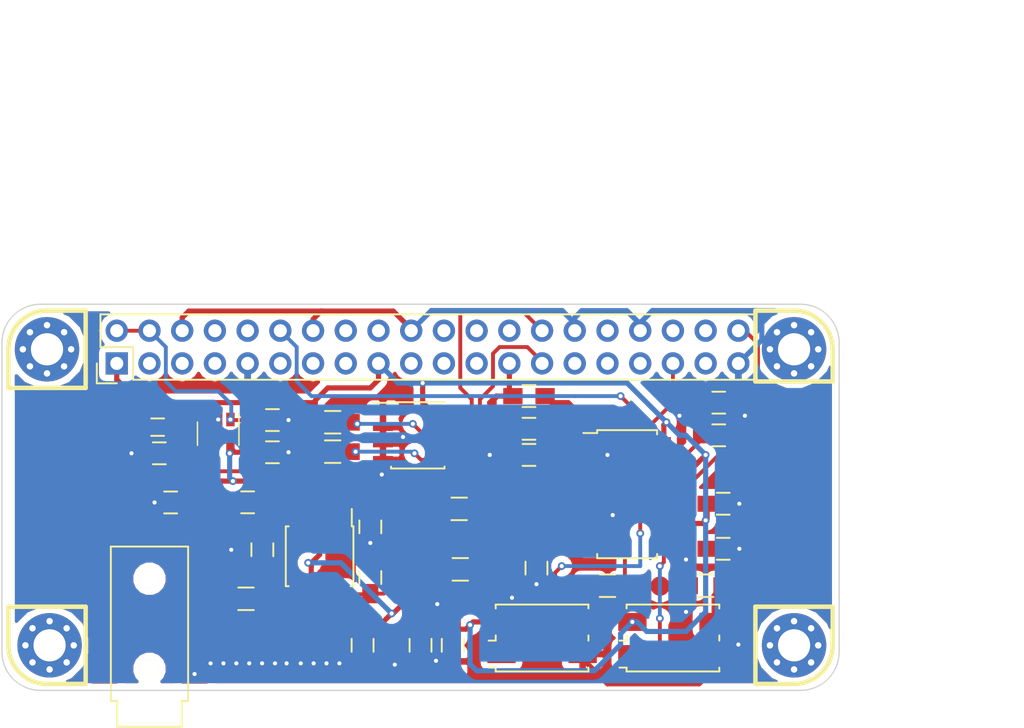
<source format=kicad_pcb>
(kicad_pcb (version 4) (host pcbnew 4.0.4-stable)

  (general
    (links 108)
    (no_connects 2)
    (area 38.049999 39.649999 103.150001 69.750001)
    (thickness 1.6)
    (drawings 33)
    (tracks 521)
    (zones 0)
    (modules 43)
    (nets 30)
  )

  (page A4)
  (title_block
    (title "Raspberry Pi Hat Template")
    (date 2015-12-24)
    (rev 0.1)
    (company OpenFet)
    (comment 1 "Author: Julien")
    (comment 2 "License: CERN OHL V1.2")
  )

  (layers
    (0 F.Cu signal)
    (31 B.Cu signal)
    (32 B.Adhes user)
    (33 F.Adhes user)
    (34 B.Paste user)
    (35 F.Paste user)
    (36 B.SilkS user)
    (37 F.SilkS user)
    (38 B.Mask user)
    (39 F.Mask user)
    (40 Dwgs.User user)
    (41 Cmts.User user)
    (42 Eco1.User user)
    (43 Eco2.User user)
    (44 Edge.Cuts user)
    (45 Margin user)
    (46 B.CrtYd user)
    (47 F.CrtYd user)
    (48 B.Fab user)
    (49 F.Fab user)
  )

  (setup
    (last_trace_width 0.3)
    (user_trace_width 0.1)
    (user_trace_width 0.2)
    (user_trace_width 0.3)
    (user_trace_width 0.4)
    (user_trace_width 0.5)
    (user_trace_width 0.6)
    (user_trace_width 0.8)
    (user_trace_width 1)
    (trace_clearance 0.15)
    (zone_clearance 0.508)
    (zone_45_only yes)
    (trace_min 0.1)
    (segment_width 0.35)
    (edge_width 0.1)
    (via_size 0.6)
    (via_drill 0.32)
    (via_min_size 0.26)
    (via_min_drill 0.16)
    (user_via 0.6 0.32)
    (user_via 1.5 0.8)
    (uvia_size 0.508)
    (uvia_drill 0.127)
    (uvias_allowed no)
    (uvia_min_size 0.508)
    (uvia_min_drill 0.127)
    (pcb_text_width 0.3)
    (pcb_text_size 1.5 1.5)
    (mod_edge_width 0.15)
    (mod_text_size 1 1)
    (mod_text_width 0.15)
    (pad_size 1.2 1.2)
    (pad_drill 0.5)
    (pad_to_mask_clearance 0)
    (aux_axis_origin 0 0)
    (grid_origin 67.6 65.2)
    (visible_elements 7FFFFF7F)
    (pcbplotparams
      (layerselection 0x010f0_80000001)
      (usegerberextensions false)
      (excludeedgelayer true)
      (linewidth 0.100000)
      (plotframeref false)
      (viasonmask false)
      (mode 1)
      (useauxorigin false)
      (hpglpennumber 1)
      (hpglpenspeed 20)
      (hpglpendiameter 15)
      (hpglpenoverlay 2)
      (psnegative false)
      (psa4output false)
      (plotreference true)
      (plotvalue true)
      (plotinvisibletext false)
      (padsonsilk false)
      (subtractmaskfromsilk false)
      (outputformat 1)
      (mirror false)
      (drillshape 0)
      (scaleselection 1)
      (outputdirectory /home/mangokid/Desktop/hat_gerber/))
  )

  (net 0 "")
  (net 1 GND)
  (net 2 VCC)
  (net 3 "Net-(C101-Pad1)")
  (net 4 "Net-(C103-Pad1)")
  (net 5 "Net-(C103-Pad2)")
  (net 6 /AVDD)
  (net 7 "Net-(C105-Pad2)")
  (net 8 VDD)
  (net 9 /BCK)
  (net 10 "Net-(J101-Pad27)")
  (net 11 "Net-(J101-Pad28)")
  (net 12 /LRCLK)
  (net 13 /DIN)
  (net 14 "Net-(R101-Pad1)")
  (net 15 "Net-(R102-Pad2)")
  (net 16 /24MHZ_EN)
  (net 17 /22MHZ_EN)
  (net 18 /SCK)
  (net 19 "Net-(R103-Pad1)")
  (net 20 "Net-(R104-Pad1)")
  (net 21 "Net-(C106-Pad1)")
  (net 22 "Net-(C107-Pad1)")
  (net 23 "Net-(C107-Pad2)")
  (net 24 /DAC_R)
  (net 25 /DAC_L)
  (net 26 /OUT_R)
  (net 27 /OUT_L)
  (net 28 "Net-(R107-Pad1)")
  (net 29 "Net-(C110-Pad1)")

  (net_class Default "This is the default net class."
    (clearance 0.15)
    (trace_width 0.3)
    (via_dia 0.6)
    (via_drill 0.32)
    (uvia_dia 0.508)
    (uvia_drill 0.127)
    (add_net /22MHZ_EN)
    (add_net /24MHZ_EN)
    (add_net /BCK)
    (add_net /DAC_L)
    (add_net /DAC_R)
    (add_net /DIN)
    (add_net /LRCLK)
    (add_net /OUT_L)
    (add_net /OUT_R)
    (add_net /SCK)
    (add_net "Net-(C101-Pad1)")
    (add_net "Net-(C103-Pad1)")
    (add_net "Net-(C103-Pad2)")
    (add_net "Net-(C105-Pad2)")
    (add_net "Net-(C106-Pad1)")
    (add_net "Net-(C107-Pad1)")
    (add_net "Net-(C107-Pad2)")
    (add_net "Net-(C110-Pad1)")
    (add_net "Net-(J101-Pad27)")
    (add_net "Net-(J101-Pad28)")
    (add_net "Net-(R101-Pad1)")
    (add_net "Net-(R102-Pad2)")
    (add_net "Net-(R103-Pad1)")
    (add_net "Net-(R104-Pad1)")
    (add_net "Net-(R107-Pad1)")
  )

  (net_class Power ""
    (clearance 0.15)
    (trace_width 0.4)
    (via_dia 0.6)
    (via_drill 0.32)
    (uvia_dia 0.508)
    (uvia_drill 0.127)
    (add_net /AVDD)
    (add_net GND)
    (add_net VCC)
    (add_net VDD)
  )

  (module Capacitors_SMD:C_0805_HandSoldering (layer F.Cu) (tedit 58475FCA) (tstamp 58475DBE)
    (at 93.752 49.884)
    (descr "Capacitor SMD 0805, hand soldering")
    (tags "capacitor 0805")
    (path /5846CA23)
    (attr smd)
    (fp_text reference C101 (at 0 -2.1) (layer F.SilkS) hide
      (effects (font (size 1 1) (thickness 0.15)))
    )
    (fp_text value 0.1u (at 0 2.1) (layer F.Fab) hide
      (effects (font (size 1 1) (thickness 0.15)))
    )
    (fp_line (start -1 0.625) (end -1 -0.625) (layer F.Fab) (width 0.15))
    (fp_line (start 1 0.625) (end -1 0.625) (layer F.Fab) (width 0.15))
    (fp_line (start 1 -0.625) (end 1 0.625) (layer F.Fab) (width 0.15))
    (fp_line (start -1 -0.625) (end 1 -0.625) (layer F.Fab) (width 0.15))
    (fp_line (start -2.3 -1) (end 2.3 -1) (layer F.CrtYd) (width 0.05))
    (fp_line (start -2.3 1) (end 2.3 1) (layer F.CrtYd) (width 0.05))
    (fp_line (start -2.3 -1) (end -2.3 1) (layer F.CrtYd) (width 0.05))
    (fp_line (start 2.3 -1) (end 2.3 1) (layer F.CrtYd) (width 0.05))
    (fp_line (start 0.5 -0.85) (end -0.5 -0.85) (layer F.SilkS) (width 0.15))
    (fp_line (start -0.5 0.85) (end 0.5 0.85) (layer F.SilkS) (width 0.15))
    (pad 1 smd rect (at -1.25 0) (size 1.5 1.25) (layers F.Cu F.Paste F.Mask)
      (net 3 "Net-(C101-Pad1)"))
    (pad 2 smd rect (at 1.25 0) (size 1.5 1.25) (layers F.Cu F.Paste F.Mask)
      (net 1 GND))
    (model Capacitors_SMD.3dshapes/C_0805_HandSoldering.wrl
      (at (xyz 0 0 0))
      (scale (xyz 1 1 1))
      (rotate (xyz 0 0 0))
    )
  )

  (module Capacitors_SMD:C_0805_HandSoldering (layer F.Cu) (tedit 58475FE8) (tstamp 58475DCE)
    (at 93.752 47.344)
    (descr "Capacitor SMD 0805, hand soldering")
    (tags "capacitor 0805")
    (path /5846C73E)
    (attr smd)
    (fp_text reference C102 (at 0 -2.1) (layer F.SilkS) hide
      (effects (font (size 1 1) (thickness 0.15)))
    )
    (fp_text value 0.1u (at 0 2.1) (layer F.Fab) hide
      (effects (font (size 1 1) (thickness 0.15)))
    )
    (fp_line (start -1 0.625) (end -1 -0.625) (layer F.Fab) (width 0.15))
    (fp_line (start 1 0.625) (end -1 0.625) (layer F.Fab) (width 0.15))
    (fp_line (start 1 -0.625) (end 1 0.625) (layer F.Fab) (width 0.15))
    (fp_line (start -1 -0.625) (end 1 -0.625) (layer F.Fab) (width 0.15))
    (fp_line (start -2.3 -1) (end 2.3 -1) (layer F.CrtYd) (width 0.05))
    (fp_line (start -2.3 1) (end 2.3 1) (layer F.CrtYd) (width 0.05))
    (fp_line (start -2.3 -1) (end -2.3 1) (layer F.CrtYd) (width 0.05))
    (fp_line (start 2.3 -1) (end 2.3 1) (layer F.CrtYd) (width 0.05))
    (fp_line (start 0.5 -0.85) (end -0.5 -0.85) (layer F.SilkS) (width 0.15))
    (fp_line (start -0.5 0.85) (end 0.5 0.85) (layer F.SilkS) (width 0.15))
    (pad 1 smd rect (at -1.25 0) (size 1.5 1.25) (layers F.Cu F.Paste F.Mask)
      (net 3 "Net-(C101-Pad1)"))
    (pad 2 smd rect (at 1.25 0) (size 1.5 1.25) (layers F.Cu F.Paste F.Mask)
      (net 1 GND))
    (model Capacitors_SMD.3dshapes/C_0805_HandSoldering.wrl
      (at (xyz 0 0 0))
      (scale (xyz 1 1 1))
      (rotate (xyz 0 0 0))
    )
  )

  (module Capacitors_SMD:C_0805_HandSoldering (layer F.Cu) (tedit 58476310) (tstamp 58475DDE)
    (at 79.02 49.376)
    (descr "Capacitor SMD 0805, hand soldering")
    (tags "capacitor 0805")
    (path /5846CD19)
    (attr smd)
    (fp_text reference C103 (at 0 -2.1) (layer F.SilkS) hide
      (effects (font (size 1 1) (thickness 0.15)))
    )
    (fp_text value 2.2uF (at 0 2.1) (layer F.Fab) hide
      (effects (font (size 1 1) (thickness 0.15)))
    )
    (fp_line (start -1 0.625) (end -1 -0.625) (layer F.Fab) (width 0.15))
    (fp_line (start 1 0.625) (end -1 0.625) (layer F.Fab) (width 0.15))
    (fp_line (start 1 -0.625) (end 1 0.625) (layer F.Fab) (width 0.15))
    (fp_line (start -1 -0.625) (end 1 -0.625) (layer F.Fab) (width 0.15))
    (fp_line (start -2.3 -1) (end 2.3 -1) (layer F.CrtYd) (width 0.05))
    (fp_line (start -2.3 1) (end 2.3 1) (layer F.CrtYd) (width 0.05))
    (fp_line (start -2.3 -1) (end -2.3 1) (layer F.CrtYd) (width 0.05))
    (fp_line (start 2.3 -1) (end 2.3 1) (layer F.CrtYd) (width 0.05))
    (fp_line (start 0.5 -0.85) (end -0.5 -0.85) (layer F.SilkS) (width 0.15))
    (fp_line (start -0.5 0.85) (end 0.5 0.85) (layer F.SilkS) (width 0.15))
    (pad 1 smd rect (at -1.25 0) (size 1.5 1.25) (layers F.Cu F.Paste F.Mask)
      (net 4 "Net-(C103-Pad1)"))
    (pad 2 smd rect (at 1.25 0) (size 1.5 1.25) (layers F.Cu F.Paste F.Mask)
      (net 5 "Net-(C103-Pad2)"))
    (model Capacitors_SMD.3dshapes/C_0805_HandSoldering.wrl
      (at (xyz 0 0 0))
      (scale (xyz 1 1 1))
      (rotate (xyz 0 0 0))
    )
  )

  (module Capacitors_SMD:C_0805_HandSoldering (layer F.Cu) (tedit 5847630C) (tstamp 58475DEE)
    (at 79.02 46.836 180)
    (descr "Capacitor SMD 0805, hand soldering")
    (tags "capacitor 0805")
    (path /5846CE30)
    (attr smd)
    (fp_text reference C104 (at 0 -2.1 180) (layer F.SilkS) hide
      (effects (font (size 1 1) (thickness 0.15)))
    )
    (fp_text value 2.2uF (at 0 2.1 180) (layer F.Fab) hide
      (effects (font (size 1 1) (thickness 0.15)))
    )
    (fp_line (start -1 0.625) (end -1 -0.625) (layer F.Fab) (width 0.15))
    (fp_line (start 1 0.625) (end -1 0.625) (layer F.Fab) (width 0.15))
    (fp_line (start 1 -0.625) (end 1 0.625) (layer F.Fab) (width 0.15))
    (fp_line (start -1 -0.625) (end 1 -0.625) (layer F.Fab) (width 0.15))
    (fp_line (start -2.3 -1) (end 2.3 -1) (layer F.CrtYd) (width 0.05))
    (fp_line (start -2.3 1) (end 2.3 1) (layer F.CrtYd) (width 0.05))
    (fp_line (start -2.3 -1) (end -2.3 1) (layer F.CrtYd) (width 0.05))
    (fp_line (start 2.3 -1) (end 2.3 1) (layer F.CrtYd) (width 0.05))
    (fp_line (start 0.5 -0.85) (end -0.5 -0.85) (layer F.SilkS) (width 0.15))
    (fp_line (start -0.5 0.85) (end 0.5 0.85) (layer F.SilkS) (width 0.15))
    (pad 1 smd rect (at -1.25 0 180) (size 1.5 1.25) (layers F.Cu F.Paste F.Mask)
      (net 6 /AVDD))
    (pad 2 smd rect (at 1.25 0 180) (size 1.5 1.25) (layers F.Cu F.Paste F.Mask)
      (net 1 GND))
    (model Capacitors_SMD.3dshapes/C_0805_HandSoldering.wrl
      (at (xyz 0 0 0))
      (scale (xyz 1 1 1))
      (rotate (xyz 0 0 0))
    )
  )

  (module Capacitors_SMD:C_0805_HandSoldering (layer F.Cu) (tedit 58476306) (tstamp 58475DFE)
    (at 79.02 51.408)
    (descr "Capacitor SMD 0805, hand soldering")
    (tags "capacitor 0805")
    (path /5846CDFB)
    (attr smd)
    (fp_text reference C105 (at 0 -2.1) (layer F.SilkS) hide
      (effects (font (size 1 1) (thickness 0.15)))
    )
    (fp_text value 2.2uF (at 0 2.1) (layer F.Fab) hide
      (effects (font (size 1 1) (thickness 0.15)))
    )
    (fp_line (start -1 0.625) (end -1 -0.625) (layer F.Fab) (width 0.15))
    (fp_line (start 1 0.625) (end -1 0.625) (layer F.Fab) (width 0.15))
    (fp_line (start 1 -0.625) (end 1 0.625) (layer F.Fab) (width 0.15))
    (fp_line (start -1 -0.625) (end 1 -0.625) (layer F.Fab) (width 0.15))
    (fp_line (start -2.3 -1) (end 2.3 -1) (layer F.CrtYd) (width 0.05))
    (fp_line (start -2.3 1) (end 2.3 1) (layer F.CrtYd) (width 0.05))
    (fp_line (start -2.3 -1) (end -2.3 1) (layer F.CrtYd) (width 0.05))
    (fp_line (start 2.3 -1) (end 2.3 1) (layer F.CrtYd) (width 0.05))
    (fp_line (start 0.5 -0.85) (end -0.5 -0.85) (layer F.SilkS) (width 0.15))
    (fp_line (start -0.5 0.85) (end 0.5 0.85) (layer F.SilkS) (width 0.15))
    (pad 1 smd rect (at -1.25 0) (size 1.5 1.25) (layers F.Cu F.Paste F.Mask)
      (net 1 GND))
    (pad 2 smd rect (at 1.25 0) (size 1.5 1.25) (layers F.Cu F.Paste F.Mask)
      (net 7 "Net-(C105-Pad2)"))
    (model Capacitors_SMD.3dshapes/C_0805_HandSoldering.wrl
      (at (xyz 0 0 0))
      (scale (xyz 1 1 1))
      (rotate (xyz 0 0 0))
    )
  )

  (module Pin_Headers:Pin_Header_Straight_2x20 locked (layer F.Cu) (tedit 58475DD8) (tstamp 58475E36)
    (at 47.016 44.296 90)
    (descr "Through hole pin header")
    (tags "pin header")
    (path /5846B317)
    (fp_text reference J101 (at 0 -5.1 90) (layer F.SilkS) hide
      (effects (font (size 1 1) (thickness 0.15)))
    )
    (fp_text value RaspberryPi (at 0 -3.1 90) (layer F.Fab) hide
      (effects (font (size 1 1) (thickness 0.15)))
    )
    (fp_line (start -1.75 -1.75) (end -1.75 50.05) (layer F.CrtYd) (width 0.05))
    (fp_line (start 4.3 -1.75) (end 4.3 50.05) (layer F.CrtYd) (width 0.05))
    (fp_line (start -1.75 -1.75) (end 4.3 -1.75) (layer F.CrtYd) (width 0.05))
    (fp_line (start -1.75 50.05) (end 4.3 50.05) (layer F.CrtYd) (width 0.05))
    (fp_line (start 3.81 49.53) (end 3.81 -1.27) (layer F.SilkS) (width 0.15))
    (fp_line (start -1.27 1.27) (end -1.27 49.53) (layer F.SilkS) (width 0.15))
    (fp_line (start 3.81 49.53) (end -1.27 49.53) (layer F.SilkS) (width 0.15))
    (fp_line (start 3.81 -1.27) (end 1.27 -1.27) (layer F.SilkS) (width 0.15))
    (fp_line (start 0 -1.55) (end -1.55 -1.55) (layer F.SilkS) (width 0.15))
    (fp_line (start 1.27 -1.27) (end 1.27 1.27) (layer F.SilkS) (width 0.15))
    (fp_line (start 1.27 1.27) (end -1.27 1.27) (layer F.SilkS) (width 0.15))
    (fp_line (start -1.55 -1.55) (end -1.55 0) (layer F.SilkS) (width 0.15))
    (pad 1 thru_hole rect (at 0 0 90) (size 1.7272 1.7272) (drill 1.016) (layers *.Cu *.Mask)
      (net 8 VDD))
    (pad 2 thru_hole oval (at 2.54 0 90) (size 1.7272 1.7272) (drill 1.016) (layers *.Cu *.Mask)
      (net 2 VCC))
    (pad 3 thru_hole oval (at 0 2.54 90) (size 1.7272 1.7272) (drill 1.016) (layers *.Cu *.Mask))
    (pad 4 thru_hole oval (at 2.54 2.54 90) (size 1.7272 1.7272) (drill 1.016) (layers *.Cu *.Mask)
      (net 2 VCC))
    (pad 5 thru_hole oval (at 0 5.08 90) (size 1.7272 1.7272) (drill 1.016) (layers *.Cu *.Mask))
    (pad 6 thru_hole oval (at 2.54 5.08 90) (size 1.7272 1.7272) (drill 1.016) (layers *.Cu *.Mask)
      (net 1 GND))
    (pad 7 thru_hole oval (at 0 7.62 90) (size 1.7272 1.7272) (drill 1.016) (layers *.Cu *.Mask))
    (pad 8 thru_hole oval (at 2.54 7.62 90) (size 1.7272 1.7272) (drill 1.016) (layers *.Cu *.Mask))
    (pad 9 thru_hole oval (at 0 10.16 90) (size 1.7272 1.7272) (drill 1.016) (layers *.Cu *.Mask)
      (net 1 GND))
    (pad 10 thru_hole oval (at 2.54 10.16 90) (size 1.7272 1.7272) (drill 1.016) (layers *.Cu *.Mask))
    (pad 11 thru_hole oval (at 0 12.7 90) (size 1.7272 1.7272) (drill 1.016) (layers *.Cu *.Mask))
    (pad 12 thru_hole oval (at 2.54 12.7 90) (size 1.7272 1.7272) (drill 1.016) (layers *.Cu *.Mask)
      (net 9 /BCK))
    (pad 13 thru_hole oval (at 0 15.24 90) (size 1.7272 1.7272) (drill 1.016) (layers *.Cu *.Mask))
    (pad 14 thru_hole oval (at 2.54 15.24 90) (size 1.7272 1.7272) (drill 1.016) (layers *.Cu *.Mask)
      (net 1 GND))
    (pad 15 thru_hole oval (at 0 17.78 90) (size 1.7272 1.7272) (drill 1.016) (layers *.Cu *.Mask))
    (pad 16 thru_hole oval (at 2.54 17.78 90) (size 1.7272 1.7272) (drill 1.016) (layers *.Cu *.Mask))
    (pad 17 thru_hole oval (at 0 20.32 90) (size 1.7272 1.7272) (drill 1.016) (layers *.Cu *.Mask)
      (net 8 VDD))
    (pad 18 thru_hole oval (at 2.54 20.32 90) (size 1.7272 1.7272) (drill 1.016) (layers *.Cu *.Mask))
    (pad 19 thru_hole oval (at 0 22.86 90) (size 1.7272 1.7272) (drill 1.016) (layers *.Cu *.Mask))
    (pad 20 thru_hole oval (at 2.54 22.86 90) (size 1.7272 1.7272) (drill 1.016) (layers *.Cu *.Mask)
      (net 1 GND))
    (pad 21 thru_hole oval (at 0 25.4 90) (size 1.7272 1.7272) (drill 1.016) (layers *.Cu *.Mask))
    (pad 22 thru_hole oval (at 2.54 25.4 90) (size 1.7272 1.7272) (drill 1.016) (layers *.Cu *.Mask))
    (pad 23 thru_hole oval (at 0 27.94 90) (size 1.7272 1.7272) (drill 1.016) (layers *.Cu *.Mask))
    (pad 24 thru_hole oval (at 2.54 27.94 90) (size 1.7272 1.7272) (drill 1.016) (layers *.Cu *.Mask))
    (pad 25 thru_hole oval (at 0 30.48 90) (size 1.7272 1.7272) (drill 1.016) (layers *.Cu *.Mask)
      (net 1 GND))
    (pad 26 thru_hole oval (at 2.54 30.48 90) (size 1.7272 1.7272) (drill 1.016) (layers *.Cu *.Mask))
    (pad 27 thru_hole oval (at 0 33.02 90) (size 1.7272 1.7272) (drill 1.016) (layers *.Cu *.Mask)
      (net 10 "Net-(J101-Pad27)"))
    (pad 28 thru_hole oval (at 2.54 33.02 90) (size 1.7272 1.7272) (drill 1.016) (layers *.Cu *.Mask)
      (net 11 "Net-(J101-Pad28)"))
    (pad 29 thru_hole oval (at 0 35.56 90) (size 1.7272 1.7272) (drill 1.016) (layers *.Cu *.Mask))
    (pad 30 thru_hole oval (at 2.54 35.56 90) (size 1.7272 1.7272) (drill 1.016) (layers *.Cu *.Mask)
      (net 1 GND))
    (pad 31 thru_hole oval (at 0 38.1 90) (size 1.7272 1.7272) (drill 1.016) (layers *.Cu *.Mask))
    (pad 32 thru_hole oval (at 2.54 38.1 90) (size 1.7272 1.7272) (drill 1.016) (layers *.Cu *.Mask))
    (pad 33 thru_hole oval (at 0 40.64 90) (size 1.7272 1.7272) (drill 1.016) (layers *.Cu *.Mask))
    (pad 34 thru_hole oval (at 2.54 40.64 90) (size 1.7272 1.7272) (drill 1.016) (layers *.Cu *.Mask)
      (net 1 GND))
    (pad 35 thru_hole oval (at 0 43.18 90) (size 1.7272 1.7272) (drill 1.016) (layers *.Cu *.Mask)
      (net 12 /LRCLK))
    (pad 36 thru_hole oval (at 2.54 43.18 90) (size 1.7272 1.7272) (drill 1.016) (layers *.Cu *.Mask))
    (pad 37 thru_hole oval (at 0 45.72 90) (size 1.7272 1.7272) (drill 1.016) (layers *.Cu *.Mask))
    (pad 38 thru_hole oval (at 2.54 45.72 90) (size 1.7272 1.7272) (drill 1.016) (layers *.Cu *.Mask))
    (pad 39 thru_hole oval (at 0 48.26 90) (size 1.7272 1.7272) (drill 1.016) (layers *.Cu *.Mask)
      (net 1 GND))
    (pad 40 thru_hole oval (at 2.54 48.26 90) (size 1.7272 1.7272) (drill 1.016) (layers *.Cu *.Mask)
      (net 13 /DIN))
    (model Pin_Headers.3dshapes/Pin_Header_Straight_2x20.wrl
      (at (xyz 0.05 -0.95 0))
      (scale (xyz 1 1 1))
      (rotate (xyz 0 0 90))
    )
  )

  (module Resistors_SMD:R_0805_HandSoldering (layer F.Cu) (tedit 58476312) (tstamp 58475E46)
    (at 73.6 55.6 180)
    (descr "Resistor SMD 0805, hand soldering")
    (tags "resistor 0805")
    (path /5846C2AB)
    (attr smd)
    (fp_text reference R101 (at 0 -2.1 180) (layer F.SilkS) hide
      (effects (font (size 1 1) (thickness 0.15)))
    )
    (fp_text value 470 (at 0 2.1 180) (layer F.Fab) hide
      (effects (font (size 1 1) (thickness 0.15)))
    )
    (fp_line (start -1 0.625) (end -1 -0.625) (layer F.Fab) (width 0.1))
    (fp_line (start 1 0.625) (end -1 0.625) (layer F.Fab) (width 0.1))
    (fp_line (start 1 -0.625) (end 1 0.625) (layer F.Fab) (width 0.1))
    (fp_line (start -1 -0.625) (end 1 -0.625) (layer F.Fab) (width 0.1))
    (fp_line (start -2.4 -1) (end 2.4 -1) (layer F.CrtYd) (width 0.05))
    (fp_line (start -2.4 1) (end 2.4 1) (layer F.CrtYd) (width 0.05))
    (fp_line (start -2.4 -1) (end -2.4 1) (layer F.CrtYd) (width 0.05))
    (fp_line (start 2.4 -1) (end 2.4 1) (layer F.CrtYd) (width 0.05))
    (fp_line (start 0.6 0.875) (end -0.6 0.875) (layer F.SilkS) (width 0.15))
    (fp_line (start -0.6 -0.875) (end 0.6 -0.875) (layer F.SilkS) (width 0.15))
    (pad 1 smd rect (at -1.35 0 180) (size 1.5 1.3) (layers F.Cu F.Paste F.Mask)
      (net 14 "Net-(R101-Pad1)"))
    (pad 2 smd rect (at 1.35 0 180) (size 1.5 1.3) (layers F.Cu F.Paste F.Mask)
      (net 25 /DAC_L))
    (model Resistors_SMD.3dshapes/R_0805_HandSoldering.wrl
      (at (xyz 0 0 0))
      (scale (xyz 1 1 1))
      (rotate (xyz 0 0 0))
    )
  )

  (module Resistors_SMD:R_0805_HandSoldering (layer F.Cu) (tedit 58475FDC) (tstamp 58475E56)
    (at 73.686 60.298)
    (descr "Resistor SMD 0805, hand soldering")
    (tags "resistor 0805")
    (path /5846C2F4)
    (attr smd)
    (fp_text reference R102 (at 0 -2.1) (layer F.SilkS) hide
      (effects (font (size 1 1) (thickness 0.15)))
    )
    (fp_text value 470 (at 0 2.1) (layer F.Fab) hide
      (effects (font (size 1 1) (thickness 0.15)))
    )
    (fp_line (start -1 0.625) (end -1 -0.625) (layer F.Fab) (width 0.1))
    (fp_line (start 1 0.625) (end -1 0.625) (layer F.Fab) (width 0.1))
    (fp_line (start 1 -0.625) (end 1 0.625) (layer F.Fab) (width 0.1))
    (fp_line (start -1 -0.625) (end 1 -0.625) (layer F.Fab) (width 0.1))
    (fp_line (start -2.4 -1) (end 2.4 -1) (layer F.CrtYd) (width 0.05))
    (fp_line (start -2.4 1) (end 2.4 1) (layer F.CrtYd) (width 0.05))
    (fp_line (start -2.4 -1) (end -2.4 1) (layer F.CrtYd) (width 0.05))
    (fp_line (start 2.4 -1) (end 2.4 1) (layer F.CrtYd) (width 0.05))
    (fp_line (start 0.6 0.875) (end -0.6 0.875) (layer F.SilkS) (width 0.15))
    (fp_line (start -0.6 -0.875) (end 0.6 -0.875) (layer F.SilkS) (width 0.15))
    (pad 1 smd rect (at -1.35 0) (size 1.5 1.3) (layers F.Cu F.Paste F.Mask)
      (net 24 /DAC_R))
    (pad 2 smd rect (at 1.35 0) (size 1.5 1.3) (layers F.Cu F.Paste F.Mask)
      (net 15 "Net-(R102-Pad2)"))
    (model Resistors_SMD.3dshapes/R_0805_HandSoldering.wrl
      (at (xyz 0 0 0))
      (scale (xyz 1 1 1))
      (rotate (xyz 0 0 0))
    )
  )

  (module Housings_SSOP:TSSOP-28_4.4x9.7mm_Pitch0.65mm (layer F.Cu) (tedit 5847621F) (tstamp 58475E86)
    (at 86.64 54.456)
    (descr "TSSOP28: plastic thin shrink small outline package; 28 leads; body width 4.4 mm; (see NXP SSOP-TSSOP-VSO-REFLOW.pdf and sot361-1_po.pdf)")
    (tags "SSOP 0.65")
    (path /5846AEC0)
    (attr smd)
    (fp_text reference U101 (at 0 -5.9) (layer F.SilkS) hide
      (effects (font (size 1 1) (thickness 0.15)))
    )
    (fp_text value PCM5122 (at 0 5.9) (layer F.Fab) hide
      (effects (font (size 1 1) (thickness 0.15)))
    )
    (fp_line (start -1.2 -4.85) (end 2.2 -4.85) (layer F.Fab) (width 0.15))
    (fp_line (start 2.2 -4.85) (end 2.2 4.85) (layer F.Fab) (width 0.15))
    (fp_line (start 2.2 4.85) (end -2.2 4.85) (layer F.Fab) (width 0.15))
    (fp_line (start -2.2 4.85) (end -2.2 -3.85) (layer F.Fab) (width 0.15))
    (fp_line (start -2.2 -3.85) (end -1.2 -4.85) (layer F.Fab) (width 0.15))
    (fp_line (start -3.65 -5.15) (end -3.65 5.15) (layer F.CrtYd) (width 0.05))
    (fp_line (start 3.65 -5.15) (end 3.65 5.15) (layer F.CrtYd) (width 0.05))
    (fp_line (start -3.65 -5.15) (end 3.65 -5.15) (layer F.CrtYd) (width 0.05))
    (fp_line (start -3.65 5.15) (end 3.65 5.15) (layer F.CrtYd) (width 0.05))
    (fp_line (start -2.325 -4.975) (end -2.325 -4.75) (layer F.SilkS) (width 0.15))
    (fp_line (start 2.325 -4.975) (end 2.325 -4.65) (layer F.SilkS) (width 0.15))
    (fp_line (start 2.325 4.975) (end 2.325 4.65) (layer F.SilkS) (width 0.15))
    (fp_line (start -2.325 4.975) (end -2.325 4.65) (layer F.SilkS) (width 0.15))
    (fp_line (start -2.325 -4.975) (end 2.325 -4.975) (layer F.SilkS) (width 0.15))
    (fp_line (start -2.325 4.975) (end 2.325 4.975) (layer F.SilkS) (width 0.15))
    (fp_line (start -2.325 -4.75) (end -3.4 -4.75) (layer F.SilkS) (width 0.15))
    (pad 1 smd rect (at -2.85 -4.225) (size 1.1 0.4) (layers F.Cu F.Paste F.Mask)
      (net 6 /AVDD))
    (pad 2 smd rect (at -2.85 -3.575) (size 1.1 0.4) (layers F.Cu F.Paste F.Mask)
      (net 4 "Net-(C103-Pad1)"))
    (pad 3 smd rect (at -2.85 -2.925) (size 1.1 0.4) (layers F.Cu F.Paste F.Mask)
      (net 1 GND))
    (pad 4 smd rect (at -2.85 -2.275) (size 1.1 0.4) (layers F.Cu F.Paste F.Mask)
      (net 5 "Net-(C103-Pad2)"))
    (pad 5 smd rect (at -2.85 -1.625) (size 1.1 0.4) (layers F.Cu F.Paste F.Mask)
      (net 7 "Net-(C105-Pad2)"))
    (pad 6 smd rect (at -2.85 -0.975) (size 1.1 0.4) (layers F.Cu F.Paste F.Mask)
      (net 14 "Net-(R101-Pad1)"))
    (pad 7 smd rect (at -2.85 -0.325) (size 1.1 0.4) (layers F.Cu F.Paste F.Mask)
      (net 15 "Net-(R102-Pad2)"))
    (pad 8 smd rect (at -2.85 0.325) (size 1.1 0.4) (layers F.Cu F.Paste F.Mask)
      (net 6 /AVDD))
    (pad 9 smd rect (at -2.85 0.975) (size 1.1 0.4) (layers F.Cu F.Paste F.Mask)
      (net 1 GND))
    (pad 10 smd rect (at -2.85 1.625) (size 1.1 0.4) (layers F.Cu F.Paste F.Mask)
      (net 1 GND))
    (pad 11 smd rect (at -2.85 2.275) (size 1.1 0.4) (layers F.Cu F.Paste F.Mask))
    (pad 12 smd rect (at -2.85 2.925) (size 1.1 0.4) (layers F.Cu F.Paste F.Mask))
    (pad 13 smd rect (at -2.85 3.575) (size 1.1 0.4) (layers F.Cu F.Paste F.Mask))
    (pad 14 smd rect (at -2.85 4.225) (size 1.1 0.4) (layers F.Cu F.Paste F.Mask))
    (pad 15 smd rect (at 2.85 4.225) (size 1.1 0.4) (layers F.Cu F.Paste F.Mask)
      (net 16 /24MHZ_EN))
    (pad 16 smd rect (at 2.85 3.575) (size 1.1 0.4) (layers F.Cu F.Paste F.Mask)
      (net 1 GND))
    (pad 17 smd rect (at 2.85 2.925) (size 1.1 0.4) (layers F.Cu F.Paste F.Mask)
      (net 1 GND))
    (pad 18 smd rect (at 2.85 2.275) (size 1.1 0.4) (layers F.Cu F.Paste F.Mask)
      (net 8 VDD))
    (pad 19 smd rect (at 2.85 1.625) (size 1.1 0.4) (layers F.Cu F.Paste F.Mask)
      (net 17 /22MHZ_EN))
    (pad 20 smd rect (at 2.85 0.975) (size 1.1 0.4) (layers F.Cu F.Paste F.Mask)
      (net 18 /SCK))
    (pad 21 smd rect (at 2.85 0.325) (size 1.1 0.4) (layers F.Cu F.Paste F.Mask)
      (net 9 /BCK))
    (pad 22 smd rect (at 2.85 -0.325) (size 1.1 0.4) (layers F.Cu F.Paste F.Mask)
      (net 13 /DIN))
    (pad 23 smd rect (at 2.85 -0.975) (size 1.1 0.4) (layers F.Cu F.Paste F.Mask)
      (net 12 /LRCLK))
    (pad 24 smd rect (at 2.85 -1.625) (size 1.1 0.4) (layers F.Cu F.Paste F.Mask)
      (net 8 VDD))
    (pad 25 smd rect (at 2.85 -2.275) (size 1.1 0.4) (layers F.Cu F.Paste F.Mask)
      (net 8 VDD))
    (pad 26 smd rect (at 2.85 -2.925) (size 1.1 0.4) (layers F.Cu F.Paste F.Mask)
      (net 3 "Net-(C101-Pad1)"))
    (pad 27 smd rect (at 2.85 -3.575) (size 1.1 0.4) (layers F.Cu F.Paste F.Mask)
      (net 1 GND))
    (pad 28 smd rect (at 2.85 -4.225) (size 1.1 0.4) (layers F.Cu F.Paste F.Mask)
      (net 8 VDD))
    (model Housings_SSOP.3dshapes/TSSOP-28_4.4x9.7mm_Pitch0.65mm.wrl
      (at (xyz 0 0 0))
      (scale (xyz 1 1 1))
      (rotate (xyz 0 0 0))
    )
  )

  (module Housings_SOIC:SOIC-8_3.9x4.9mm_Pitch1.27mm (layer F.Cu) (tedit 58496006) (tstamp 58475EA2)
    (at 70.384 49.884)
    (descr "8-Lead Plastic Small Outline (SN) - Narrow, 3.90 mm Body [SOIC] (see Microchip Packaging Specification 00000049BS.pdf)")
    (tags "SOIC 1.27")
    (path /5846B29A)
    (attr smd)
    (fp_text reference U102 (at 0 -3.5) (layer F.SilkS) hide
      (effects (font (size 1 1) (thickness 0.15)))
    )
    (fp_text value 24C16 (at 0 3.5) (layer F.Fab) hide
      (effects (font (size 1 1) (thickness 0.15)))
    )
    (fp_line (start -0.95 -2.45) (end 1.95 -2.45) (layer F.Fab) (width 0.15))
    (fp_line (start 1.95 -2.45) (end 1.95 2.45) (layer F.Fab) (width 0.15))
    (fp_line (start 1.95 2.45) (end -1.95 2.45) (layer F.Fab) (width 0.15))
    (fp_line (start -1.95 2.45) (end -1.95 -1.45) (layer F.Fab) (width 0.15))
    (fp_line (start -1.95 -1.45) (end -0.95 -2.45) (layer F.Fab) (width 0.15))
    (fp_line (start -3.75 -2.75) (end -3.75 2.75) (layer F.CrtYd) (width 0.05))
    (fp_line (start 3.75 -2.75) (end 3.75 2.75) (layer F.CrtYd) (width 0.05))
    (fp_line (start -3.75 -2.75) (end 3.75 -2.75) (layer F.CrtYd) (width 0.05))
    (fp_line (start -3.75 2.75) (end 3.75 2.75) (layer F.CrtYd) (width 0.05))
    (fp_line (start -2.075 -2.575) (end -2.075 -2.525) (layer F.SilkS) (width 0.15))
    (fp_line (start 2.075 -2.575) (end 2.075 -2.43) (layer F.SilkS) (width 0.15))
    (fp_line (start 2.075 2.575) (end 2.075 2.43) (layer F.SilkS) (width 0.15))
    (fp_line (start -2.075 2.575) (end -2.075 2.43) (layer F.SilkS) (width 0.15))
    (fp_line (start -2.075 -2.575) (end 2.075 -2.575) (layer F.SilkS) (width 0.15))
    (fp_line (start -2.075 2.575) (end 2.075 2.575) (layer F.SilkS) (width 0.15))
    (fp_line (start -2.075 -2.525) (end -3.475 -2.525) (layer F.SilkS) (width 0.15))
    (pad 1 smd rect (at -2.7 -1.905) (size 1.55 0.6) (layers F.Cu F.Paste F.Mask)
      (net 1 GND))
    (pad 2 smd rect (at -2.7 -0.635) (size 1.55 0.6) (layers F.Cu F.Paste F.Mask)
      (net 1 GND))
    (pad 3 smd rect (at -2.7 0.635) (size 1.55 0.6) (layers F.Cu F.Paste F.Mask)
      (net 1 GND))
    (pad 4 smd rect (at -2.7 1.905) (size 1.55 0.6) (layers F.Cu F.Paste F.Mask)
      (net 1 GND))
    (pad 5 smd rect (at 2.7 1.905) (size 1.55 0.6) (layers F.Cu F.Paste F.Mask)
      (net 10 "Net-(J101-Pad27)"))
    (pad 6 smd rect (at 2.7 0.635) (size 1.55 0.6) (layers F.Cu F.Paste F.Mask)
      (net 11 "Net-(J101-Pad28)"))
    (pad 7 smd rect (at 2.7 -0.635) (size 1.55 0.6) (layers F.Cu F.Paste F.Mask)
      (net 1 GND))
    (pad 8 smd rect (at 2.7 -1.905) (size 1.55 0.6) (layers F.Cu F.Paste F.Mask)
      (net 8 VDD))
    (model Housings_SOIC.3dshapes/SOIC-8_3.9x4.9mm_Pitch1.27mm.wrl
      (at (xyz 0 0 0))
      (scale (xyz 1 1 1))
      (rotate (xyz 0 0 0))
    )
  )

  (module crystals:Crystal_SMD_7050_4Pads (layer F.Cu) (tedit 58475FCE) (tstamp 58475EBC)
    (at 90.196 65.632)
    (descr "Ceramic SMD crystal, 7.0x5.0mm, 4 Pads")
    (tags "crystal oscillator quartz SMD SMT 7050")
    (path /5846D638)
    (attr smd)
    (fp_text reference X101 (at 0 -4) (layer F.SilkS) hide
      (effects (font (size 1 1) (thickness 0.15)))
    )
    (fp_text value 24.576MHz (at 0 4) (layer F.Fab)
      (effects (font (size 1 1) (thickness 0.15)))
    )
    (fp_line (start -3.5 2.5) (end -3.5 -2.5) (layer F.Fab) (width 0.15))
    (fp_line (start 3.5 2.5) (end -3.5 2.5) (layer F.Fab) (width 0.15))
    (fp_line (start 3.5 -2.5) (end 3.5 2.5) (layer F.Fab) (width 0.15))
    (fp_line (start -3.5 -2.5) (end 3.5 -2.5) (layer F.Fab) (width 0.15))
    (fp_line (start -3.6 2.3) (end -4.15 2.3) (layer F.SilkS) (width 0.15))
    (fp_line (start 3.6 2.6) (end 3.6 2.3) (layer F.SilkS) (width 0.15))
    (fp_line (start 3.6 -2.6) (end 3.6 -2.3) (layer F.SilkS) (width 0.15))
    (fp_line (start -3.6 -2.6) (end -3.6 -2.3) (layer F.SilkS) (width 0.15))
    (fp_line (start -3.6 2.6) (end -3.6 2.3) (layer F.SilkS) (width 0.15))
    (fp_line (start -3.6 2.6) (end 3.6 2.6) (layer F.SilkS) (width 0.15))
    (fp_line (start -3.6 0.2) (end -4.15 0.2) (layer F.SilkS) (width 0.15))
    (fp_line (start -4.75 -3.1) (end -4.75 3.1) (layer F.CrtYd) (width 0.05))
    (fp_line (start 4.75 -3.1) (end -4.75 -3.1) (layer F.CrtYd) (width 0.05))
    (fp_line (start -3.6 -2.6) (end 3.6 -2.6) (layer F.SilkS) (width 0.15))
    (fp_line (start 3.6 0.2) (end 3.6 -0.2) (layer F.SilkS) (width 0.15))
    (fp_line (start -3.6 0.2) (end -3.6 -0.2) (layer F.SilkS) (width 0.15))
    (fp_line (start 4.75 3.1) (end -4.75 3.1) (layer F.CrtYd) (width 0.05))
    (fp_line (start 4.75 -3.1) (end 4.75 3.1) (layer F.CrtYd) (width 0.05))
    (pad 1 smd rect (at -3.15 1.25) (size 2.2 1.4) (layers F.Cu F.Paste F.Mask)
      (net 16 /24MHZ_EN))
    (pad 2 smd rect (at 3.15 1.25) (size 2.2 1.4) (layers F.Cu F.Paste F.Mask)
      (net 1 GND))
    (pad 3 smd rect (at 3.15 -1.25) (size 2.2 1.4) (layers F.Cu F.Paste F.Mask)
      (net 19 "Net-(R103-Pad1)"))
    (pad 4 smd rect (at -3.15 -1.25) (size 2.2 1.4) (layers F.Cu F.Paste F.Mask)
      (net 8 VDD))
  )

  (module crystals:Crystal_SMD_7050_4Pads (layer F.Cu) (tedit 58475FD1) (tstamp 58475ED6)
    (at 80.036 65.632)
    (descr "Ceramic SMD crystal, 7.0x5.0mm, 4 Pads")
    (tags "crystal oscillator quartz SMD SMT 7050")
    (path /5846D797)
    (attr smd)
    (fp_text reference X102 (at 0 -4) (layer F.SilkS) hide
      (effects (font (size 1 1) (thickness 0.15)))
    )
    (fp_text value 22.5792MHz (at 0 4) (layer F.Fab)
      (effects (font (size 1 1) (thickness 0.15)))
    )
    (fp_line (start -3.5 2.5) (end -3.5 -2.5) (layer F.Fab) (width 0.15))
    (fp_line (start 3.5 2.5) (end -3.5 2.5) (layer F.Fab) (width 0.15))
    (fp_line (start 3.5 -2.5) (end 3.5 2.5) (layer F.Fab) (width 0.15))
    (fp_line (start -3.5 -2.5) (end 3.5 -2.5) (layer F.Fab) (width 0.15))
    (fp_line (start -3.6 2.3) (end -4.15 2.3) (layer F.SilkS) (width 0.15))
    (fp_line (start 3.6 2.6) (end 3.6 2.3) (layer F.SilkS) (width 0.15))
    (fp_line (start 3.6 -2.6) (end 3.6 -2.3) (layer F.SilkS) (width 0.15))
    (fp_line (start -3.6 -2.6) (end -3.6 -2.3) (layer F.SilkS) (width 0.15))
    (fp_line (start -3.6 2.6) (end -3.6 2.3) (layer F.SilkS) (width 0.15))
    (fp_line (start -3.6 2.6) (end 3.6 2.6) (layer F.SilkS) (width 0.15))
    (fp_line (start -3.6 0.2) (end -4.15 0.2) (layer F.SilkS) (width 0.15))
    (fp_line (start -4.75 -3.1) (end -4.75 3.1) (layer F.CrtYd) (width 0.05))
    (fp_line (start 4.75 -3.1) (end -4.75 -3.1) (layer F.CrtYd) (width 0.05))
    (fp_line (start -3.6 -2.6) (end 3.6 -2.6) (layer F.SilkS) (width 0.15))
    (fp_line (start 3.6 0.2) (end 3.6 -0.2) (layer F.SilkS) (width 0.15))
    (fp_line (start -3.6 0.2) (end -3.6 -0.2) (layer F.SilkS) (width 0.15))
    (fp_line (start 4.75 3.1) (end -4.75 3.1) (layer F.CrtYd) (width 0.05))
    (fp_line (start 4.75 -3.1) (end 4.75 3.1) (layer F.CrtYd) (width 0.05))
    (pad 1 smd rect (at -3.15 1.25) (size 2.2 1.4) (layers F.Cu F.Paste F.Mask)
      (net 17 /22MHZ_EN))
    (pad 2 smd rect (at 3.15 1.25) (size 2.2 1.4) (layers F.Cu F.Paste F.Mask)
      (net 1 GND))
    (pad 3 smd rect (at 3.15 -1.25) (size 2.2 1.4) (layers F.Cu F.Paste F.Mask)
      (net 20 "Net-(R104-Pad1)"))
    (pad 4 smd rect (at -3.15 -1.25) (size 2.2 1.4) (layers F.Cu F.Paste F.Mask)
      (net 8 VDD))
  )

  (module Resistors_SMD:R_0805_HandSoldering (layer F.Cu) (tedit 58476223) (tstamp 58476505)
    (at 92.736 61.568 180)
    (descr "Resistor SMD 0805, hand soldering")
    (tags "resistor 0805")
    (path /584767C1)
    (attr smd)
    (fp_text reference R103 (at 0 -2.1 180) (layer F.SilkS) hide
      (effects (font (size 1 1) (thickness 0.15)))
    )
    (fp_text value 470 (at 0 2.1 180) (layer F.Fab) hide
      (effects (font (size 1 1) (thickness 0.15)))
    )
    (fp_line (start -1 0.625) (end -1 -0.625) (layer F.Fab) (width 0.1))
    (fp_line (start 1 0.625) (end -1 0.625) (layer F.Fab) (width 0.1))
    (fp_line (start 1 -0.625) (end 1 0.625) (layer F.Fab) (width 0.1))
    (fp_line (start -1 -0.625) (end 1 -0.625) (layer F.Fab) (width 0.1))
    (fp_line (start -2.4 -1) (end 2.4 -1) (layer F.CrtYd) (width 0.05))
    (fp_line (start -2.4 1) (end 2.4 1) (layer F.CrtYd) (width 0.05))
    (fp_line (start -2.4 -1) (end -2.4 1) (layer F.CrtYd) (width 0.05))
    (fp_line (start 2.4 -1) (end 2.4 1) (layer F.CrtYd) (width 0.05))
    (fp_line (start 0.6 0.875) (end -0.6 0.875) (layer F.SilkS) (width 0.15))
    (fp_line (start -0.6 -0.875) (end 0.6 -0.875) (layer F.SilkS) (width 0.15))
    (pad 1 smd rect (at -1.35 0 180) (size 1.5 1.3) (layers F.Cu F.Paste F.Mask)
      (net 19 "Net-(R103-Pad1)"))
    (pad 2 smd rect (at 1.35 0 180) (size 1.5 1.3) (layers F.Cu F.Paste F.Mask)
      (net 18 /SCK))
    (model Resistors_SMD.3dshapes/R_0805_HandSoldering.wrl
      (at (xyz 0 0 0))
      (scale (xyz 1 1 1))
      (rotate (xyz 0 0 0))
    )
  )

  (module Resistors_SMD:R_0805_HandSoldering (layer F.Cu) (tedit 5847622B) (tstamp 58476515)
    (at 85.116 61.568)
    (descr "Resistor SMD 0805, hand soldering")
    (tags "resistor 0805")
    (path /58476D0B)
    (attr smd)
    (fp_text reference R104 (at 0 -2.1) (layer F.SilkS) hide
      (effects (font (size 1 1) (thickness 0.15)))
    )
    (fp_text value 470 (at 0 2.1) (layer F.Fab) hide
      (effects (font (size 1 1) (thickness 0.15)))
    )
    (fp_line (start -1 0.625) (end -1 -0.625) (layer F.Fab) (width 0.1))
    (fp_line (start 1 0.625) (end -1 0.625) (layer F.Fab) (width 0.1))
    (fp_line (start 1 -0.625) (end 1 0.625) (layer F.Fab) (width 0.1))
    (fp_line (start -1 -0.625) (end 1 -0.625) (layer F.Fab) (width 0.1))
    (fp_line (start -2.4 -1) (end 2.4 -1) (layer F.CrtYd) (width 0.05))
    (fp_line (start -2.4 1) (end 2.4 1) (layer F.CrtYd) (width 0.05))
    (fp_line (start -2.4 -1) (end -2.4 1) (layer F.CrtYd) (width 0.05))
    (fp_line (start 2.4 -1) (end 2.4 1) (layer F.CrtYd) (width 0.05))
    (fp_line (start 0.6 0.875) (end -0.6 0.875) (layer F.SilkS) (width 0.15))
    (fp_line (start -0.6 -0.875) (end 0.6 -0.875) (layer F.SilkS) (width 0.15))
    (pad 1 smd rect (at -1.35 0) (size 1.5 1.3) (layers F.Cu F.Paste F.Mask)
      (net 20 "Net-(R104-Pad1)"))
    (pad 2 smd rect (at 1.35 0) (size 1.5 1.3) (layers F.Cu F.Paste F.Mask)
      (net 18 /SCK))
    (model Resistors_SMD.3dshapes/R_0805_HandSoldering.wrl
      (at (xyz 0 0 0))
      (scale (xyz 1 1 1))
      (rotate (xyz 0 0 0))
    )
  )

  (module Resistors_SMD:R_0805_HandSoldering (layer F.Cu) (tedit 584765BD) (tstamp 584769D3)
    (at 63.78 51.154 180)
    (descr "Resistor SMD 0805, hand soldering")
    (tags "resistor 0805")
    (path /584772B1)
    (attr smd)
    (fp_text reference R105 (at 0 -2.1 180) (layer F.SilkS) hide
      (effects (font (size 1 1) (thickness 0.15)))
    )
    (fp_text value 4k (at 0 2.1 180) (layer F.Fab) hide
      (effects (font (size 1 1) (thickness 0.15)))
    )
    (fp_line (start -1 0.625) (end -1 -0.625) (layer F.Fab) (width 0.1))
    (fp_line (start 1 0.625) (end -1 0.625) (layer F.Fab) (width 0.1))
    (fp_line (start 1 -0.625) (end 1 0.625) (layer F.Fab) (width 0.1))
    (fp_line (start -1 -0.625) (end 1 -0.625) (layer F.Fab) (width 0.1))
    (fp_line (start -2.4 -1) (end 2.4 -1) (layer F.CrtYd) (width 0.05))
    (fp_line (start -2.4 1) (end 2.4 1) (layer F.CrtYd) (width 0.05))
    (fp_line (start -2.4 -1) (end -2.4 1) (layer F.CrtYd) (width 0.05))
    (fp_line (start 2.4 -1) (end 2.4 1) (layer F.CrtYd) (width 0.05))
    (fp_line (start 0.6 0.875) (end -0.6 0.875) (layer F.SilkS) (width 0.15))
    (fp_line (start -0.6 -0.875) (end 0.6 -0.875) (layer F.SilkS) (width 0.15))
    (pad 1 smd rect (at -1.35 0 180) (size 1.5 1.3) (layers F.Cu F.Paste F.Mask)
      (net 10 "Net-(J101-Pad27)"))
    (pad 2 smd rect (at 1.35 0 180) (size 1.5 1.3) (layers F.Cu F.Paste F.Mask)
      (net 8 VDD))
    (model Resistors_SMD.3dshapes/R_0805_HandSoldering.wrl
      (at (xyz 0 0 0))
      (scale (xyz 1 1 1))
      (rotate (xyz 0 0 0))
    )
  )

  (module Resistors_SMD:R_0805_HandSoldering (layer F.Cu) (tedit 584765BA) (tstamp 584769E3)
    (at 63.78 48.868 180)
    (descr "Resistor SMD 0805, hand soldering")
    (tags "resistor 0805")
    (path /584774B4)
    (attr smd)
    (fp_text reference R106 (at 0 -2.1 180) (layer F.SilkS) hide
      (effects (font (size 1 1) (thickness 0.15)))
    )
    (fp_text value 4k (at 0 2.1 180) (layer F.Fab) hide
      (effects (font (size 1 1) (thickness 0.15)))
    )
    (fp_line (start -1 0.625) (end -1 -0.625) (layer F.Fab) (width 0.1))
    (fp_line (start 1 0.625) (end -1 0.625) (layer F.Fab) (width 0.1))
    (fp_line (start 1 -0.625) (end 1 0.625) (layer F.Fab) (width 0.1))
    (fp_line (start -1 -0.625) (end 1 -0.625) (layer F.Fab) (width 0.1))
    (fp_line (start -2.4 -1) (end 2.4 -1) (layer F.CrtYd) (width 0.05))
    (fp_line (start -2.4 1) (end 2.4 1) (layer F.CrtYd) (width 0.05))
    (fp_line (start -2.4 -1) (end -2.4 1) (layer F.CrtYd) (width 0.05))
    (fp_line (start 2.4 -1) (end 2.4 1) (layer F.CrtYd) (width 0.05))
    (fp_line (start 0.6 0.875) (end -0.6 0.875) (layer F.SilkS) (width 0.15))
    (fp_line (start -0.6 -0.875) (end 0.6 -0.875) (layer F.SilkS) (width 0.15))
    (pad 1 smd rect (at -1.35 0 180) (size 1.5 1.3) (layers F.Cu F.Paste F.Mask)
      (net 11 "Net-(J101-Pad28)"))
    (pad 2 smd rect (at 1.35 0 180) (size 1.5 1.3) (layers F.Cu F.Paste F.Mask)
      (net 8 VDD))
    (model Resistors_SMD.3dshapes/R_0805_HandSoldering.wrl
      (at (xyz 0 0 0))
      (scale (xyz 1 1 1))
      (rotate (xyz 0 0 0))
    )
  )

  (module Capacitors_SMD:C_0805_HandSoldering (layer F.Cu) (tedit 58491EBB) (tstamp 58491E89)
    (at 57.176 55.091 180)
    (descr "Capacitor SMD 0805, hand soldering")
    (tags "capacitor 0805")
    (path /58493FE5)
    (attr smd)
    (fp_text reference C106 (at 0 -2.1 180) (layer F.SilkS) hide
      (effects (font (size 1 1) (thickness 0.15)))
    )
    (fp_text value 0.1u (at 0 2.1 180) (layer F.Fab) hide
      (effects (font (size 1 1) (thickness 0.15)))
    )
    (fp_line (start -1 0.625) (end -1 -0.625) (layer F.Fab) (width 0.15))
    (fp_line (start 1 0.625) (end -1 0.625) (layer F.Fab) (width 0.15))
    (fp_line (start 1 -0.625) (end 1 0.625) (layer F.Fab) (width 0.15))
    (fp_line (start -1 -0.625) (end 1 -0.625) (layer F.Fab) (width 0.15))
    (fp_line (start -2.3 -1) (end 2.3 -1) (layer F.CrtYd) (width 0.05))
    (fp_line (start -2.3 1) (end 2.3 1) (layer F.CrtYd) (width 0.05))
    (fp_line (start -2.3 -1) (end -2.3 1) (layer F.CrtYd) (width 0.05))
    (fp_line (start 2.3 -1) (end 2.3 1) (layer F.CrtYd) (width 0.05))
    (fp_line (start 0.5 -0.85) (end -0.5 -0.85) (layer F.SilkS) (width 0.15))
    (fp_line (start -0.5 0.85) (end 0.5 0.85) (layer F.SilkS) (width 0.15))
    (pad 1 smd rect (at -1.25 0 180) (size 1.5 1.25) (layers F.Cu F.Paste F.Mask)
      (net 21 "Net-(C106-Pad1)"))
    (pad 2 smd rect (at 1.25 0 180) (size 1.5 1.25) (layers F.Cu F.Paste F.Mask)
      (net 1 GND))
    (model Capacitors_SMD.3dshapes/C_0805_HandSoldering.wrl
      (at (xyz 0 0 0))
      (scale (xyz 1 1 1))
      (rotate (xyz 0 0 0))
    )
  )

  (module Capacitors_SMD:C_0805_HandSoldering (layer F.Cu) (tedit 58491E51) (tstamp 58491E8F)
    (at 58.319 58.774 90)
    (descr "Capacitor SMD 0805, hand soldering")
    (tags "capacitor 0805")
    (path /5849330A)
    (attr smd)
    (fp_text reference C107 (at 0 -2.1 90) (layer F.SilkS) hide
      (effects (font (size 1 1) (thickness 0.15)))
    )
    (fp_text value 0.1u (at 0 2.1 90) (layer F.Fab) hide
      (effects (font (size 1 1) (thickness 0.15)))
    )
    (fp_line (start -1 0.625) (end -1 -0.625) (layer F.Fab) (width 0.15))
    (fp_line (start 1 0.625) (end -1 0.625) (layer F.Fab) (width 0.15))
    (fp_line (start 1 -0.625) (end 1 0.625) (layer F.Fab) (width 0.15))
    (fp_line (start -1 -0.625) (end 1 -0.625) (layer F.Fab) (width 0.15))
    (fp_line (start -2.3 -1) (end 2.3 -1) (layer F.CrtYd) (width 0.05))
    (fp_line (start -2.3 1) (end 2.3 1) (layer F.CrtYd) (width 0.05))
    (fp_line (start -2.3 -1) (end -2.3 1) (layer F.CrtYd) (width 0.05))
    (fp_line (start 2.3 -1) (end 2.3 1) (layer F.CrtYd) (width 0.05))
    (fp_line (start 0.5 -0.85) (end -0.5 -0.85) (layer F.SilkS) (width 0.15))
    (fp_line (start -0.5 0.85) (end 0.5 0.85) (layer F.SilkS) (width 0.15))
    (pad 1 smd rect (at -1.25 0 90) (size 1.5 1.25) (layers F.Cu F.Paste F.Mask)
      (net 22 "Net-(C107-Pad1)"))
    (pad 2 smd rect (at 1.25 0 90) (size 1.5 1.25) (layers F.Cu F.Paste F.Mask)
      (net 23 "Net-(C107-Pad2)"))
    (model Capacitors_SMD.3dshapes/C_0805_HandSoldering.wrl
      (at (xyz 0 0 0))
      (scale (xyz 1 1 1))
      (rotate (xyz 0 0 0))
    )
  )

  (module Capacitors_SMD:C_0805_HandSoldering (layer F.Cu) (tedit 58491EB1) (tstamp 58491E95)
    (at 66.701 60.933 270)
    (descr "Capacitor SMD 0805, hand soldering")
    (tags "capacitor 0805")
    (path /58495316)
    (attr smd)
    (fp_text reference C108 (at 0 -2.1 270) (layer F.SilkS) hide
      (effects (font (size 1 1) (thickness 0.15)))
    )
    (fp_text value - (at 0 2.1 270) (layer F.Fab)
      (effects (font (size 1 1) (thickness 0.15)))
    )
    (fp_line (start -1 0.625) (end -1 -0.625) (layer F.Fab) (width 0.15))
    (fp_line (start 1 0.625) (end -1 0.625) (layer F.Fab) (width 0.15))
    (fp_line (start 1 -0.625) (end 1 0.625) (layer F.Fab) (width 0.15))
    (fp_line (start -1 -0.625) (end 1 -0.625) (layer F.Fab) (width 0.15))
    (fp_line (start -2.3 -1) (end 2.3 -1) (layer F.CrtYd) (width 0.05))
    (fp_line (start -2.3 1) (end 2.3 1) (layer F.CrtYd) (width 0.05))
    (fp_line (start -2.3 -1) (end -2.3 1) (layer F.CrtYd) (width 0.05))
    (fp_line (start 2.3 -1) (end 2.3 1) (layer F.CrtYd) (width 0.05))
    (fp_line (start 0.5 -0.85) (end -0.5 -0.85) (layer F.SilkS) (width 0.15))
    (fp_line (start -0.5 0.85) (end 0.5 0.85) (layer F.SilkS) (width 0.15))
    (pad 1 smd rect (at -1.25 0 270) (size 1.5 1.25) (layers F.Cu F.Paste F.Mask)
      (net 1 GND))
    (pad 2 smd rect (at 1.25 0 270) (size 1.5 1.25) (layers F.Cu F.Paste F.Mask)
      (net 24 /DAC_R))
    (model Capacitors_SMD.3dshapes/C_0805_HandSoldering.wrl
      (at (xyz 0 0 0))
      (scale (xyz 1 1 1))
      (rotate (xyz 0 0 0))
    )
  )

  (module Capacitors_SMD:C_0805_HandSoldering (layer F.Cu) (tedit 58491E48) (tstamp 58491E9B)
    (at 66.701 56.996 270)
    (descr "Capacitor SMD 0805, hand soldering")
    (tags "capacitor 0805")
    (path /584952A0)
    (attr smd)
    (fp_text reference C109 (at 0 -2.1 270) (layer F.SilkS) hide
      (effects (font (size 1 1) (thickness 0.15)))
    )
    (fp_text value - (at 0 2.1 270) (layer F.Fab)
      (effects (font (size 1 1) (thickness 0.15)))
    )
    (fp_line (start -1 0.625) (end -1 -0.625) (layer F.Fab) (width 0.15))
    (fp_line (start 1 0.625) (end -1 0.625) (layer F.Fab) (width 0.15))
    (fp_line (start 1 -0.625) (end 1 0.625) (layer F.Fab) (width 0.15))
    (fp_line (start -1 -0.625) (end 1 -0.625) (layer F.Fab) (width 0.15))
    (fp_line (start -2.3 -1) (end 2.3 -1) (layer F.CrtYd) (width 0.05))
    (fp_line (start -2.3 1) (end 2.3 1) (layer F.CrtYd) (width 0.05))
    (fp_line (start -2.3 -1) (end -2.3 1) (layer F.CrtYd) (width 0.05))
    (fp_line (start 2.3 -1) (end 2.3 1) (layer F.CrtYd) (width 0.05))
    (fp_line (start 0.5 -0.85) (end -0.5 -0.85) (layer F.SilkS) (width 0.15))
    (fp_line (start -0.5 0.85) (end 0.5 0.85) (layer F.SilkS) (width 0.15))
    (pad 1 smd rect (at -1.25 0 270) (size 1.5 1.25) (layers F.Cu F.Paste F.Mask)
      (net 25 /DAC_L))
    (pad 2 smd rect (at 1.25 0 270) (size 1.5 1.25) (layers F.Cu F.Paste F.Mask)
      (net 1 GND))
    (model Capacitors_SMD.3dshapes/C_0805_HandSoldering.wrl
      (at (xyz 0 0 0))
      (scale (xyz 1 1 1))
      (rotate (xyz 0 0 0))
    )
  )

  (module Connect:PJ311_6pin_3.5mm_SMD_Jack (layer F.Cu) (tedit 58495F84) (tstamp 58491EA7)
    (at 49.556 63.727 180)
    (descr "PJ311 6pin SMD 3.5mm stereo headphones jack.")
    (tags "headphones jack plug stereo 3.5mm PJ311")
    (path /584943D7)
    (attr smd)
    (fp_text reference J102 (at 0 -10.61 180) (layer F.SilkS) hide
      (effects (font (size 1 1) (thickness 0.15)))
    )
    (fp_text value JACK_TRS_6PINS (at 0 7.17 180) (layer F.Fab) hide
      (effects (font (size 1 1) (thickness 0.15)))
    )
    (fp_line (start -4.55 -8.9) (end 4.55 -8.9) (layer F.CrtYd) (width 0.05))
    (fp_line (start 4.55 -8.9) (end 4.55 5.5) (layer F.CrtYd) (width 0.05))
    (fp_line (start -4.55 -8.9) (end -4.55 5.5) (layer F.CrtYd) (width 0.05))
    (fp_line (start 4.55 5.5) (end -4.55 5.5) (layer F.CrtYd) (width 0.05))
    (fp_line (start 3 5.2) (end -3 5.2) (layer F.SilkS) (width 0.15))
    (fp_line (start -3 -6.8) (end -3 5.2) (layer F.SilkS) (width 0.15))
    (fp_line (start 3 -6.8) (end 3 5.2) (layer F.SilkS) (width 0.15))
    (fp_line (start -2.5 -6.8) (end -3 -6.8) (layer F.SilkS) (width 0.15))
    (fp_line (start 2.5 -6.8) (end 3 -6.8) (layer F.SilkS) (width 0.15))
    (fp_line (start 2.5 -6.8) (end 2.5 -8.8) (layer F.SilkS) (width 0.15))
    (fp_line (start 2.5 -8.8) (end -2.5 -8.8) (layer F.SilkS) (width 0.15))
    (fp_line (start -2.5 -8.8) (end -2.5 -6.8) (layer F.SilkS) (width 0.15))
    (pad 6 smd rect (at -3.5 4.2 180) (size 2 1.5) (layers F.Cu F.Paste F.Mask)
      (net 26 /OUT_R))
    (pad 3 smd rect (at -3.5 -1.3 180) (size 2 1.5) (layers F.Cu F.Paste F.Mask)
      (net 26 /OUT_R))
    (pad 1 smd rect (at -3.5 -4.7 180) (size 2 1.5) (layers F.Cu F.Paste F.Mask)
      (net 1 GND))
    (pad 5 smd rect (at 3.5 4.7 180) (size 2 1.5) (layers F.Cu F.Paste F.Mask)
      (net 27 /OUT_L))
    (pad 4 smd rect (at 3.5 2.5 180) (size 2 1.5) (layers F.Cu F.Paste F.Mask)
      (net 27 /OUT_L))
    (pad "" np_thru_hole circle (at 0 -4.3 180) (size 1.5 1.5) (drill 1.5) (layers *.Cu *.Mask F.SilkS))
    (pad "" np_thru_hole circle (at 0 2.7 180) (size 1.5 1.5) (drill 1.5) (layers *.Cu *.Mask F.SilkS))
    (pad 2 smd rect (at 3.5 -4.7 180) (size 2 1.5) (layers F.Cu F.Paste F.Mask)
      (net 1 GND))
    (model "../libs/PJ311 v1.wrl"
      (at (xyz 0 0 0))
      (scale (xyz 1 1 1))
      (rotate (xyz 0 0 0))
    )
  )

  (module Resistors_SMD:R_0805_HandSoldering (layer F.Cu) (tedit 58491EB6) (tstamp 58491EAD)
    (at 57.049 62.584 180)
    (descr "Resistor SMD 0805, hand soldering")
    (tags "resistor 0805")
    (path /58492F74)
    (attr smd)
    (fp_text reference R107 (at 0 -2.1 180) (layer F.SilkS) hide
      (effects (font (size 1 1) (thickness 0.15)))
    )
    (fp_text value 470 (at 0 2.1 180) (layer F.Fab) hide
      (effects (font (size 1 1) (thickness 0.15)))
    )
    (fp_line (start -1 0.625) (end -1 -0.625) (layer F.Fab) (width 0.1))
    (fp_line (start 1 0.625) (end -1 0.625) (layer F.Fab) (width 0.1))
    (fp_line (start 1 -0.625) (end 1 0.625) (layer F.Fab) (width 0.1))
    (fp_line (start -1 -0.625) (end 1 -0.625) (layer F.Fab) (width 0.1))
    (fp_line (start -2.4 -1) (end 2.4 -1) (layer F.CrtYd) (width 0.05))
    (fp_line (start -2.4 1) (end 2.4 1) (layer F.CrtYd) (width 0.05))
    (fp_line (start -2.4 -1) (end -2.4 1) (layer F.CrtYd) (width 0.05))
    (fp_line (start 2.4 -1) (end 2.4 1) (layer F.CrtYd) (width 0.05))
    (fp_line (start 0.6 0.875) (end -0.6 0.875) (layer F.SilkS) (width 0.15))
    (fp_line (start -0.6 -0.875) (end 0.6 -0.875) (layer F.SilkS) (width 0.15))
    (pad 1 smd rect (at -1.35 0 180) (size 1.5 1.3) (layers F.Cu F.Paste F.Mask)
      (net 28 "Net-(R107-Pad1)"))
    (pad 2 smd rect (at 1.35 0 180) (size 1.5 1.3) (layers F.Cu F.Paste F.Mask)
      (net 1 GND))
    (model Resistors_SMD.3dshapes/R_0805_HandSoldering.wrl
      (at (xyz 0 0 0))
      (scale (xyz 1 1 1))
      (rotate (xyz 0 0 0))
    )
  )

  (module Housings_SSOP:TSSOP-14_4.4x5mm_Pitch0.65mm (layer F.Cu) (tedit 58491E4B) (tstamp 58491EBF)
    (at 62.764 59.282 270)
    (descr "14-Lead Plastic Thin Shrink Small Outline (ST)-4.4 mm Body [TSSOP] (see Microchip Packaging Specification 00000049BS.pdf)")
    (tags "SSOP 0.65")
    (path /584924C3)
    (attr smd)
    (fp_text reference U103 (at 0 -3.55 270) (layer F.SilkS) hide
      (effects (font (size 1 1) (thickness 0.15)))
    )
    (fp_text value TPA6139A2 (at 0 3.55 270) (layer F.Fab) hide
      (effects (font (size 1 1) (thickness 0.15)))
    )
    (fp_line (start -1.2 -2.5) (end 2.2 -2.5) (layer F.Fab) (width 0.15))
    (fp_line (start 2.2 -2.5) (end 2.2 2.5) (layer F.Fab) (width 0.15))
    (fp_line (start 2.2 2.5) (end -2.2 2.5) (layer F.Fab) (width 0.15))
    (fp_line (start -2.2 2.5) (end -2.2 -1.5) (layer F.Fab) (width 0.15))
    (fp_line (start -2.2 -1.5) (end -1.2 -2.5) (layer F.Fab) (width 0.15))
    (fp_line (start -3.95 -2.8) (end -3.95 2.8) (layer F.CrtYd) (width 0.05))
    (fp_line (start 3.95 -2.8) (end 3.95 2.8) (layer F.CrtYd) (width 0.05))
    (fp_line (start -3.95 -2.8) (end 3.95 -2.8) (layer F.CrtYd) (width 0.05))
    (fp_line (start -3.95 2.8) (end 3.95 2.8) (layer F.CrtYd) (width 0.05))
    (fp_line (start -2.325 -2.625) (end -2.325 -2.5) (layer F.SilkS) (width 0.15))
    (fp_line (start 2.325 -2.625) (end 2.325 -2.4) (layer F.SilkS) (width 0.15))
    (fp_line (start 2.325 2.625) (end 2.325 2.4) (layer F.SilkS) (width 0.15))
    (fp_line (start -2.325 2.625) (end -2.325 2.4) (layer F.SilkS) (width 0.15))
    (fp_line (start -2.325 -2.625) (end 2.325 -2.625) (layer F.SilkS) (width 0.15))
    (fp_line (start -2.325 2.625) (end 2.325 2.625) (layer F.SilkS) (width 0.15))
    (fp_line (start -2.325 -2.5) (end -3.675 -2.5) (layer F.SilkS) (width 0.15))
    (pad 1 smd rect (at -2.95 -1.95 270) (size 1.45 0.45) (layers F.Cu F.Paste F.Mask)
      (net 25 /DAC_L))
    (pad 2 smd rect (at -2.95 -1.3 270) (size 1.45 0.45) (layers F.Cu F.Paste F.Mask)
      (net 27 /OUT_L))
    (pad 3 smd rect (at -2.95 -0.65 270) (size 1.45 0.45) (layers F.Cu F.Paste F.Mask)
      (net 1 GND))
    (pad 4 smd rect (at -2.95 0 270) (size 1.45 0.45) (layers F.Cu F.Paste F.Mask)
      (net 6 /AVDD))
    (pad 5 smd rect (at -2.95 0.65 270) (size 1.45 0.45) (layers F.Cu F.Paste F.Mask)
      (net 21 "Net-(C106-Pad1)"))
    (pad 6 smd rect (at -2.95 1.3 270) (size 1.45 0.45) (layers F.Cu F.Paste F.Mask)
      (net 23 "Net-(C107-Pad2)"))
    (pad 7 smd rect (at -2.95 1.95 270) (size 1.45 0.45) (layers F.Cu F.Paste F.Mask))
    (pad 8 smd rect (at 2.95 1.95 270) (size 1.45 0.45) (layers F.Cu F.Paste F.Mask))
    (pad 9 smd rect (at 2.95 1.3 270) (size 1.45 0.45) (layers F.Cu F.Paste F.Mask)
      (net 22 "Net-(C107-Pad1)"))
    (pad 10 smd rect (at 2.95 0.65 270) (size 1.45 0.45) (layers F.Cu F.Paste F.Mask)
      (net 6 /AVDD))
    (pad 11 smd rect (at 2.95 0 270) (size 1.45 0.45) (layers F.Cu F.Paste F.Mask)
      (net 1 GND))
    (pad 12 smd rect (at 2.95 -0.65 270) (size 1.45 0.45) (layers F.Cu F.Paste F.Mask)
      (net 28 "Net-(R107-Pad1)"))
    (pad 13 smd rect (at 2.95 -1.3 270) (size 1.45 0.45) (layers F.Cu F.Paste F.Mask)
      (net 26 /OUT_R))
    (pad 14 smd rect (at 2.95 -1.95 270) (size 1.45 0.45) (layers F.Cu F.Paste F.Mask)
      (net 24 /DAC_R))
    (model Housings_SSOP.3dshapes/TSSOP-14_4.4x5mm_Pitch0.65mm.wrl
      (at (xyz 0 0 0))
      (scale (xyz 1 1 1))
      (rotate (xyz 0 0 0))
    )
  )

  (module Capacitors_SMD:C_0805_HandSoldering (layer F.Cu) (tedit 5849596B) (tstamp 584959AA)
    (at 50.318 51.281 180)
    (descr "Capacitor SMD 0805, hand soldering")
    (tags "capacitor 0805")
    (path /584961E4)
    (attr smd)
    (fp_text reference C110 (at 0 -2.1 180) (layer F.SilkS) hide
      (effects (font (size 1 1) (thickness 0.15)))
    )
    (fp_text value 0.1u (at 0 2.1 180) (layer F.Fab)
      (effects (font (size 1 1) (thickness 0.15)))
    )
    (fp_line (start -1 0.625) (end -1 -0.625) (layer F.Fab) (width 0.15))
    (fp_line (start 1 0.625) (end -1 0.625) (layer F.Fab) (width 0.15))
    (fp_line (start 1 -0.625) (end 1 0.625) (layer F.Fab) (width 0.15))
    (fp_line (start -1 -0.625) (end 1 -0.625) (layer F.Fab) (width 0.15))
    (fp_line (start -2.3 -1) (end 2.3 -1) (layer F.CrtYd) (width 0.05))
    (fp_line (start -2.3 1) (end 2.3 1) (layer F.CrtYd) (width 0.05))
    (fp_line (start -2.3 -1) (end -2.3 1) (layer F.CrtYd) (width 0.05))
    (fp_line (start 2.3 -1) (end 2.3 1) (layer F.CrtYd) (width 0.05))
    (fp_line (start 0.5 -0.85) (end -0.5 -0.85) (layer F.SilkS) (width 0.15))
    (fp_line (start -0.5 0.85) (end 0.5 0.85) (layer F.SilkS) (width 0.15))
    (pad 1 smd rect (at -1.25 0 180) (size 1.5 1.25) (layers F.Cu F.Paste F.Mask)
      (net 29 "Net-(C110-Pad1)"))
    (pad 2 smd rect (at 1.25 0 180) (size 1.5 1.25) (layers F.Cu F.Paste F.Mask)
      (net 1 GND))
    (model Capacitors_SMD.3dshapes/C_0805_HandSoldering.wrl
      (at (xyz 0 0 0))
      (scale (xyz 1 1 1))
      (rotate (xyz 0 0 0))
    )
  )

  (module Resistors_SMD:R_0603_HandSoldering (layer F.Cu) (tedit 58495968) (tstamp 584959B0)
    (at 50.191 49.249)
    (descr "Resistor SMD 0603, hand soldering")
    (tags "resistor 0603")
    (path /58495D34)
    (attr smd)
    (fp_text reference JP101 (at 0 -1.9) (layer F.SilkS) hide
      (effects (font (size 1 1) (thickness 0.15)))
    )
    (fp_text value Jumper_NO_Small (at 0 1.9) (layer F.Fab) hide
      (effects (font (size 1 1) (thickness 0.15)))
    )
    (fp_line (start -0.8 0.4) (end -0.8 -0.4) (layer F.Fab) (width 0.1))
    (fp_line (start 0.8 0.4) (end -0.8 0.4) (layer F.Fab) (width 0.1))
    (fp_line (start 0.8 -0.4) (end 0.8 0.4) (layer F.Fab) (width 0.1))
    (fp_line (start -0.8 -0.4) (end 0.8 -0.4) (layer F.Fab) (width 0.1))
    (fp_line (start -2 -0.8) (end 2 -0.8) (layer F.CrtYd) (width 0.05))
    (fp_line (start -2 0.8) (end 2 0.8) (layer F.CrtYd) (width 0.05))
    (fp_line (start -2 -0.8) (end -2 0.8) (layer F.CrtYd) (width 0.05))
    (fp_line (start 2 -0.8) (end 2 0.8) (layer F.CrtYd) (width 0.05))
    (fp_line (start 0.5 0.675) (end -0.5 0.675) (layer F.SilkS) (width 0.15))
    (fp_line (start -0.5 -0.675) (end 0.5 -0.675) (layer F.SilkS) (width 0.15))
    (pad 1 smd rect (at -1.1 0) (size 1.2 0.9) (layers F.Cu F.Paste F.Mask)
      (net 8 VDD))
    (pad 2 smd rect (at 1.1 0) (size 1.2 0.9) (layers F.Cu F.Paste F.Mask)
      (net 6 /AVDD))
    (model Resistors_SMD.3dshapes/R_0603_HandSoldering.wrl
      (at (xyz 0 0 0))
      (scale (xyz 1 1 1))
      (rotate (xyz 0 0 0))
    )
  )

  (module TO_SOT_Packages_SMD:SOT-23-5 (layer F.Cu) (tedit 58495971) (tstamp 584959B9)
    (at 54.89 49.757 270)
    (descr "5-pin SOT23 package")
    (tags SOT-23-5)
    (path /58495DF5)
    (attr smd)
    (fp_text reference U104 (at 0 -2.9 270) (layer F.SilkS) hide
      (effects (font (size 1 1) (thickness 0.15)))
    )
    (fp_text value LD3985G (at 0 2.9 270) (layer F.Fab) hide
      (effects (font (size 1 1) (thickness 0.15)))
    )
    (fp_line (start -0.9 1.61) (end 0.9 1.61) (layer F.SilkS) (width 0.12))
    (fp_line (start 0.9 -1.61) (end -1.55 -1.61) (layer F.SilkS) (width 0.12))
    (fp_line (start -1.9 -1.8) (end 1.9 -1.8) (layer F.CrtYd) (width 0.05))
    (fp_line (start 1.9 -1.8) (end 1.9 1.8) (layer F.CrtYd) (width 0.05))
    (fp_line (start 1.9 1.8) (end -1.9 1.8) (layer F.CrtYd) (width 0.05))
    (fp_line (start -1.9 1.8) (end -1.9 -1.8) (layer F.CrtYd) (width 0.05))
    (fp_line (start 0.9 -1.55) (end -0.9 -1.55) (layer F.Fab) (width 0.15))
    (fp_line (start -0.9 -1.55) (end -0.9 1.55) (layer F.Fab) (width 0.15))
    (fp_line (start 0.9 1.55) (end -0.9 1.55) (layer F.Fab) (width 0.15))
    (fp_line (start 0.9 -1.55) (end 0.9 1.55) (layer F.Fab) (width 0.15))
    (pad 1 smd rect (at -1.1 -0.95 270) (size 1.06 0.65) (layers F.Cu F.Paste F.Mask)
      (net 2 VCC))
    (pad 2 smd rect (at -1.1 0 270) (size 1.06 0.65) (layers F.Cu F.Paste F.Mask)
      (net 1 GND))
    (pad 3 smd rect (at -1.1 0.95 270) (size 1.06 0.65) (layers F.Cu F.Paste F.Mask))
    (pad 4 smd rect (at 1.1 0.95 270) (size 1.06 0.65) (layers F.Cu F.Paste F.Mask)
      (net 29 "Net-(C110-Pad1)"))
    (pad 5 smd rect (at 1.1 -0.95 270) (size 1.06 0.65) (layers F.Cu F.Paste F.Mask)
      (net 6 /AVDD))
    (model TO_SOT_Packages_SMD.3dshapes/SOT-23-5.wrl
      (at (xyz 0 0 0))
      (scale (xyz 1 1 1))
      (rotate (xyz 0 0 0))
    )
  )

  (module Capacitors_SMD:C_0805_HandSoldering (layer F.Cu) (tedit 58496457) (tstamp 58496367)
    (at 70.6 66.2 270)
    (descr "Capacitor SMD 0805, hand soldering")
    (tags "capacitor 0805")
    (path /58497D98)
    (attr smd)
    (fp_text reference C111 (at 0 -2.1 270) (layer F.SilkS) hide
      (effects (font (size 1 1) (thickness 0.15)))
    )
    (fp_text value 0.1u (at 0 2.1 270) (layer F.Fab) hide
      (effects (font (size 1 1) (thickness 0.15)))
    )
    (fp_line (start -1 0.625) (end -1 -0.625) (layer F.Fab) (width 0.15))
    (fp_line (start 1 0.625) (end -1 0.625) (layer F.Fab) (width 0.15))
    (fp_line (start 1 -0.625) (end 1 0.625) (layer F.Fab) (width 0.15))
    (fp_line (start -1 -0.625) (end 1 -0.625) (layer F.Fab) (width 0.15))
    (fp_line (start -2.3 -1) (end 2.3 -1) (layer F.CrtYd) (width 0.05))
    (fp_line (start -2.3 1) (end 2.3 1) (layer F.CrtYd) (width 0.05))
    (fp_line (start -2.3 -1) (end -2.3 1) (layer F.CrtYd) (width 0.05))
    (fp_line (start 2.3 -1) (end 2.3 1) (layer F.CrtYd) (width 0.05))
    (fp_line (start 0.5 -0.85) (end -0.5 -0.85) (layer F.SilkS) (width 0.15))
    (fp_line (start -0.5 0.85) (end 0.5 0.85) (layer F.SilkS) (width 0.15))
    (pad 1 smd rect (at -1.25 0 270) (size 1.5 1.25) (layers F.Cu F.Paste F.Mask)
      (net 6 /AVDD))
    (pad 2 smd rect (at 1.25 0 270) (size 1.5 1.25) (layers F.Cu F.Paste F.Mask)
      (net 1 GND))
    (model Capacitors_SMD.3dshapes/C_0805_HandSoldering.wrl
      (at (xyz 0 0 0))
      (scale (xyz 1 1 1))
      (rotate (xyz 0 0 0))
    )
  )

  (module Capacitors_SMD:C_0805_HandSoldering (layer F.Cu) (tedit 58496440) (tstamp 5849636D)
    (at 79.6 60.2 270)
    (descr "Capacitor SMD 0805, hand soldering")
    (tags "capacitor 0805")
    (path /58497FC2)
    (attr smd)
    (fp_text reference C112 (at 0 -2.1 270) (layer F.SilkS) hide
      (effects (font (size 1 1) (thickness 0.15)))
    )
    (fp_text value 0.1u (at 0 2.1 270) (layer F.Fab) hide
      (effects (font (size 1 1) (thickness 0.15)))
    )
    (fp_line (start -1 0.625) (end -1 -0.625) (layer F.Fab) (width 0.15))
    (fp_line (start 1 0.625) (end -1 0.625) (layer F.Fab) (width 0.15))
    (fp_line (start 1 -0.625) (end 1 0.625) (layer F.Fab) (width 0.15))
    (fp_line (start -1 -0.625) (end 1 -0.625) (layer F.Fab) (width 0.15))
    (fp_line (start -2.3 -1) (end 2.3 -1) (layer F.CrtYd) (width 0.05))
    (fp_line (start -2.3 1) (end 2.3 1) (layer F.CrtYd) (width 0.05))
    (fp_line (start -2.3 -1) (end -2.3 1) (layer F.CrtYd) (width 0.05))
    (fp_line (start 2.3 -1) (end 2.3 1) (layer F.CrtYd) (width 0.05))
    (fp_line (start 0.5 -0.85) (end -0.5 -0.85) (layer F.SilkS) (width 0.15))
    (fp_line (start -0.5 0.85) (end 0.5 0.85) (layer F.SilkS) (width 0.15))
    (pad 1 smd rect (at -1.25 0 270) (size 1.5 1.25) (layers F.Cu F.Paste F.Mask)
      (net 6 /AVDD))
    (pad 2 smd rect (at 1.25 0 270) (size 1.5 1.25) (layers F.Cu F.Paste F.Mask)
      (net 1 GND))
    (model Capacitors_SMD.3dshapes/C_0805_HandSoldering.wrl
      (at (xyz 0 0 0))
      (scale (xyz 1 1 1))
      (rotate (xyz 0 0 0))
    )
  )

  (module Capacitors_SMD:C_0805_HandSoldering (layer F.Cu) (tedit 5849645A) (tstamp 58496373)
    (at 66.1 66.2 270)
    (descr "Capacitor SMD 0805, hand soldering")
    (tags "capacitor 0805")
    (path /58498030)
    (attr smd)
    (fp_text reference C113 (at 0 -2.1 270) (layer F.SilkS) hide
      (effects (font (size 1 1) (thickness 0.15)))
    )
    (fp_text value 0.1u (at 0 2.1 270) (layer F.Fab) hide
      (effects (font (size 1 1) (thickness 0.15)))
    )
    (fp_line (start -1 0.625) (end -1 -0.625) (layer F.Fab) (width 0.15))
    (fp_line (start 1 0.625) (end -1 0.625) (layer F.Fab) (width 0.15))
    (fp_line (start 1 -0.625) (end 1 0.625) (layer F.Fab) (width 0.15))
    (fp_line (start -1 -0.625) (end 1 -0.625) (layer F.Fab) (width 0.15))
    (fp_line (start -2.3 -1) (end 2.3 -1) (layer F.CrtYd) (width 0.05))
    (fp_line (start -2.3 1) (end 2.3 1) (layer F.CrtYd) (width 0.05))
    (fp_line (start -2.3 -1) (end -2.3 1) (layer F.CrtYd) (width 0.05))
    (fp_line (start 2.3 -1) (end 2.3 1) (layer F.CrtYd) (width 0.05))
    (fp_line (start 0.5 -0.85) (end -0.5 -0.85) (layer F.SilkS) (width 0.15))
    (fp_line (start -0.5 0.85) (end 0.5 0.85) (layer F.SilkS) (width 0.15))
    (pad 1 smd rect (at -1.25 0 270) (size 1.5 1.25) (layers F.Cu F.Paste F.Mask)
      (net 6 /AVDD))
    (pad 2 smd rect (at 1.25 0 270) (size 1.5 1.25) (layers F.Cu F.Paste F.Mask)
      (net 1 GND))
    (model Capacitors_SMD.3dshapes/C_0805_HandSoldering.wrl
      (at (xyz 0 0 0))
      (scale (xyz 1 1 1))
      (rotate (xyz 0 0 0))
    )
  )

  (module Capacitors_SMD:C_0805_HandSoldering (layer F.Cu) (tedit 58496468) (tstamp 58496379)
    (at 94.1 58.7)
    (descr "Capacitor SMD 0805, hand soldering")
    (tags "capacitor 0805")
    (path /58498A08)
    (attr smd)
    (fp_text reference C114 (at 0 -2.1) (layer F.SilkS) hide
      (effects (font (size 1 1) (thickness 0.15)))
    )
    (fp_text value 0.1u (at 0 2.1) (layer F.Fab) hide
      (effects (font (size 1 1) (thickness 0.15)))
    )
    (fp_line (start -1 0.625) (end -1 -0.625) (layer F.Fab) (width 0.15))
    (fp_line (start 1 0.625) (end -1 0.625) (layer F.Fab) (width 0.15))
    (fp_line (start 1 -0.625) (end 1 0.625) (layer F.Fab) (width 0.15))
    (fp_line (start -1 -0.625) (end 1 -0.625) (layer F.Fab) (width 0.15))
    (fp_line (start -2.3 -1) (end 2.3 -1) (layer F.CrtYd) (width 0.05))
    (fp_line (start -2.3 1) (end 2.3 1) (layer F.CrtYd) (width 0.05))
    (fp_line (start -2.3 -1) (end -2.3 1) (layer F.CrtYd) (width 0.05))
    (fp_line (start 2.3 -1) (end 2.3 1) (layer F.CrtYd) (width 0.05))
    (fp_line (start 0.5 -0.85) (end -0.5 -0.85) (layer F.SilkS) (width 0.15))
    (fp_line (start -0.5 0.85) (end 0.5 0.85) (layer F.SilkS) (width 0.15))
    (pad 1 smd rect (at -1.25 0) (size 1.5 1.25) (layers F.Cu F.Paste F.Mask)
      (net 8 VDD))
    (pad 2 smd rect (at 1.25 0) (size 1.5 1.25) (layers F.Cu F.Paste F.Mask)
      (net 1 GND))
    (model Capacitors_SMD.3dshapes/C_0805_HandSoldering.wrl
      (at (xyz 0 0 0))
      (scale (xyz 1 1 1))
      (rotate (xyz 0 0 0))
    )
  )

  (module Capacitors_SMD:C_0805_HandSoldering (layer F.Cu) (tedit 5849646C) (tstamp 5849637F)
    (at 94.1 55.2)
    (descr "Capacitor SMD 0805, hand soldering")
    (tags "capacitor 0805")
    (path /58498A88)
    (attr smd)
    (fp_text reference C115 (at 0 -2.1) (layer F.SilkS) hide
      (effects (font (size 1 1) (thickness 0.15)))
    )
    (fp_text value 0.1u (at 0 2.1) (layer F.Fab) hide
      (effects (font (size 1 1) (thickness 0.15)))
    )
    (fp_line (start -1 0.625) (end -1 -0.625) (layer F.Fab) (width 0.15))
    (fp_line (start 1 0.625) (end -1 0.625) (layer F.Fab) (width 0.15))
    (fp_line (start 1 -0.625) (end 1 0.625) (layer F.Fab) (width 0.15))
    (fp_line (start -1 -0.625) (end 1 -0.625) (layer F.Fab) (width 0.15))
    (fp_line (start -2.3 -1) (end 2.3 -1) (layer F.CrtYd) (width 0.05))
    (fp_line (start -2.3 1) (end 2.3 1) (layer F.CrtYd) (width 0.05))
    (fp_line (start -2.3 -1) (end -2.3 1) (layer F.CrtYd) (width 0.05))
    (fp_line (start 2.3 -1) (end 2.3 1) (layer F.CrtYd) (width 0.05))
    (fp_line (start 0.5 -0.85) (end -0.5 -0.85) (layer F.SilkS) (width 0.15))
    (fp_line (start -0.5 0.85) (end 0.5 0.85) (layer F.SilkS) (width 0.15))
    (pad 1 smd rect (at -1.25 0) (size 1.5 1.25) (layers F.Cu F.Paste F.Mask)
      (net 8 VDD))
    (pad 2 smd rect (at 1.25 0) (size 1.5 1.25) (layers F.Cu F.Paste F.Mask)
      (net 1 GND))
    (model Capacitors_SMD.3dshapes/C_0805_HandSoldering.wrl
      (at (xyz 0 0 0))
      (scale (xyz 1 1 1))
      (rotate (xyz 0 0 0))
    )
  )

  (module Capacitors_SMD:C_0805_HandSoldering (layer F.Cu) (tedit 58496451) (tstamp 58496401)
    (at 73.1 66.2 270)
    (descr "Capacitor SMD 0805, hand soldering")
    (tags "capacitor 0805")
    (path /58498AF9)
    (attr smd)
    (fp_text reference C116 (at 0 -2.1 270) (layer F.SilkS) hide
      (effects (font (size 1 1) (thickness 0.15)))
    )
    (fp_text value 0.1u (at 0 2.1 270) (layer F.Fab) hide
      (effects (font (size 1 1) (thickness 0.15)))
    )
    (fp_line (start -1 0.625) (end -1 -0.625) (layer F.Fab) (width 0.15))
    (fp_line (start 1 0.625) (end -1 0.625) (layer F.Fab) (width 0.15))
    (fp_line (start 1 -0.625) (end 1 0.625) (layer F.Fab) (width 0.15))
    (fp_line (start -1 -0.625) (end 1 -0.625) (layer F.Fab) (width 0.15))
    (fp_line (start -2.3 -1) (end 2.3 -1) (layer F.CrtYd) (width 0.05))
    (fp_line (start -2.3 1) (end 2.3 1) (layer F.CrtYd) (width 0.05))
    (fp_line (start -2.3 -1) (end -2.3 1) (layer F.CrtYd) (width 0.05))
    (fp_line (start 2.3 -1) (end 2.3 1) (layer F.CrtYd) (width 0.05))
    (fp_line (start 0.5 -0.85) (end -0.5 -0.85) (layer F.SilkS) (width 0.15))
    (fp_line (start -0.5 0.85) (end 0.5 0.85) (layer F.SilkS) (width 0.15))
    (pad 1 smd rect (at -1.25 0 270) (size 1.5 1.25) (layers F.Cu F.Paste F.Mask)
      (net 8 VDD))
    (pad 2 smd rect (at 1.25 0 270) (size 1.5 1.25) (layers F.Cu F.Paste F.Mask)
      (net 1 GND))
    (model Capacitors_SMD.3dshapes/C_0805_HandSoldering.wrl
      (at (xyz 0 0 0))
      (scale (xyz 1 1 1))
      (rotate (xyz 0 0 0))
    )
  )

  (module Capacitors_SMD:C_0805_HandSoldering (layer F.Cu) (tedit 58496515) (tstamp 58496514)
    (at 59.1 51.2)
    (descr "Capacitor SMD 0805, hand soldering")
    (tags "capacitor 0805")
    (path /5849912F)
    (attr smd)
    (fp_text reference C117 (at 0 -2.1) (layer F.SilkS) hide
      (effects (font (size 1 1) (thickness 0.15)))
    )
    (fp_text value 0.1u (at 0 2.1) (layer F.Fab) hide
      (effects (font (size 1 1) (thickness 0.15)))
    )
    (fp_line (start -1 0.625) (end -1 -0.625) (layer F.Fab) (width 0.15))
    (fp_line (start 1 0.625) (end -1 0.625) (layer F.Fab) (width 0.15))
    (fp_line (start 1 -0.625) (end 1 0.625) (layer F.Fab) (width 0.15))
    (fp_line (start -1 -0.625) (end 1 -0.625) (layer F.Fab) (width 0.15))
    (fp_line (start -2.3 -1) (end 2.3 -1) (layer F.CrtYd) (width 0.05))
    (fp_line (start -2.3 1) (end 2.3 1) (layer F.CrtYd) (width 0.05))
    (fp_line (start -2.3 -1) (end -2.3 1) (layer F.CrtYd) (width 0.05))
    (fp_line (start 2.3 -1) (end 2.3 1) (layer F.CrtYd) (width 0.05))
    (fp_line (start 0.5 -0.85) (end -0.5 -0.85) (layer F.SilkS) (width 0.15))
    (fp_line (start -0.5 0.85) (end 0.5 0.85) (layer F.SilkS) (width 0.15))
    (pad 1 smd rect (at -1.25 0) (size 1.5 1.25) (layers F.Cu F.Paste F.Mask)
      (net 6 /AVDD))
    (pad 2 smd rect (at 1.25 0) (size 1.5 1.25) (layers F.Cu F.Paste F.Mask)
      (net 1 GND))
    (model Capacitors_SMD.3dshapes/C_0805_HandSoldering.wrl
      (at (xyz 0 0 0))
      (scale (xyz 1 1 1))
      (rotate (xyz 0 0 0))
    )
  )

  (module Capacitors_SMD:C_0805_HandSoldering (layer F.Cu) (tedit 58496510) (tstamp 5849657A)
    (at 59.1 48.7)
    (descr "Capacitor SMD 0805, hand soldering")
    (tags "capacitor 0805")
    (path /584994B7)
    (attr smd)
    (fp_text reference C118 (at 0 -2.1) (layer F.SilkS) hide
      (effects (font (size 1 1) (thickness 0.15)))
    )
    (fp_text value 0.1u (at 0 2.1) (layer F.Fab) hide
      (effects (font (size 1 1) (thickness 0.15)))
    )
    (fp_line (start -1 0.625) (end -1 -0.625) (layer F.Fab) (width 0.15))
    (fp_line (start 1 0.625) (end -1 0.625) (layer F.Fab) (width 0.15))
    (fp_line (start 1 -0.625) (end 1 0.625) (layer F.Fab) (width 0.15))
    (fp_line (start -1 -0.625) (end 1 -0.625) (layer F.Fab) (width 0.15))
    (fp_line (start -2.3 -1) (end 2.3 -1) (layer F.CrtYd) (width 0.05))
    (fp_line (start -2.3 1) (end 2.3 1) (layer F.CrtYd) (width 0.05))
    (fp_line (start -2.3 -1) (end -2.3 1) (layer F.CrtYd) (width 0.05))
    (fp_line (start 2.3 -1) (end 2.3 1) (layer F.CrtYd) (width 0.05))
    (fp_line (start 0.5 -0.85) (end -0.5 -0.85) (layer F.SilkS) (width 0.15))
    (fp_line (start -0.5 0.85) (end 0.5 0.85) (layer F.SilkS) (width 0.15))
    (pad 1 smd rect (at -1.25 0) (size 1.5 1.25) (layers F.Cu F.Paste F.Mask)
      (net 2 VCC))
    (pad 2 smd rect (at 1.25 0) (size 1.5 1.25) (layers F.Cu F.Paste F.Mask)
      (net 1 GND))
    (model Capacitors_SMD.3dshapes/C_0805_HandSoldering.wrl
      (at (xyz 0 0 0))
      (scale (xyz 1 1 1))
      (rotate (xyz 0 0 0))
    )
  )

  (module Mounting_Holes:MountingHole_2.5mm_Pad_Via (layer F.Cu) (tedit 584BF315) (tstamp 584BF3F8)
    (at 99.6 66.2)
    (descr "Mounting Hole 2.5mm")
    (tags "mounting hole 2.5mm")
    (path /584BF74A)
    (fp_text reference P101 (at 0 -3.5) (layer F.SilkS) hide
      (effects (font (size 1 1) (thickness 0.15)))
    )
    (fp_text value CONN_01X01 (at 0 3.5) (layer F.Fab) hide
      (effects (font (size 1 1) (thickness 0.15)))
    )
    (fp_circle (center 0 0) (end 2.5 0) (layer Cmts.User) (width 0.15))
    (fp_circle (center 0 0) (end 2.75 0) (layer F.CrtYd) (width 0.05))
    (pad 1 thru_hole circle (at 0 0) (size 5 5) (drill 2.5) (layers *.Cu *.Mask))
    (pad "" thru_hole circle (at 1.875 0) (size 0.6 0.6) (drill 0.5) (layers *.Cu *.Mask))
    (pad "" thru_hole circle (at 1.325825 1.325825) (size 0.6 0.6) (drill 0.5) (layers *.Cu *.Mask))
    (pad "" thru_hole circle (at 0 1.875) (size 0.6 0.6) (drill 0.5) (layers *.Cu *.Mask))
    (pad "" thru_hole circle (at -1.325825 1.325825) (size 0.6 0.6) (drill 0.5) (layers *.Cu *.Mask))
    (pad "" thru_hole circle (at -1.875 0) (size 0.6 0.6) (drill 0.5) (layers *.Cu *.Mask))
    (pad "" thru_hole circle (at -1.325825 -1.325825) (size 0.6 0.6) (drill 0.5) (layers *.Cu *.Mask))
    (pad "" thru_hole circle (at 0 -1.875) (size 0.6 0.6) (drill 0.5) (layers *.Cu *.Mask))
    (pad "" thru_hole circle (at 1.325825 -1.325825) (size 0.6 0.6) (drill 0.5) (layers *.Cu *.Mask))
  )

  (module Mounting_Holes:MountingHole_2.5mm_Pad_Via (layer F.Cu) (tedit 584BF30B) (tstamp 584BF405)
    (at 99.6 43.2)
    (descr "Mounting Hole 2.5mm")
    (tags "mounting hole 2.5mm")
    (path /584BFDE2)
    (fp_text reference P102 (at 0 -3.5) (layer F.SilkS) hide
      (effects (font (size 1 1) (thickness 0.15)))
    )
    (fp_text value CONN_01X01 (at 0 3.5) (layer F.Fab) hide
      (effects (font (size 1 1) (thickness 0.15)))
    )
    (fp_circle (center 0 0) (end 2.5 0) (layer Cmts.User) (width 0.15))
    (fp_circle (center 0 0) (end 2.75 0) (layer F.CrtYd) (width 0.05))
    (pad 1 thru_hole circle (at 0 0) (size 5 5) (drill 2.5) (layers *.Cu *.Mask))
    (pad "" thru_hole circle (at 1.875 0) (size 0.6 0.6) (drill 0.5) (layers *.Cu *.Mask))
    (pad "" thru_hole circle (at 1.325825 1.325825) (size 0.6 0.6) (drill 0.5) (layers *.Cu *.Mask))
    (pad "" thru_hole circle (at 0 1.875) (size 0.6 0.6) (drill 0.5) (layers *.Cu *.Mask))
    (pad "" thru_hole circle (at -1.325825 1.325825) (size 0.6 0.6) (drill 0.5) (layers *.Cu *.Mask))
    (pad "" thru_hole circle (at -1.875 0) (size 0.6 0.6) (drill 0.5) (layers *.Cu *.Mask))
    (pad "" thru_hole circle (at -1.325825 -1.325825) (size 0.6 0.6) (drill 0.5) (layers *.Cu *.Mask))
    (pad "" thru_hole circle (at 0 -1.875) (size 0.6 0.6) (drill 0.5) (layers *.Cu *.Mask))
    (pad "" thru_hole circle (at 1.325825 -1.325825) (size 0.6 0.6) (drill 0.5) (layers *.Cu *.Mask))
  )

  (module Mounting_Holes:MountingHole_2.5mm_Pad_Via (layer F.Cu) (tedit 584BF2FF) (tstamp 584BF412)
    (at 41.8 66.2)
    (descr "Mounting Hole 2.5mm")
    (tags "mounting hole 2.5mm")
    (path /584BFE74)
    (fp_text reference P103 (at 0 -3.5) (layer F.SilkS) hide
      (effects (font (size 1 1) (thickness 0.15)))
    )
    (fp_text value CONN_01X01 (at 0 3.5) (layer F.Fab) hide
      (effects (font (size 1 1) (thickness 0.15)))
    )
    (fp_circle (center 0 0) (end 2.5 0) (layer Cmts.User) (width 0.15))
    (fp_circle (center 0 0) (end 2.75 0) (layer F.CrtYd) (width 0.05))
    (pad 1 thru_hole circle (at 0 0) (size 5 5) (drill 2.5) (layers *.Cu *.Mask))
    (pad "" thru_hole circle (at 1.875 0) (size 0.6 0.6) (drill 0.5) (layers *.Cu *.Mask))
    (pad "" thru_hole circle (at 1.325825 1.325825) (size 0.6 0.6) (drill 0.5) (layers *.Cu *.Mask))
    (pad "" thru_hole circle (at 0 1.875) (size 0.6 0.6) (drill 0.5) (layers *.Cu *.Mask))
    (pad "" thru_hole circle (at -1.325825 1.325825) (size 0.6 0.6) (drill 0.5) (layers *.Cu *.Mask))
    (pad "" thru_hole circle (at -1.875 0) (size 0.6 0.6) (drill 0.5) (layers *.Cu *.Mask))
    (pad "" thru_hole circle (at -1.325825 -1.325825) (size 0.6 0.6) (drill 0.5) (layers *.Cu *.Mask))
    (pad "" thru_hole circle (at 0 -1.875) (size 0.6 0.6) (drill 0.5) (layers *.Cu *.Mask))
    (pad "" thru_hole circle (at 1.325825 -1.325825) (size 0.6 0.6) (drill 0.5) (layers *.Cu *.Mask))
  )

  (module Mounting_Holes:MountingHole_2.5mm_Pad_Via (layer F.Cu) (tedit 584BF304) (tstamp 584BF41F)
    (at 41.6 43.2)
    (descr "Mounting Hole 2.5mm")
    (tags "mounting hole 2.5mm")
    (path /584BFEFB)
    (fp_text reference P104 (at 0 -3.5) (layer F.SilkS) hide
      (effects (font (size 1 1) (thickness 0.15)))
    )
    (fp_text value CONN_01X01 (at 0 3.5) (layer F.Fab) hide
      (effects (font (size 1 1) (thickness 0.15)))
    )
    (fp_circle (center 0 0) (end 2.5 0) (layer Cmts.User) (width 0.15))
    (fp_circle (center 0 0) (end 2.75 0) (layer F.CrtYd) (width 0.05))
    (pad 1 thru_hole circle (at 0 0) (size 5 5) (drill 2.5) (layers *.Cu *.Mask))
    (pad "" thru_hole circle (at 1.875 0) (size 0.6 0.6) (drill 0.5) (layers *.Cu *.Mask))
    (pad "" thru_hole circle (at 1.325825 1.325825) (size 0.6 0.6) (drill 0.5) (layers *.Cu *.Mask))
    (pad "" thru_hole circle (at 0 1.875) (size 0.6 0.6) (drill 0.5) (layers *.Cu *.Mask))
    (pad "" thru_hole circle (at -1.325825 1.325825) (size 0.6 0.6) (drill 0.5) (layers *.Cu *.Mask))
    (pad "" thru_hole circle (at -1.875 0) (size 0.6 0.6) (drill 0.5) (layers *.Cu *.Mask))
    (pad "" thru_hole circle (at -1.325825 -1.325825) (size 0.6 0.6) (drill 0.5) (layers *.Cu *.Mask))
    (pad "" thru_hole circle (at 0 -1.875) (size 0.6 0.6) (drill 0.5) (layers *.Cu *.Mask))
    (pad "" thru_hole circle (at 1.325825 -1.325825) (size 0.6 0.6) (drill 0.5) (layers *.Cu *.Mask))
  )

  (module Capacitors_SMD:C_0805_HandSoldering (layer F.Cu) (tedit 584BF682) (tstamp 584BF6BA)
    (at 51.2 55.1 180)
    (descr "Capacitor SMD 0805, hand soldering")
    (tags "capacitor 0805")
    (path /584C05BC)
    (attr smd)
    (fp_text reference C119 (at 0 -2.1 180) (layer F.SilkS) hide
      (effects (font (size 1 1) (thickness 0.15)))
    )
    (fp_text value 0.1u (at 0 2.1 180) (layer F.Fab) hide
      (effects (font (size 1 1) (thickness 0.15)))
    )
    (fp_line (start -1 0.625) (end -1 -0.625) (layer F.Fab) (width 0.15))
    (fp_line (start 1 0.625) (end -1 0.625) (layer F.Fab) (width 0.15))
    (fp_line (start 1 -0.625) (end 1 0.625) (layer F.Fab) (width 0.15))
    (fp_line (start -1 -0.625) (end 1 -0.625) (layer F.Fab) (width 0.15))
    (fp_line (start -2.3 -1) (end 2.3 -1) (layer F.CrtYd) (width 0.05))
    (fp_line (start -2.3 1) (end 2.3 1) (layer F.CrtYd) (width 0.05))
    (fp_line (start -2.3 -1) (end -2.3 1) (layer F.CrtYd) (width 0.05))
    (fp_line (start 2.3 -1) (end 2.3 1) (layer F.CrtYd) (width 0.05))
    (fp_line (start 0.5 -0.85) (end -0.5 -0.85) (layer F.SilkS) (width 0.15))
    (fp_line (start -0.5 0.85) (end 0.5 0.85) (layer F.SilkS) (width 0.15))
    (pad 1 smd rect (at -1.25 0 180) (size 1.5 1.25) (layers F.Cu F.Paste F.Mask)
      (net 6 /AVDD))
    (pad 2 smd rect (at 1.25 0 180) (size 1.5 1.25) (layers F.Cu F.Paste F.Mask)
      (net 1 GND))
    (model Capacitors_SMD.3dshapes/C_0805_HandSoldering.wrl
      (at (xyz 0 0 0))
      (scale (xyz 1 1 1))
      (rotate (xyz 0 0 0))
    )
  )

  (module Measurement_Points:Measurement_Point_Round-SMD-Pad_Small (layer F.Cu) (tedit 584BFD55) (tstamp 584BFDA2)
    (at 89.2 61.6)
    (descr "Mesurement Point, Round, SMD Pad, DM 1.5mm,")
    (tags "Mesurement Point Round SMD Pad 1.5mm")
    (path /584C21F8)
    (attr virtual)
    (fp_text reference W101 (at 0 -2) (layer F.SilkS) hide
      (effects (font (size 1 1) (thickness 0.15)))
    )
    (fp_text value CLK (at 0 2) (layer F.Fab) hide
      (effects (font (size 1 1) (thickness 0.15)))
    )
    (fp_circle (center 0 0) (end 1 0) (layer F.CrtYd) (width 0.05))
    (pad 1 smd circle (at 0 0) (size 1.5 1.5) (layers F.Cu F.Mask)
      (net 18 /SCK))
  )

  (module Measurement_Points:Measurement_Point_Round-SMD-Pad_Small (layer F.Cu) (tedit 584BFDA0) (tstamp 584BFDA7)
    (at 54.2 57)
    (descr "Mesurement Point, Round, SMD Pad, DM 1.5mm,")
    (tags "Mesurement Point Round SMD Pad 1.5mm")
    (path /584C0C36)
    (attr virtual)
    (fp_text reference W102 (at 0 -2) (layer F.SilkS) hide
      (effects (font (size 1 1) (thickness 0.15)))
    )
    (fp_text value 3.3V (at 0 2) (layer F.Fab) hide
      (effects (font (size 1 1) (thickness 0.15)))
    )
    (fp_circle (center 0 0) (end 1 0) (layer F.CrtYd) (width 0.05))
    (pad 1 smd circle (at 0 0) (size 1.5 1.5) (layers F.Cu F.Mask)
      (net 6 /AVDD))
  )

  (module Measurement_Points:Measurement_Point_Round-SMD-Pad_Small (layer F.Cu) (tedit 584BFD69) (tstamp 584BFDAC)
    (at 70 56.8)
    (descr "Mesurement Point, Round, SMD Pad, DM 1.5mm,")
    (tags "Mesurement Point Round SMD Pad 1.5mm")
    (path /584C10B1)
    (attr virtual)
    (fp_text reference W103 (at 0 -2) (layer F.SilkS) hide
      (effects (font (size 1 1) (thickness 0.15)))
    )
    (fp_text value L (at 0 2) (layer F.Fab) hide
      (effects (font (size 1 1) (thickness 0.15)))
    )
    (fp_circle (center 0 0) (end 1 0) (layer F.CrtYd) (width 0.05))
    (pad 1 smd circle (at 0 0) (size 1.5 1.5) (layers F.Cu F.Mask)
      (net 25 /DAC_L))
  )

  (module Measurement_Points:Measurement_Point_Round-SMD-Pad_Small (layer F.Cu) (tedit 584BFD63) (tstamp 584BFDB1)
    (at 70 59)
    (descr "Mesurement Point, Round, SMD Pad, DM 1.5mm,")
    (tags "Mesurement Point Round SMD Pad 1.5mm")
    (path /584C151F)
    (attr virtual)
    (fp_text reference W104 (at 0 -2) (layer F.SilkS) hide
      (effects (font (size 1 1) (thickness 0.15)))
    )
    (fp_text value R (at 0 2) (layer F.Fab) hide
      (effects (font (size 1 1) (thickness 0.15)))
    )
    (fp_circle (center 0 0) (end 1 0) (layer F.CrtYd) (width 0.05))
    (pad 1 smd circle (at 0 0) (size 1.5 1.5) (layers F.Cu F.Mask)
      (net 24 /DAC_R))
  )

  (gr_text RalimTEk.com (at 40.4 54.8 270) (layer F.Cu)
    (effects (font (size 1.5 1.5) (thickness 0.3)))
  )
  (gr_text "Ben V. Brown" (at 100.8 54 90) (layer F.Cu)
    (effects (font (size 1.5 1.5) (thickness 0.3)))
  )
  (dimension 30 (width 0.3) (layer Dwgs.User)
    (gr_text "30.000 mm" (at 117.45 54.7 270) (layer Dwgs.User) (tstamp 5684FADD)
      (effects (font (size 0.5 0.5) (thickness 0.125)))
    )
    (feature1 (pts (xy 100.1 69.7) (xy 118.8 69.7)))
    (feature2 (pts (xy 100.1 39.7) (xy 118.8 39.7)))
    (crossbar (pts (xy 116.1 39.7) (xy 116.1 69.7)))
    (arrow1a (pts (xy 116.1 69.7) (xy 115.513579 68.573496)))
    (arrow1b (pts (xy 116.1 69.7) (xy 116.686421 68.573496)))
    (arrow2a (pts (xy 116.1 39.7) (xy 115.513579 40.826504)))
    (arrow2b (pts (xy 116.1 39.7) (xy 116.686421 40.826504)))
  )
  (gr_line (start 102.6 45.7) (end 102.6 43.2) (layer F.SilkS) (width 0.35))
  (gr_line (start 96.6 45.7) (end 102.6 45.7) (layer F.SilkS) (width 0.35))
  (gr_line (start 96.6 40.2) (end 96.6 45.7) (layer F.SilkS) (width 0.35))
  (gr_line (start 99.6 40.2) (end 96.6 40.2) (layer F.SilkS) (width 0.35))
  (gr_arc (start 99.6 43.2) (end 99.6 40.2) (angle 90) (layer F.SilkS) (width 0.35))
  (gr_line (start 96.6 69.2) (end 99.6 69.2) (layer F.SilkS) (width 0.35))
  (gr_line (start 96.6 63.2) (end 96.6 69.2) (layer F.SilkS) (width 0.35))
  (gr_line (start 102.6 63.2) (end 96.6 63.2) (layer F.SilkS) (width 0.35))
  (gr_line (start 102.6 66.2) (end 102.6 63.2) (layer F.SilkS) (width 0.35))
  (gr_arc (start 99.6 66.2) (end 102.6 66.2) (angle 90) (layer F.SilkS) (width 0.35))
  (gr_line (start 38.6 63.2) (end 38.6 66.2) (layer F.SilkS) (width 0.35))
  (gr_line (start 44.6 63.2) (end 38.6 63.2) (layer F.SilkS) (width 0.35))
  (gr_line (start 44.6 69.2) (end 44.6 63.2) (layer F.SilkS) (width 0.35))
  (gr_line (start 41.6 69.2) (end 44.6 69.2) (layer F.SilkS) (width 0.35))
  (gr_arc (start 41.6 66.2) (end 41.6 69.2) (angle 90) (layer F.SilkS) (width 0.35))
  (gr_line (start 38.6 46.2) (end 38.6 43.2) (layer F.SilkS) (width 0.35))
  (gr_line (start 44.6 46.2) (end 38.6 46.2) (layer F.SilkS) (width 0.35))
  (gr_line (start 44.6 40.2) (end 44.6 46.2) (layer F.SilkS) (width 0.35))
  (gr_line (start 41.6 40.2) (end 44.6 40.2) (layer F.SilkS) (width 0.35))
  (gr_arc (start 41.6 43.2) (end 38.6 43.2) (angle 90) (layer F.SilkS) (width 0.35))
  (dimension 65 (width 0.3) (layer Dwgs.User)
    (gr_text "65.000 mm" (at 70.6 15.850001) (layer Dwgs.User)
      (effects (font (size 0.5 0.5) (thickness 0.125)))
    )
    (feature1 (pts (xy 38.1 42.7) (xy 38.1 14.500001)))
    (feature2 (pts (xy 103.1 42.7) (xy 103.1 14.500001)))
    (crossbar (pts (xy 103.1 17.200001) (xy 38.1 17.200001)))
    (arrow1a (pts (xy 38.1 17.200001) (xy 39.226504 16.61358)))
    (arrow1b (pts (xy 38.1 17.200001) (xy 39.226504 17.786422)))
    (arrow2a (pts (xy 103.1 17.200001) (xy 101.973496 16.61358)))
    (arrow2b (pts (xy 103.1 17.200001) (xy 101.973496 17.786422)))
  )
  (gr_line (start 41.1 69.7) (end 100.1 69.7) (angle 90) (layer Edge.Cuts) (width 0.1))
  (gr_line (start 38.1 42.7) (end 38.1 66.7) (angle 90) (layer Edge.Cuts) (width 0.1))
  (gr_line (start 100.1 39.7) (end 41.1 39.7) (angle 90) (layer Edge.Cuts) (width 0.1))
  (gr_line (start 103.1 66.7) (end 103.1 42.7) (angle 90) (layer Edge.Cuts) (width 0.1))
  (gr_arc (start 100.1 42.7) (end 100.1 39.7) (angle 90) (layer Edge.Cuts) (width 0.1))
  (gr_arc (start 100.1 66.7) (end 103.1 66.7) (angle 90) (layer Edge.Cuts) (width 0.1))
  (gr_arc (start 41.1 66.7) (end 41.1 69.7) (angle 90) (layer Edge.Cuts) (width 0.1))
  (dimension 58 (width 0.3) (layer Dwgs.User)
    (gr_text "58.000 mm" (at 70.6 26.35) (layer Dwgs.User) (tstamp 5690F180)
      (effects (font (size 0.5 0.5) (thickness 0.125)))
    )
    (feature1 (pts (xy 99.6 43.2) (xy 99.6 25)))
    (feature2 (pts (xy 41.6 43.2) (xy 41.6 25)))
    (crossbar (pts (xy 41.6 27.7) (xy 99.6 27.7)))
    (arrow1a (pts (xy 99.6 27.7) (xy 98.473496 28.286421)))
    (arrow1b (pts (xy 99.6 27.7) (xy 98.473496 27.113579)))
    (arrow2a (pts (xy 41.6 27.7) (xy 42.726504 28.286421)))
    (arrow2b (pts (xy 41.6 27.7) (xy 42.726504 27.113579)))
  )
  (gr_arc (start 41.1 42.7) (end 38.1 42.7) (angle 90) (layer Edge.Cuts) (width 0.1))

  (segment (start 56.63 42.049) (end 56.63 41.93) (width 0.2) (layer F.Cu) (net 0))
  (segment (start 70.6 67.45) (end 71.75 67.45) (width 0.4) (layer F.Cu) (net 1))
  (segment (start 71.75 67.45) (end 71.8 67.4) (width 0.4) (layer F.Cu) (net 1) (tstamp 584BF700))
  (segment (start 73.1 67.45) (end 71.85 67.45) (width 0.4) (layer F.Cu) (net 1))
  (segment (start 71.85 67.45) (end 71.8 67.4) (width 0.4) (layer F.Cu) (net 1) (tstamp 584BF6F7))
  (segment (start 71.6 67.6) (end 71.6 68.427) (width 0.4) (layer B.Cu) (net 1) (tstamp 584BF6FB))
  (segment (start 71.6 68.427) (end 53.056 68.427) (width 0.4) (layer B.Cu) (net 1) (tstamp 584BF6FE))
  (via (at 71.8 67.4) (size 0.6) (drill 0.32) (layers F.Cu B.Cu) (net 1))
  (segment (start 71.8 67.4) (end 71.6 67.6) (width 0.4) (layer B.Cu) (net 1) (tstamp 584BF6FA))
  (via (at 49.95 55.1) (size 0.6) (drill 0.32) (layers F.Cu B.Cu) (net 1))
  (segment (start 48.159 55.2) (end 49.85 55.2) (width 0.4) (layer B.Cu) (net 1) (tstamp 584BF6F2))
  (segment (start 49.85 55.2) (end 49.95 55.1) (width 0.4) (layer B.Cu) (net 1) (tstamp 584BF6F1))
  (segment (start 66.1 67.45) (end 64.35 67.65) (width 0.4) (layer F.Cu) (net 1))
  (segment (start 53.473 68.427) (end 53.056 68.427) (width 0.4) (layer B.Cu) (net 1) (tstamp 584BF531))
  (segment (start 54.3 67.6) (end 53.473 68.427) (width 0.4) (layer B.Cu) (net 1) (tstamp 584BF530))
  (via (at 54.3 67.6) (size 0.6) (drill 0.32) (layers F.Cu B.Cu) (net 1))
  (segment (start 55.3 67.6) (end 54.3 67.6) (width 0.4) (layer F.Cu) (net 1) (tstamp 584BF52D))
  (via (at 55.3 67.6) (size 0.6) (drill 0.32) (layers F.Cu B.Cu) (net 1))
  (segment (start 56.3 67.6) (end 55.3 67.6) (width 0.4) (layer B.Cu) (net 1) (tstamp 584BF52A))
  (via (at 56.3 67.6) (size 0.6) (drill 0.32) (layers F.Cu B.Cu) (net 1))
  (segment (start 57.3 67.6) (end 56.3 67.6) (width 0.4) (layer F.Cu) (net 1) (tstamp 584BF527))
  (via (at 57.3 67.6) (size 0.6) (drill 0.32) (layers F.Cu B.Cu) (net 1))
  (segment (start 58.3 67.6) (end 57.3 67.6) (width 0.4) (layer B.Cu) (net 1) (tstamp 584BF524))
  (via (at 58.3 67.6) (size 0.6) (drill 0.32) (layers F.Cu B.Cu) (net 1))
  (segment (start 59.2 67.7) (end 58.3 67.6) (width 0.4) (layer F.Cu) (net 1) (tstamp 584BF522))
  (segment (start 59.3 67.6) (end 59.2 67.7) (width 0.4) (layer F.Cu) (net 1) (tstamp 584BF521))
  (via (at 59.3 67.6) (size 0.6) (drill 0.32) (layers F.Cu B.Cu) (net 1))
  (segment (start 60.2 67.6) (end 59.3 67.6) (width 0.4) (layer B.Cu) (net 1) (tstamp 584BF51E))
  (via (at 60.2 67.6) (size 0.6) (drill 0.32) (layers F.Cu B.Cu) (net 1))
  (segment (start 61.3 67.6) (end 60.2 67.6) (width 0.4) (layer F.Cu) (net 1) (tstamp 584BF51B))
  (via (at 61.3 67.6) (size 0.6) (drill 0.32) (layers F.Cu B.Cu) (net 1))
  (segment (start 62.3 67.6) (end 61.3 67.6) (width 0.4) (layer B.Cu) (net 1) (tstamp 584BF518))
  (via (at 62.3 67.6) (size 0.6) (drill 0.32) (layers F.Cu B.Cu) (net 1))
  (segment (start 63.2 67.7) (end 62.3 67.6) (width 0.4) (layer F.Cu) (net 1) (tstamp 584BF516))
  (segment (start 63.3 67.6) (end 63.2 67.7) (width 0.4) (layer F.Cu) (net 1) (tstamp 584BF515))
  (via (at 63.3 67.6) (size 0.6) (drill 0.32) (layers F.Cu B.Cu) (net 1))
  (segment (start 64.3 67.6) (end 63.3 67.6) (width 0.4) (layer B.Cu) (net 1) (tstamp 584BF512))
  (via (at 64.3 67.6) (size 0.6) (drill 0.32) (layers F.Cu B.Cu) (net 1))
  (segment (start 64.35 67.65) (end 64.3 67.6) (width 0.4) (layer F.Cu) (net 1) (tstamp 584BF50F))
  (segment (start 77.7 62.5) (end 77.3 62.5) (width 0.4) (layer B.Cu) (net 1))
  (segment (start 71.9 63) (end 76.8 63) (width 0.4) (layer F.Cu) (net 1) (tstamp 584BF4EF))
  (via (at 71.9 63) (size 0.6) (drill 0.32) (layers F.Cu B.Cu) (net 1))
  (segment (start 76.8 63) (end 71.9 63) (width 0.4) (layer B.Cu) (net 1) (tstamp 584BF4EC))
  (segment (start 77.3 62.5) (end 76.8 63) (width 0.4) (layer B.Cu) (net 1) (tstamp 584BF4EB))
  (segment (start 79.6 61.45) (end 78.75 61.45) (width 0.4) (layer F.Cu) (net 1))
  (segment (start 80.1 60.95) (end 79.6 61.45) (width 0.4) (layer B.Cu) (net 1) (tstamp 5849644F))
  (segment (start 80.1 60.95) (end 80.1 58.7) (width 0.4) (layer B.Cu) (net 1) (tstamp 58496450))
  (segment (start 80.1 58.7) (end 82.719 56.081) (width 0.4) (layer B.Cu) (net 1) (tstamp 58496451))
  (segment (start 85.523 56.081) (end 82.719 56.081) (width 0.4) (layer B.Cu) (net 1) (tstamp 58496453))
  (via (at 79.6 61.45) (size 0.6) (drill 0.32) (layers F.Cu B.Cu) (net 1))
  (segment (start 78.75 61.45) (end 79.6 61.45) (width 0.4) (layer B.Cu) (net 1) (tstamp 584BF4E8))
  (segment (start 77.7 62.5) (end 78.75 61.45) (width 0.4) (layer B.Cu) (net 1) (tstamp 584BF4E7))
  (via (at 77.7 62.5) (size 0.6) (drill 0.32) (layers F.Cu B.Cu) (net 1))
  (segment (start 78.75 61.45) (end 77.7 62.5) (width 0.4) (layer F.Cu) (net 1) (tstamp 584BF4E5))
  (via (at 60.35 48.7) (size 0.6) (drill 0.32) (layers F.Cu B.Cu) (net 1))
  (segment (start 58.446 49.757) (end 59.293 49.757) (width 0.4) (layer B.Cu) (net 1) (tstamp 58496586))
  (segment (start 59.293 49.757) (end 60.35 48.7) (width 0.4) (layer B.Cu) (net 1) (tstamp 58496585))
  (via (at 60.35 51.2) (size 0.6) (drill 0.32) (layers F.Cu B.Cu) (net 1))
  (segment (start 58.1 49.757) (end 58.1 49.7) (width 0.4) (layer B.Cu) (net 1) (tstamp 58496522))
  (segment (start 58.157 49.757) (end 58.1 49.7) (width 0.4) (layer B.Cu) (net 1) (tstamp 58496521))
  (segment (start 58.907 49.757) (end 58.157 49.757) (width 0.4) (layer B.Cu) (net 1) (tstamp 58496520))
  (segment (start 58.907 49.757) (end 60.35 51.2) (width 0.4) (layer B.Cu) (net 1) (tstamp 5849651F))
  (via (at 95.35 58.7) (size 0.6) (drill 0.32) (layers F.Cu B.Cu) (net 1))
  (segment (start 95.276 60.7) (end 95.1 60.7) (width 0.4) (layer B.Cu) (net 1) (tstamp 58496475))
  (segment (start 95.276 60.524) (end 95.1 60.7) (width 0.4) (layer B.Cu) (net 1) (tstamp 58496474))
  (segment (start 95.276 58.774) (end 95.276 60.524) (width 0.4) (layer B.Cu) (net 1) (tstamp 58496473))
  (segment (start 95.276 58.774) (end 95.35 58.7) (width 0.4) (layer B.Cu) (net 1) (tstamp 58496472))
  (via (at 95.35 55.2) (size 0.6) (drill 0.32) (layers F.Cu B.Cu) (net 1))
  (segment (start 95.276 52.7) (end 95.1 52.7) (width 0.4) (layer B.Cu) (net 1) (tstamp 5849646B))
  (segment (start 95.276 52.876) (end 95.1 52.7) (width 0.4) (layer B.Cu) (net 1) (tstamp 5849646A))
  (segment (start 95.276 55.126) (end 95.276 52.876) (width 0.4) (layer B.Cu) (net 1) (tstamp 58496469))
  (segment (start 95.276 55.126) (end 95.35 55.2) (width 0.4) (layer B.Cu) (net 1) (tstamp 58496468))
  (segment (start 70.6 67.45) (end 68.85 67.45) (width 0.4) (layer F.Cu) (net 1))
  (segment (start 68.85 67.45) (end 68.6 67.7) (width 0.4) (layer F.Cu) (net 1) (tstamp 5849643B))
  (segment (start 66.1 67.45) (end 68.35 67.45) (width 0.4) (layer F.Cu) (net 1))
  (segment (start 67.873 68.427) (end 53.056 68.427) (width 0.4) (layer B.Cu) (net 1) (tstamp 58496438))
  (via (at 68.6 67.7) (size 0.6) (drill 0.32) (layers F.Cu B.Cu) (net 1))
  (segment (start 68.6 67.7) (end 67.873 68.427) (width 0.4) (layer B.Cu) (net 1) (tstamp 58496437))
  (segment (start 68.35 67.45) (end 68.6 67.7) (width 0.4) (layer F.Cu) (net 1) (tstamp 58496435))
  (segment (start 53.056 68.427) (end 53.056 68.156) (width 0.4) (layer F.Cu) (net 1))
  (segment (start 53.056 68.156) (end 51.1 66.2) (width 0.4) (layer F.Cu) (net 1) (tstamp 5849620F))
  (segment (start 48.283 66.2) (end 46.056 68.427) (width 0.4) (layer F.Cu) (net 1) (tstamp 58496212))
  (segment (start 51.1 66.2) (end 48.283 66.2) (width 0.4) (layer F.Cu) (net 1) (tstamp 58496210))
  (segment (start 87.656 41.756) (end 87.656 41.144) (width 0.4) (layer B.Cu) (net 1))
  (segment (start 87.656 41.144) (end 88.6 40.2) (width 0.4) (layer B.Cu) (net 1) (tstamp 58496041))
  (segment (start 88.6 40.2) (end 96.6 40.2) (width 0.4) (layer B.Cu) (net 1) (tstamp 58496042))
  (segment (start 96.6 40.2) (end 97.1 40.7) (width 0.4) (layer B.Cu) (net 1) (tstamp 58496045))
  (segment (start 97.1 40.7) (end 97.1 42.472) (width 0.4) (layer B.Cu) (net 1) (tstamp 58496046))
  (segment (start 97.1 42.472) (end 95.276 44.296) (width 0.4) (layer B.Cu) (net 1) (tstamp 58496049))
  (segment (start 87.656 41.756) (end 87.656 41.248) (width 0.4) (layer B.Cu) (net 1))
  (segment (start 87.656 41.248) (end 86.608 40.2) (width 0.4) (layer B.Cu) (net 1) (tstamp 58496038))
  (segment (start 83.116 40.2) (end 82.576 40.74) (width 0.4) (layer B.Cu) (net 1) (tstamp 5849603A))
  (segment (start 86.608 40.2) (end 83.116 40.2) (width 0.4) (layer B.Cu) (net 1) (tstamp 58496039))
  (segment (start 82.576 40.74) (end 82.576 41.756) (width 0.4) (layer B.Cu) (net 1) (tstamp 5849603E))
  (segment (start 69.876 41.756) (end 71.432 40.2) (width 0.4) (layer B.Cu) (net 1))
  (segment (start 71.432 40.2) (end 81.6 40.2) (width 0.4) (layer B.Cu) (net 1) (tstamp 58496032))
  (segment (start 81.6 40.2) (end 82.576 41.176) (width 0.4) (layer B.Cu) (net 1) (tstamp 58496033))
  (segment (start 82.576 41.176) (end 82.576 41.756) (width 0.4) (layer B.Cu) (net 1) (tstamp 58496035))
  (segment (start 82.576 41.756) (end 82.576 41.176) (width 0.4) (layer B.Cu) (net 1))
  (segment (start 82.576 41.176) (end 81.6 40.2) (width 0.4) (layer B.Cu) (net 1) (tstamp 58496025))
  (segment (start 81.6 40.2) (end 71.432 40.2) (width 0.4) (layer B.Cu) (net 1) (tstamp 58496026))
  (segment (start 87.656 41.144) (end 88.6 40.2) (width 0.4) (layer B.Cu) (net 1) (tstamp 58496021))
  (segment (start 88.6 40.2) (end 98.1 40.2) (width 0.4) (layer B.Cu) (net 1) (tstamp 58496022))
  (via (at 54.89 48.657) (size 0.6) (drill 0.32) (layers F.Cu B.Cu) (net 1))
  (segment (start 58.446 49.757) (end 58.1 49.757) (width 0.4) (layer B.Cu) (net 1) (tstamp 58495A53))
  (segment (start 58.1 49.757) (end 56.668 49.757) (width 0.4) (layer B.Cu) (net 1) (tstamp 58496523))
  (segment (start 56.541 49.884) (end 56.668 49.757) (width 0.4) (layer B.Cu) (net 1) (tstamp 58495A52))
  (segment (start 54.89 49.884) (end 56.541 49.884) (width 0.4) (layer B.Cu) (net 1) (tstamp 58495A51))
  (segment (start 54.89 49.884) (end 54.89 48.657) (width 0.4) (layer B.Cu) (net 1) (tstamp 58495A50))
  (segment (start 49.068 51.281) (end 48.159 51.281) (width 0.4) (layer F.Cu) (net 1))
  (segment (start 48.159 53.44) (end 48.159 55.2) (width 0.4) (layer B.Cu) (net 1) (tstamp 58495A30))
  (segment (start 48.159 55.2) (end 48.159 59.124) (width 0.4) (layer B.Cu) (net 1) (tstamp 584BF6F5))
  (segment (start 48.159 51.281) (end 48.159 53.44) (width 0.4) (layer B.Cu) (net 1) (tstamp 58495A2F))
  (via (at 48.159 51.281) (size 0.6) (drill 0.32) (layers F.Cu B.Cu) (net 1))
  (segment (start 57.176 44.296) (end 57.176 48.487) (width 0.4) (layer B.Cu) (net 1))
  (segment (start 61.621 52.932) (end 67.59 52.932) (width 0.4) (layer B.Cu) (net 1) (tstamp 584920C4))
  (segment (start 57.176 48.487) (end 58.446 49.757) (width 0.4) (layer B.Cu) (net 1) (tstamp 584920C2))
  (segment (start 58.446 49.757) (end 61.621 52.932) (width 0.4) (layer B.Cu) (net 1) (tstamp 58495A56))
  (segment (start 55.906 58.774) (end 66.173 58.774) (width 0.4) (layer B.Cu) (net 1))
  (segment (start 66.173 58.774) (end 66.701 58.246) (width 0.4) (layer B.Cu) (net 1) (tstamp 584920B2))
  (segment (start 55.906 58.774) (end 55.556 59.124) (width 0.4) (layer B.Cu) (net 1) (tstamp 584920AF))
  (segment (start 48.159 59.124) (end 55.556 59.124) (width 0.4) (layer B.Cu) (net 1) (tstamp 584920AE))
  (via (at 53.056 68.427) (size 0.6) (drill 0.32) (layers F.Cu B.Cu) (net 1))
  (segment (start 55.926 58.266) (end 55.906 58.266) (width 0.4) (layer F.Cu) (net 1) (tstamp 584920A9))
  (segment (start 55.926 58.286) (end 55.906 58.266) (width 0.4) (layer F.Cu) (net 1) (tstamp 584920A8))
  (segment (start 55.926 58.754) (end 55.926 58.286) (width 0.4) (layer F.Cu) (net 1) (tstamp 584920A7))
  (segment (start 55.906 58.774) (end 55.926 58.754) (width 0.4) (layer F.Cu) (net 1) (tstamp 584920A6))
  (via (at 55.906 58.774) (size 0.6) (drill 0.32) (layers F.Cu B.Cu) (net 1))
  (segment (start 53.819 60.861) (end 55.906 58.774) (width 0.4) (layer B.Cu) (net 1) (tstamp 584920A2))
  (segment (start 53.819 67.664) (end 53.056 68.427) (width 0.4) (layer B.Cu) (net 1) (tstamp 584920A0))
  (segment (start 53.819 67.664) (end 53.819 60.861) (width 0.4) (layer B.Cu) (net 1) (tstamp 584920A1))
  (via (at 66.701 58.246) (size 0.6) (drill 0.32) (layers F.Cu B.Cu) (net 1))
  (segment (start 67.684 51.789) (end 67.684 52.838) (width 0.4) (layer F.Cu) (net 1) (tstamp 5849204F))
  (segment (start 67.59 57.357) (end 66.701 58.246) (width 0.4) (layer B.Cu) (net 1) (tstamp 5849204A))
  (segment (start 67.59 57.357) (end 67.59 52.932) (width 0.4) (layer B.Cu) (net 1) (tstamp 5849204B))
  (via (at 67.59 52.932) (size 0.6) (drill 0.32) (layers F.Cu B.Cu) (net 1))
  (segment (start 67.59 52.932) (end 67.684 52.838) (width 0.4) (layer F.Cu) (net 1) (tstamp 5849204E))
  (segment (start 63.414 58.266) (end 63.414 59.464) (width 0.4) (layer F.Cu) (net 1))
  (segment (start 63.414 59.464) (end 63.633 59.683) (width 0.4) (layer F.Cu) (net 1) (tstamp 58492046))
  (segment (start 62.764 62.232) (end 62.764 60.552) (width 0.4) (layer F.Cu) (net 1))
  (segment (start 62.764 60.552) (end 63.633 59.683) (width 0.4) (layer F.Cu) (net 1) (tstamp 58492040))
  (segment (start 63.633 59.683) (end 66.701 59.683) (width 0.4) (layer F.Cu) (net 1) (tstamp 58492041))
  (segment (start 63.414 56.332) (end 63.414 58.266) (width 0.4) (layer F.Cu) (net 1))
  (segment (start 63.414 58.266) (end 63.414 58.281) (width 0.4) (layer F.Cu) (net 1) (tstamp 58492044))
  (segment (start 63.449 58.246) (end 66.701 58.246) (width 0.4) (layer F.Cu) (net 1) (tstamp 5849203D))
  (segment (start 63.414 58.281) (end 63.449 58.246) (width 0.4) (layer F.Cu) (net 1) (tstamp 5849203C))
  (segment (start 55.926 55.091) (end 55.926 58.266) (width 0.4) (layer F.Cu) (net 1))
  (segment (start 55.926 58.266) (end 55.926 62.357) (width 0.4) (layer F.Cu) (net 1) (tstamp 584920AA))
  (segment (start 55.926 62.357) (end 55.699 62.584) (width 0.4) (layer F.Cu) (net 1) (tstamp 5849202D))
  (segment (start 66.701 59.683) (end 66.701 58.246) (width 0.4) (layer F.Cu) (net 1))
  (segment (start 67.684 49.884) (end 69.114 49.884) (width 0.4) (layer F.Cu) (net 1))
  (segment (start 75.972 50.138) (end 75.972 51.408) (width 0.4) (layer B.Cu) (net 1) (tstamp 58476A87))
  (segment (start 69.368 50.138) (end 75.972 50.138) (width 0.4) (layer B.Cu) (net 1) (tstamp 58476A86))
  (segment (start 69.241 50.011) (end 69.368 50.138) (width 0.4) (layer B.Cu) (net 1) (tstamp 58476A85))
  (via (at 69.241 50.011) (size 0.6) (drill 0.32) (layers F.Cu B.Cu) (net 1))
  (segment (start 69.114 49.884) (end 69.241 50.011) (width 0.4) (layer F.Cu) (net 1) (tstamp 58476A83))
  (segment (start 52.096 41.756) (end 52.096 40.74) (width 0.4) (layer F.Cu) (net 1))
  (segment (start 52.604 40.232) (end 62.891 40.232) (width 0.4) (layer F.Cu) (net 1) (tstamp 5847693A))
  (segment (start 52.096 40.74) (end 52.604 40.232) (width 0.4) (layer F.Cu) (net 1) (tstamp 58476939))
  (segment (start 69.876 41.756) (end 69.876 41.629) (width 0.4) (layer F.Cu) (net 1))
  (segment (start 69.876 41.629) (end 68.479 40.232) (width 0.4) (layer F.Cu) (net 1) (tstamp 58476933))
  (segment (start 68.479 40.232) (end 62.891 40.232) (width 0.4) (layer F.Cu) (net 1) (tstamp 58476934))
  (segment (start 62.891 40.232) (end 62.256 40.867) (width 0.4) (layer F.Cu) (net 1) (tstamp 58476935))
  (segment (start 62.256 40.867) (end 62.256 41.756) (width 0.4) (layer F.Cu) (net 1) (tstamp 58476936))
  (segment (start 67.684 51.789) (end 67.684 50.519) (width 0.4) (layer F.Cu) (net 1))
  (segment (start 67.684 50.519) (end 67.684 49.884) (width 0.4) (layer F.Cu) (net 1) (tstamp 5847692D))
  (segment (start 67.684 49.884) (end 67.684 49.249) (width 0.4) (layer F.Cu) (net 1) (tstamp 58476A81))
  (segment (start 67.684 49.249) (end 67.684 47.979) (width 0.4) (layer F.Cu) (net 1) (tstamp 5847692E))
  (segment (start 95.276 66.14) (end 95.276 60.7) (width 0.4) (layer B.Cu) (net 1))
  (segment (start 95.276 60.7) (end 95.276 53.7) (width 0.4) (layer B.Cu) (net 1) (tstamp 58496476))
  (segment (start 95.276 53.7) (end 95.276 52.7) (width 0.4) (layer B.Cu) (net 1) (tstamp 58496464))
  (segment (start 95.276 52.7) (end 95.276 48.868) (width 0.4) (layer B.Cu) (net 1) (tstamp 5849646C))
  (segment (start 94.534 66.882) (end 95.276 66.14) (width 0.4) (layer F.Cu) (net 1) (tstamp 584768EB))
  (via (at 95.276 66.14) (size 0.6) (drill 0.32) (layers F.Cu B.Cu) (net 1))
  (segment (start 93.346 66.882) (end 94.534 66.882) (width 0.4) (layer F.Cu) (net 1))
  (segment (start 95.276 48.868) (end 95.784 48.36) (width 0.4) (layer B.Cu) (net 1) (tstamp 584768F0))
  (segment (start 77.77 46.836) (end 76.48 46.836) (width 0.4) (layer F.Cu) (net 1))
  (segment (start 76.48 46.836) (end 75.972 47.344) (width 0.4) (layer F.Cu) (net 1) (tstamp 584768E7))
  (segment (start 75.972 47.344) (end 75.972 51.408) (width 0.4) (layer F.Cu) (net 1) (tstamp 584768E8))
  (segment (start 85.116 51.408) (end 85.116 55.674) (width 0.4) (layer B.Cu) (net 1))
  (segment (start 85.116 55.674) (end 85.523 56.081) (width 0.4) (layer B.Cu) (net 1) (tstamp 584768D6))
  (via (at 85.523 56.081) (size 0.6) (drill 0.32) (layers F.Cu B.Cu) (net 1))
  (segment (start 91.212 59.536) (end 91.212 59.028) (width 0.4) (layer B.Cu) (net 1) (tstamp 584768CE))
  (segment (start 85.93 56.488) (end 85.523 56.081) (width 0.4) (layer B.Cu) (net 1) (tstamp 584768CB))
  (segment (start 85.93 56.488) (end 88.672 56.488) (width 0.4) (layer B.Cu) (net 1) (tstamp 584768CC))
  (segment (start 88.672 56.488) (end 91.212 59.028) (width 0.4) (layer B.Cu) (net 1) (tstamp 584768CD))
  (segment (start 87.656 41.248) (end 86.64 40.232) (width 0.4) (layer B.Cu) (net 1) (tstamp 584768C0))
  (segment (start 86.64 40.232) (end 83.084 40.232) (width 0.4) (layer B.Cu) (net 1) (tstamp 584768C1))
  (segment (start 83.084 40.232) (end 82.576 40.74) (width 0.4) (layer B.Cu) (net 1) (tstamp 584768C2))
  (segment (start 82.576 40.74) (end 82.576 41.756) (width 0.4) (layer B.Cu) (net 1) (tstamp 584768C3))
  (segment (start 77.496 44.296) (end 77.496 46.562) (width 0.4) (layer F.Cu) (net 1))
  (segment (start 77.496 46.562) (end 77.77 46.836) (width 0.4) (layer F.Cu) (net 1) (tstamp 584768B9))
  (segment (start 77.77 51.408) (end 75.972 51.408) (width 0.4) (layer F.Cu) (net 1))
  (segment (start 75.972 51.408) (end 85.116 51.408) (width 0.4) (layer B.Cu) (net 1) (tstamp 584768B1))
  (via (at 75.972 51.408) (size 0.6) (drill 0.32) (layers F.Cu B.Cu) (net 1))
  (segment (start 83.79 56.081) (end 85.523 56.081) (width 0.4) (layer F.Cu) (net 1))
  (segment (start 85.523 56.081) (end 85.624 55.98) (width 0.4) (layer F.Cu) (net 1) (tstamp 584768A2))
  (segment (start 83.79 55.431) (end 85.075 55.431) (width 0.4) (layer F.Cu) (net 1))
  (segment (start 85.075 55.431) (end 85.624 55.98) (width 0.4) (layer F.Cu) (net 1) (tstamp 58476899))
  (segment (start 83.79 51.531) (end 84.993 51.531) (width 0.4) (layer F.Cu) (net 1))
  (via (at 85.116 51.408) (size 0.6) (drill 0.32) (layers F.Cu B.Cu) (net 1))
  (segment (start 84.993 51.531) (end 85.116 51.408) (width 0.4) (layer F.Cu) (net 1) (tstamp 5847688C))
  (segment (start 91.212 58.012) (end 91.212 59.536) (width 0.4) (layer F.Cu) (net 1))
  (segment (start 91.446 66.882) (end 93.346 66.882) (width 0.4) (layer F.Cu) (net 1) (tstamp 58476635))
  (segment (start 91.212 66.648) (end 91.446 66.882) (width 0.4) (layer F.Cu) (net 1) (tstamp 58476634))
  (segment (start 91.212 63.6) (end 91.212 66.648) (width 0.4) (layer F.Cu) (net 1) (tstamp 58476633))
  (via (at 91.212 63.6) (size 0.6) (drill 0.32) (layers F.Cu B.Cu) (net 1))
  (segment (start 91.212 63.092) (end 91.212 63.6) (width 0.4) (layer B.Cu) (net 1) (tstamp 58476630))
  (segment (start 91.212 59.536) (end 91.212 63.092) (width 0.4) (layer B.Cu) (net 1) (tstamp 5847662F))
  (via (at 91.212 59.536) (size 0.6) (drill 0.32) (layers F.Cu B.Cu) (net 1))
  (segment (start 89.49 57.381) (end 91.089 57.381) (width 0.4) (layer F.Cu) (net 1))
  (segment (start 91.212 57.504) (end 91.212 58.012) (width 0.4) (layer F.Cu) (net 1) (tstamp 5847661D))
  (segment (start 91.089 57.381) (end 91.212 57.504) (width 0.4) (layer F.Cu) (net 1) (tstamp 5847661C))
  (segment (start 89.49 58.031) (end 91.193 58.031) (width 0.4) (layer F.Cu) (net 1))
  (segment (start 91.193 58.031) (end 91.212 58.012) (width 0.4) (layer F.Cu) (net 1) (tstamp 58476612))
  (segment (start 83.186 66.882) (end 83.186 67.258) (width 0.4) (layer F.Cu) (net 1))
  (segment (start 83.186 67.258) (end 85.116 69.188) (width 0.4) (layer F.Cu) (net 1) (tstamp 5847659B))
  (segment (start 93.346 68.07) (end 93.346 66.882) (width 0.4) (layer F.Cu) (net 1) (tstamp 5847659F))
  (segment (start 92.228 69.188) (end 93.346 68.07) (width 0.4) (layer F.Cu) (net 1) (tstamp 5847659E))
  (segment (start 85.116 69.188) (end 92.228 69.188) (width 0.4) (layer F.Cu) (net 1) (tstamp 5847659C))
  (segment (start 95.002 47.344) (end 95.002 47.578) (width 0.4) (layer F.Cu) (net 1))
  (segment (start 95.002 47.578) (end 95.784 48.36) (width 0.4) (layer F.Cu) (net 1) (tstamp 58476440))
  (segment (start 89.49 50.881) (end 90.723 50.881) (width 0.4) (layer F.Cu) (net 1))
  (segment (start 90.723 50.881) (end 90.704 50.862) (width 0.4) (layer F.Cu) (net 1) (tstamp 58476435))
  (segment (start 90.704 50.862) (end 90.704 48.36) (width 0.4) (layer F.Cu) (net 1) (tstamp 58476436))
  (via (at 90.704 48.36) (size 0.6) (drill 0.32) (layers F.Cu B.Cu) (net 1))
  (segment (start 90.704 48.36) (end 95.784 48.36) (width 0.4) (layer B.Cu) (net 1) (tstamp 58476439))
  (segment (start 95.002 48.36) (end 95.276 48.36) (width 0.4) (layer F.Cu) (net 1) (tstamp 5847643D))
  (segment (start 95.784 48.36) (end 95.002 48.36) (width 0.4) (layer F.Cu) (net 1) (tstamp 5847643C))
  (via (at 95.784 48.36) (size 0.6) (drill 0.32) (layers F.Cu B.Cu) (net 1))
  (segment (start 95.276 44.296) (end 95.276 47.07) (width 0.4) (layer F.Cu) (net 1))
  (segment (start 95.276 47.07) (end 95.002 47.344) (width 0.4) (layer F.Cu) (net 1) (tstamp 58476431))
  (segment (start 95.002 47.344) (end 95.002 49.884) (width 0.4) (layer F.Cu) (net 1) (tstamp 58476432))
  (segment (start 46.056 68.427) (end 46.056 67.735) (width 0.3) (layer F.Cu) (net 1))
  (segment (start 57.85 48.7) (end 55.883 48.7) (width 0.3) (layer F.Cu) (net 2))
  (segment (start 55.883 48.7) (end 55.84 48.657) (width 0.3) (layer F.Cu) (net 2) (tstamp 58496581))
  (segment (start 47.016 41.756) (end 49.556 41.756) (width 0.3) (layer F.Cu) (net 2))
  (via (at 55.84 48.657) (size 0.6) (drill 0.32) (layers F.Cu B.Cu) (net 2))
  (segment (start 49.556 41.756) (end 50.826 43.026) (width 0.3) (layer B.Cu) (net 2) (tstamp 58495A4B))
  (segment (start 50.826 45.693) (end 50.826 43.026) (width 0.3) (layer B.Cu) (net 2) (tstamp 58495A4A))
  (segment (start 51.588 46.455) (end 50.826 45.693) (width 0.3) (layer B.Cu) (net 2) (tstamp 58495A49))
  (segment (start 54.89 46.455) (end 51.588 46.455) (width 0.3) (layer B.Cu) (net 2) (tstamp 58495A48))
  (segment (start 55.906 47.471) (end 54.89 46.455) (width 0.3) (layer B.Cu) (net 2) (tstamp 58495A47))
  (segment (start 55.906 48.591) (end 55.906 47.471) (width 0.3) (layer B.Cu) (net 2) (tstamp 58495A46))
  (segment (start 55.906 48.591) (end 55.84 48.657) (width 0.3) (layer B.Cu) (net 2) (tstamp 58495A45))
  (segment (start 89.49 51.531) (end 91.089 51.531) (width 0.3) (layer F.Cu) (net 3))
  (segment (start 91.089 51.531) (end 92.502 50.118) (width 0.3) (layer F.Cu) (net 3) (tstamp 5847642D))
  (segment (start 92.502 50.118) (end 92.502 47.344) (width 0.3) (layer F.Cu) (net 3) (tstamp 5847642E))
  (segment (start 83.79 50.881) (end 83.065 50.881) (width 0.3) (layer F.Cu) (net 4))
  (segment (start 77.77 48.634) (end 77.77 49.376) (width 0.3) (layer F.Cu) (net 4) (tstamp 5847687E))
  (segment (start 78.004 48.36) (end 77.77 48.634) (width 0.3) (layer F.Cu) (net 4) (tstamp 5847687D))
  (segment (start 78.004 48.36) (end 78.004 48.36) (width 0.3) (layer F.Cu) (net 4) (tstamp 5847687C))
  (segment (start 81.56 48.36) (end 78.004 48.36) (width 0.3) (layer F.Cu) (net 4) (tstamp 5847687B))
  (segment (start 82.068 48.868) (end 81.56 48.36) (width 0.3) (layer F.Cu) (net 4) (tstamp 5847687A))
  (segment (start 82.068 49.376) (end 82.068 48.868) (width 0.3) (layer F.Cu) (net 4) (tstamp 58476879))
  (segment (start 82.068 49.884) (end 82.068 49.376) (width 0.3) (layer F.Cu) (net 4) (tstamp 58476878))
  (segment (start 83.065 50.881) (end 82.068 49.884) (width 0.3) (layer F.Cu) (net 4) (tstamp 58476877))
  (segment (start 83.79 52.181) (end 82.333 52.181) (width 0.3) (layer F.Cu) (net 5))
  (segment (start 81.052 49.376) (end 80.27 49.376) (width 0.3) (layer F.Cu) (net 5) (tstamp 58476874))
  (segment (start 81.56 49.884) (end 81.052 49.376) (width 0.3) (layer F.Cu) (net 5) (tstamp 58476873))
  (segment (start 81.56 50.392) (end 81.56 49.884) (width 0.3) (layer F.Cu) (net 5) (tstamp 58476872))
  (segment (start 82.068 50.9) (end 81.56 50.392) (width 0.3) (layer F.Cu) (net 5) (tstamp 58476871))
  (segment (start 82.068 51.916) (end 82.068 50.9) (width 0.3) (layer F.Cu) (net 5) (tstamp 58476870))
  (segment (start 82.333 52.181) (end 82.068 51.916) (width 0.3) (layer F.Cu) (net 5) (tstamp 5847686F))
  (segment (start 54.2 57) (end 54.2 54.4) (width 0.4) (layer F.Cu) (net 6) (status 400000))
  (segment (start 54.2 54.4) (end 55.16 53.44) (width 0.4) (layer F.Cu) (net 6) (tstamp 584BFE22))
  (segment (start 56.033 53.44) (end 55.16 53.44) (width 0.4) (layer F.Cu) (net 6))
  (segment (start 53.5 55.1) (end 52.45 55.1) (width 0.4) (layer F.Cu) (net 6) (tstamp 584BF6ED))
  (segment (start 55.16 53.44) (end 53.5 55.1) (width 0.4) (layer F.Cu) (net 6) (tstamp 584BF6EC))
  (segment (start 57.85 51.2) (end 56.183 51.2) (width 0.4) (layer F.Cu) (net 6))
  (segment (start 56.183 51.2) (end 55.84 50.857) (width 0.4) (layer F.Cu) (net 6) (tstamp 5849651B))
  (segment (start 79.6 58.95) (end 79.6 57.432) (width 0.4) (layer F.Cu) (net 6))
  (segment (start 79.6 57.432) (end 79.6 57.7) (width 0.4) (layer F.Cu) (net 6) (tstamp 58496457))
  (segment (start 79.6 57.7) (end 79.6 57.432) (width 0.4) (layer F.Cu) (net 6) (tstamp 58496459))
  (segment (start 70.6 64.95) (end 70.6 62.076) (width 0.4) (layer F.Cu) (net 6))
  (segment (start 70.6 62.076) (end 70.6 62.2) (width 0.4) (layer F.Cu) (net 6) (tstamp 58496430))
  (segment (start 70.6 62.2) (end 70.6 62.076) (width 0.4) (layer F.Cu) (net 6) (tstamp 58496432))
  (segment (start 66.1 64.95) (end 67.129 64.95) (width 0.4) (layer F.Cu) (net 6))
  (segment (start 67.129 64.95) (end 68.352 63.727) (width 0.4) (layer F.Cu) (net 6) (tstamp 5849642D))
  (segment (start 83.79 54.781) (end 82.251 54.781) (width 0.4) (layer F.Cu) (net 6))
  (segment (start 62.129 60.044) (end 62.114 60.044) (width 0.4) (layer F.Cu) (net 6) (tstamp 58495E12))
  (segment (start 62.114 60.029) (end 62.129 60.044) (width 0.4) (layer F.Cu) (net 6) (tstamp 58495E10))
  (segment (start 61.875 59.79) (end 62.114 60.029) (width 0.4) (layer F.Cu) (net 6) (tstamp 58495E0F))
  (via (at 61.875 59.79) (size 0.6) (drill 0.32) (layers F.Cu B.Cu) (net 6))
  (segment (start 64.415 59.79) (end 61.875 59.79) (width 0.4) (layer B.Cu) (net 6) (tstamp 58495E0B))
  (segment (start 68.352 63.727) (end 64.415 59.79) (width 0.4) (layer B.Cu) (net 6) (tstamp 58495E0A))
  (via (at 68.352 63.727) (size 0.6) (drill 0.32) (layers F.Cu B.Cu) (net 6))
  (segment (start 68.479 63.727) (end 68.352 63.727) (width 0.4) (layer F.Cu) (net 6) (tstamp 58495E08))
  (segment (start 70.13 62.076) (end 68.479 63.727) (width 0.4) (layer F.Cu) (net 6) (tstamp 58495E06))
  (segment (start 76.353 62.076) (end 70.6 62.076) (width 0.4) (layer F.Cu) (net 6) (tstamp 58495E05))
  (segment (start 70.6 62.076) (end 70.13 62.076) (width 0.4) (layer F.Cu) (net 6) (tstamp 58496433))
  (segment (start 77.115 61.314) (end 76.353 62.076) (width 0.4) (layer F.Cu) (net 6) (tstamp 58495E04))
  (segment (start 77.115 59.917) (end 77.115 61.314) (width 0.4) (layer F.Cu) (net 6) (tstamp 58495E02))
  (segment (start 82.251 54.781) (end 79.6 57.432) (width 0.4) (layer F.Cu) (net 6) (tstamp 58495E01))
  (segment (start 79.6 57.432) (end 77.115 59.917) (width 0.4) (layer F.Cu) (net 6) (tstamp 5849645A))
  (segment (start 55.84 50.857) (end 55.84 50.072) (width 0.4) (layer F.Cu) (net 6))
  (segment (start 55.398 49.63) (end 51.672 49.63) (width 0.4) (layer F.Cu) (net 6) (tstamp 58495A21))
  (segment (start 55.84 50.072) (end 55.398 49.63) (width 0.4) (layer F.Cu) (net 6) (tstamp 58495A20))
  (segment (start 51.672 49.63) (end 51.291 49.249) (width 0.4) (layer F.Cu) (net 6) (tstamp 58495A22))
  (segment (start 62.764 56.332) (end 62.764 54.329) (width 0.4) (layer F.Cu) (net 6))
  (segment (start 55.779 51.281) (end 55.84 51.22) (width 0.4) (layer F.Cu) (net 6) (tstamp 58495A1C))
  (via (at 55.779 51.281) (size 0.6) (drill 0.32) (layers F.Cu B.Cu) (net 6))
  (segment (start 55.779 53.186) (end 55.779 51.281) (width 0.4) (layer B.Cu) (net 6) (tstamp 58495A19))
  (segment (start 56.033 53.44) (end 55.779 53.186) (width 0.4) (layer B.Cu) (net 6) (tstamp 58495A18))
  (via (at 56.033 53.44) (size 0.6) (drill 0.32) (layers F.Cu B.Cu) (net 6))
  (segment (start 61.875 53.44) (end 56.033 53.44) (width 0.4) (layer F.Cu) (net 6) (tstamp 58495A15))
  (segment (start 62.764 54.329) (end 61.875 53.44) (width 0.4) (layer F.Cu) (net 6) (tstamp 58495A14))
  (segment (start 55.84 51.22) (end 55.84 50.857) (width 0.4) (layer F.Cu) (net 6) (tstamp 58495A1D))
  (segment (start 62.764 56.332) (end 62.764 59.155) (width 0.4) (layer F.Cu) (net 6))
  (segment (start 62.764 59.155) (end 62.114 59.805) (width 0.4) (layer F.Cu) (net 6) (tstamp 58492038))
  (segment (start 62.114 59.805) (end 62.114 60.044) (width 0.4) (layer F.Cu) (net 6) (tstamp 58492039))
  (segment (start 62.114 60.044) (end 62.114 62.232) (width 0.4) (layer F.Cu) (net 6) (tstamp 58495E13))
  (segment (start 83.79 54.781) (end 85.807 54.781) (width 0.4) (layer F.Cu) (net 6))
  (segment (start 85.116 49.884) (end 83.084 49.884) (width 0.4) (layer F.Cu) (net 6) (tstamp 58476896))
  (segment (start 86.132 50.9) (end 85.116 49.884) (width 0.4) (layer F.Cu) (net 6) (tstamp 58476895))
  (segment (start 86.132 54.456) (end 86.132 50.9) (width 0.4) (layer F.Cu) (net 6) (tstamp 58476894))
  (segment (start 85.807 54.781) (end 86.132 54.456) (width 0.4) (layer F.Cu) (net 6) (tstamp 58476893))
  (segment (start 83.79 50.231) (end 83.431 50.231) (width 0.4) (layer F.Cu) (net 6))
  (segment (start 83.431 50.231) (end 83.084 49.884) (width 0.4) (layer F.Cu) (net 6) (tstamp 58476885))
  (segment (start 83.084 49.884) (end 83.084 48.36) (width 0.4) (layer F.Cu) (net 6) (tstamp 58476886))
  (segment (start 83.084 48.36) (end 82.068 47.344) (width 0.4) (layer F.Cu) (net 6) (tstamp 58476887))
  (segment (start 82.068 47.344) (end 80.778 47.344) (width 0.4) (layer F.Cu) (net 6) (tstamp 58476888))
  (segment (start 80.778 47.344) (end 80.27 46.836) (width 0.4) (layer F.Cu) (net 6) (tstamp 58476889))
  (segment (start 83.79 52.831) (end 81.967 52.831) (width 0.3) (layer F.Cu) (net 7))
  (segment (start 81.052 51.408) (end 80.27 51.408) (width 0.3) (layer F.Cu) (net 7) (tstamp 5847686C))
  (segment (start 81.56 51.916) (end 81.052 51.408) (width 0.3) (layer F.Cu) (net 7) (tstamp 5847686B))
  (segment (start 81.56 52.424) (end 81.56 51.916) (width 0.3) (layer F.Cu) (net 7) (tstamp 5847686A))
  (segment (start 81.967 52.831) (end 81.56 52.424) (width 0.3) (layer F.Cu) (net 7) (tstamp 58476869))
  (segment (start 92.85 55.2) (end 92.85 56.374) (width 0.4) (layer F.Cu) (net 8))
  (segment (start 92.85 56.374) (end 92.736 56.488) (width 0.4) (layer F.Cu) (net 8) (tstamp 5849645C))
  (segment (start 73.1 64.95) (end 74.114 64.95) (width 0.4) (layer F.Cu) (net 8))
  (segment (start 74.114 64.95) (end 74.448 64.616) (width 0.4) (layer F.Cu) (net 8) (tstamp 5849644B))
  (segment (start 49.091 49.249) (end 49.091 47.641) (width 0.4) (layer F.Cu) (net 8))
  (segment (start 49.091 47.641) (end 47.016 45.566) (width 0.4) (layer F.Cu) (net 8) (tstamp 58495A29))
  (segment (start 47.016 44.296) (end 47.016 45.566) (width 0.4) (layer F.Cu) (net 8))
  (segment (start 48.794 47.344) (end 62.43 47.344) (width 0.4) (layer F.Cu) (net 8) (tstamp 584920BC))
  (segment (start 47.016 45.566) (end 48.794 47.344) (width 0.4) (layer F.Cu) (net 8) (tstamp 584920BB))
  (segment (start 62.43 48.868) (end 62.43 51.154) (width 0.4) (layer F.Cu) (net 8))
  (segment (start 62.43 48.868) (end 62.43 47.344) (width 0.4) (layer F.Cu) (net 8))
  (segment (start 62.43 47.344) (end 62.43 47.17) (width 0.4) (layer F.Cu) (net 8) (tstamp 584920C0))
  (segment (start 67.336 45.566) (end 67.336 44.296) (width 0.4) (layer F.Cu) (net 8) (tstamp 58476A7C))
  (segment (start 66.701 46.201) (end 67.336 45.566) (width 0.4) (layer F.Cu) (net 8) (tstamp 58476A7B))
  (segment (start 63.399 46.201) (end 66.701 46.201) (width 0.4) (layer F.Cu) (net 8) (tstamp 58476A7A))
  (segment (start 62.43 47.17) (end 63.399 46.201) (width 0.4) (layer F.Cu) (net 8) (tstamp 58476A79))
  (segment (start 73.084 47.979) (end 71.4 47.979) (width 0.4) (layer F.Cu) (net 8))
  (segment (start 70.765 45.82) (end 69.876 45.82) (width 0.4) (layer B.Cu) (net 8) (tstamp 58476927))
  (via (at 70.765 45.82) (size 0.6) (drill 0.32) (layers F.Cu B.Cu) (net 8))
  (segment (start 70.765 47.344) (end 70.765 45.82) (width 0.4) (layer F.Cu) (net 8) (tstamp 58476924))
  (segment (start 71.4 47.979) (end 70.765 47.344) (width 0.4) (layer F.Cu) (net 8) (tstamp 58476923))
  (segment (start 69.876 45.82) (end 69.876 45.947) (width 0.4) (layer B.Cu) (net 8) (tstamp 58476928))
  (segment (start 69.876 45.947) (end 69.876 45.82) (width 0.4) (layer B.Cu) (net 8) (tstamp 5847692A))
  (segment (start 87.046 64.382) (end 87.422 64.382) (width 0.4) (layer B.Cu) (net 8))
  (segment (start 86.132 65.296) (end 87.046 64.382) (width 0.4) (layer B.Cu) (net 8) (tstamp 58476576))
  (segment (start 86.132 65.296) (end 86.132 66.14) (width 0.4) (layer B.Cu) (net 8) (tstamp 58476577))
  (segment (start 86.132 66.14) (end 84.1 68.172) (width 0.4) (layer B.Cu) (net 8) (tstamp 58476578))
  (segment (start 84.1 68.172) (end 74.956 68.172) (width 0.4) (layer B.Cu) (net 8) (tstamp 58476579))
  (segment (start 74.956 68.172) (end 74.448 67.664) (width 0.4) (layer B.Cu) (net 8) (tstamp 5847657B))
  (segment (start 74.448 67.664) (end 74.448 64.616) (width 0.4) (layer B.Cu) (net 8) (tstamp 5847657C))
  (via (at 74.448 64.616) (size 0.6) (drill 0.32) (layers F.Cu B.Cu) (net 8))
  (segment (start 74.448 64.616) (end 74.682 64.382) (width 0.4) (layer F.Cu) (net 8) (tstamp 5847657F))
  (segment (start 76.886 64.382) (end 74.682 64.382) (width 0.4) (layer F.Cu) (net 8) (tstamp 58476580))
  (via (at 87.046 64.382) (size 0.6) (drill 0.32) (layers F.Cu B.Cu) (net 8))
  (segment (start 92.736 63.6) (end 92.736 56.488) (width 0.4) (layer B.Cu) (net 8) (tstamp 5847662A))
  (segment (start 91.212 65.124) (end 92.736 63.6) (width 0.4) (layer B.Cu) (net 8) (tstamp 58476629))
  (segment (start 88.164 65.124) (end 91.212 65.124) (width 0.4) (layer B.Cu) (net 8) (tstamp 58476628))
  (segment (start 87.422 64.382) (end 88.164 65.124) (width 0.4) (layer B.Cu) (net 8) (tstamp 58476627))
  (segment (start 89.49 56.731) (end 92.493 56.731) (width 0.4) (layer F.Cu) (net 8))
  (segment (start 92.736 56.488) (end 92.736 51.408) (width 0.4) (layer B.Cu) (net 8) (tstamp 58476623))
  (via (at 92.736 56.488) (size 0.6) (drill 0.32) (layers F.Cu B.Cu) (net 8))
  (segment (start 92.493 56.731) (end 92.736 56.488) (width 0.4) (layer F.Cu) (net 8) (tstamp 58476620))
  (segment (start 89.49 52.831) (end 91.313 52.831) (width 0.4) (layer F.Cu) (net 8))
  (segment (start 91.313 52.831) (end 92.228 51.916) (width 0.4) (layer F.Cu) (net 8) (tstamp 58476455))
  (segment (start 89.49 52.181) (end 91.963 52.181) (width 0.4) (layer F.Cu) (net 8))
  (segment (start 90.704 49.884) (end 89.688 48.868) (width 0.4) (layer B.Cu) (net 8) (tstamp 58476452))
  (segment (start 91.212 49.884) (end 90.704 49.884) (width 0.4) (layer B.Cu) (net 8) (tstamp 58476451))
  (segment (start 92.736 51.408) (end 91.212 49.884) (width 0.4) (layer B.Cu) (net 8) (tstamp 58476450))
  (via (at 92.736 51.408) (size 0.6) (drill 0.32) (layers F.Cu B.Cu) (net 8))
  (segment (start 91.963 52.181) (end 92.228 51.916) (width 0.4) (layer F.Cu) (net 8) (tstamp 5847644C))
  (segment (start 92.228 51.916) (end 92.736 51.408) (width 0.4) (layer F.Cu) (net 8) (tstamp 58476458))
  (segment (start 89.49 50.231) (end 89.49 49.066) (width 0.4) (layer F.Cu) (net 8))
  (segment (start 68.86 45.82) (end 67.336 44.296) (width 0.4) (layer B.Cu) (net 8) (tstamp 58476449))
  (segment (start 86.64 45.82) (end 69.876 45.82) (width 0.4) (layer B.Cu) (net 8) (tstamp 58476447))
  (segment (start 69.876 45.82) (end 68.86 45.82) (width 0.4) (layer B.Cu) (net 8) (tstamp 5847692B))
  (segment (start 89.688 48.868) (end 86.64 45.82) (width 0.4) (layer B.Cu) (net 8) (tstamp 58476446))
  (via (at 89.688 48.868) (size 0.6) (drill 0.32) (layers F.Cu B.Cu) (net 8))
  (segment (start 89.49 49.066) (end 89.688 48.868) (width 0.4) (layer F.Cu) (net 8) (tstamp 58476443))
  (segment (start 64.288 46.836) (end 62.129 46.836) (width 0.3) (layer B.Cu) (net 9))
  (segment (start 87.656 48.36) (end 86.132 46.836) (width 0.3) (layer F.Cu) (net 9))
  (segment (start 88.489 54.781) (end 87.656 53.948) (width 0.3) (layer F.Cu) (net 9) (tstamp 584768D1))
  (segment (start 87.656 53.948) (end 87.656 48.36) (width 0.3) (layer F.Cu) (net 9) (tstamp 584768D2))
  (segment (start 89.49 54.781) (end 88.489 54.781) (width 0.3) (layer F.Cu) (net 9))
  (segment (start 86.132 46.836) (end 82.576 46.836) (width 0.3) (layer B.Cu) (net 9) (tstamp 584768DB))
  (via (at 86.132 46.836) (size 0.6) (drill 0.32) (layers F.Cu B.Cu) (net 9))
  (segment (start 64.288 46.836) (end 82.576 46.836) (width 0.3) (layer B.Cu) (net 9))
  (segment (start 60.986 43.026) (end 59.716 41.756) (width 0.3) (layer B.Cu) (net 9) (tstamp 584768E3))
  (segment (start 60.986 45.693) (end 60.986 43.026) (width 0.3) (layer B.Cu) (net 9) (tstamp 584768E2))
  (segment (start 62.129 46.836) (end 60.986 45.693) (width 0.3) (layer B.Cu) (net 9) (tstamp 584768E1))
  (segment (start 73.084 51.789) (end 70.638 51.789) (width 0.3) (layer F.Cu) (net 10))
  (segment (start 65.558 51.154) (end 65.13 51.154) (width 0.3) (layer F.Cu) (net 10) (tstamp 58476A76))
  (via (at 65.558 51.154) (size 0.6) (drill 0.32) (layers F.Cu B.Cu) (net 10))
  (segment (start 70.003 51.154) (end 65.558 51.154) (width 0.3) (layer B.Cu) (net 10) (tstamp 58476A73))
  (segment (start 70.13 51.281) (end 70.003 51.154) (width 0.3) (layer B.Cu) (net 10) (tstamp 58476A72))
  (via (at 70.13 51.281) (size 0.6) (drill 0.32) (layers F.Cu B.Cu) (net 10))
  (segment (start 70.638 51.789) (end 70.13 51.281) (width 0.3) (layer F.Cu) (net 10) (tstamp 58476A6F))
  (segment (start 80.036 44.296) (end 80.036 44.169) (width 0.3) (layer F.Cu) (net 10))
  (segment (start 80.036 44.169) (end 78.893 43.026) (width 0.3) (layer F.Cu) (net 10) (tstamp 58476910))
  (segment (start 78.893 43.026) (end 76.734 43.026) (width 0.3) (layer F.Cu) (net 10) (tstamp 58476911))
  (segment (start 76.734 43.026) (end 76.226 43.534) (width 0.3) (layer F.Cu) (net 10) (tstamp 58476912))
  (segment (start 76.226 43.534) (end 76.226 46.074) (width 0.3) (layer F.Cu) (net 10) (tstamp 58476913))
  (segment (start 76.226 46.074) (end 75.21 47.09) (width 0.3) (layer F.Cu) (net 10) (tstamp 58476914))
  (segment (start 75.21 47.09) (end 75.21 51.408) (width 0.3) (layer F.Cu) (net 10) (tstamp 58476915))
  (segment (start 75.21 51.408) (end 74.829 51.789) (width 0.3) (layer F.Cu) (net 10) (tstamp 58476916))
  (segment (start 74.829 51.789) (end 73.084 51.789) (width 0.3) (layer F.Cu) (net 10) (tstamp 58476917))
  (segment (start 73.084 50.519) (end 71.527 50.519) (width 0.3) (layer F.Cu) (net 11))
  (segment (start 65.685 48.995) (end 65.558 48.868) (width 0.3) (layer F.Cu) (net 11) (tstamp 58476A6B))
  (via (at 65.685 48.995) (size 0.6) (drill 0.32) (layers F.Cu B.Cu) (net 11))
  (segment (start 70.003 48.995) (end 65.685 48.995) (width 0.3) (layer B.Cu) (net 11) (tstamp 58476A68))
  (via (at 70.003 48.995) (size 0.6) (drill 0.32) (layers F.Cu B.Cu) (net 11))
  (segment (start 71.527 50.519) (end 70.003 48.995) (width 0.3) (layer F.Cu) (net 11) (tstamp 58476A64))
  (segment (start 65.558 48.868) (end 65.13 48.868) (width 0.3) (layer F.Cu) (net 11) (tstamp 58476A6C))
  (segment (start 80.036 41.756) (end 78.512 40.232) (width 0.3) (layer F.Cu) (net 11))
  (segment (start 74.194 50.519) (end 73.084 50.519) (width 0.3) (layer F.Cu) (net 11) (tstamp 58476920))
  (segment (start 74.575 50.138) (end 74.194 50.519) (width 0.3) (layer F.Cu) (net 11) (tstamp 5847691F))
  (segment (start 74.575 47.09) (end 74.575 50.138) (width 0.3) (layer F.Cu) (net 11) (tstamp 5847691E))
  (segment (start 73.686 46.201) (end 74.575 47.09) (width 0.3) (layer F.Cu) (net 11) (tstamp 5847691D))
  (segment (start 73.686 40.486) (end 73.686 46.201) (width 0.3) (layer F.Cu) (net 11) (tstamp 5847691C))
  (segment (start 73.94 40.232) (end 73.686 40.486) (width 0.3) (layer F.Cu) (net 11) (tstamp 5847691B))
  (segment (start 78.512 40.232) (end 73.94 40.232) (width 0.3) (layer F.Cu) (net 11) (tstamp 5847691A))
  (segment (start 89.49 53.481) (end 88.713 53.481) (width 0.3) (layer F.Cu) (net 12))
  (segment (start 90.196 47.344) (end 90.196 44.296) (width 0.3) (layer F.Cu) (net 12) (tstamp 58476429))
  (segment (start 88.164 49.376) (end 90.196 47.344) (width 0.3) (layer F.Cu) (net 12) (tstamp 58476427))
  (segment (start 88.164 52.932) (end 88.164 49.376) (width 0.3) (layer F.Cu) (net 12) (tstamp 58476426))
  (segment (start 88.713 53.481) (end 88.164 52.932) (width 0.3) (layer F.Cu) (net 12) (tstamp 58476425))
  (segment (start 95.784 41.756) (end 95.276 41.756) (width 0.3) (layer F.Cu) (net 13) (tstamp 58476461))
  (segment (start 96.8 42.772) (end 95.784 41.756) (width 0.3) (layer F.Cu) (net 13) (tstamp 58476460))
  (segment (start 96.8 50.9) (end 96.8 42.772) (width 0.3) (layer F.Cu) (net 13) (tstamp 5847645F))
  (segment (start 96.292 51.408) (end 96.8 50.9) (width 0.3) (layer F.Cu) (net 13) (tstamp 5847645E))
  (segment (start 93.752 51.408) (end 96.292 51.408) (width 0.3) (layer F.Cu) (net 13) (tstamp 5847645C))
  (segment (start 91.029 54.131) (end 93.752 51.408) (width 0.3) (layer F.Cu) (net 13) (tstamp 5847645A))
  (segment (start 89.49 54.131) (end 91.029 54.131) (width 0.3) (layer F.Cu) (net 13))
  (segment (start 83.79 53.481) (end 78.819 53.481) (width 0.3) (layer F.Cu) (net 14))
  (segment (start 76.7 55.6) (end 74.95 55.6) (width 0.3) (layer F.Cu) (net 14) (tstamp 584BF634))
  (segment (start 78.819 53.481) (end 76.7 55.6) (width 0.3) (layer F.Cu) (net 14) (tstamp 584BF632))
  (segment (start 83.79 54.131) (end 81.631 54.131) (width 0.3) (layer F.Cu) (net 15))
  (segment (start 75.845 60.298) (end 75.036 60.298) (width 0.3) (layer F.Cu) (net 15) (tstamp 58495DFE))
  (segment (start 76.48 59.663) (end 75.845 60.298) (width 0.3) (layer F.Cu) (net 15) (tstamp 58495DFD))
  (segment (start 76.48 59.282) (end 76.48 59.663) (width 0.3) (layer F.Cu) (net 15) (tstamp 58495DFC))
  (segment (start 81.631 54.131) (end 76.48 59.282) (width 0.3) (layer F.Cu) (net 15) (tstamp 58495DFA))
  (segment (start 89.49 58.681) (end 89.49 59.734) (width 0.3) (layer F.Cu) (net 16))
  (segment (start 88.946 66.882) (end 87.046 66.882) (width 0.3) (layer F.Cu) (net 16) (tstamp 5847655C))
  (segment (start 89.18 66.648) (end 88.946 66.882) (width 0.3) (layer F.Cu) (net 16) (tstamp 5847655B))
  (segment (start 89.18 64.108) (end 89.18 66.648) (width 0.3) (layer F.Cu) (net 16) (tstamp 5847655A))
  (via (at 89.18 64.108) (size 0.6) (drill 0.32) (layers F.Cu B.Cu) (net 16))
  (segment (start 89.18 60.044) (end 89.18 64.108) (width 0.3) (layer B.Cu) (net 16) (tstamp 58476557))
  (via (at 89.18 60.044) (size 0.6) (drill 0.32) (layers F.Cu B.Cu) (net 16))
  (segment (start 89.49 59.734) (end 89.18 60.044) (width 0.3) (layer F.Cu) (net 16) (tstamp 58476554))
  (segment (start 89.49 56.081) (end 88.063 56.081) (width 0.3) (layer F.Cu) (net 17))
  (segment (start 87.656 57.504) (end 87.656 56.488) (width 0.3) (layer F.Cu) (net 17) (tstamp 58476595))
  (via (at 87.656 57.504) (size 0.6) (drill 0.32) (layers F.Cu B.Cu) (net 17))
  (segment (start 87.656 60.044) (end 87.656 57.504) (width 0.3) (layer B.Cu) (net 17) (tstamp 58476592))
  (segment (start 87.148 60.044) (end 87.656 60.044) (width 0.3) (layer B.Cu) (net 17) (tstamp 58476591))
  (segment (start 84.1 60.044) (end 87.148 60.044) (width 0.3) (layer B.Cu) (net 17) (tstamp 58476590))
  (segment (start 81.56 60.044) (end 84.1 60.044) (width 0.3) (layer B.Cu) (net 17) (tstamp 5847658F))
  (via (at 81.56 60.044) (size 0.6) (drill 0.32) (layers F.Cu B.Cu) (net 17))
  (segment (start 81.052 60.552) (end 81.56 60.044) (width 0.3) (layer F.Cu) (net 17) (tstamp 5847658C))
  (segment (start 81.052 63.6) (end 81.052 60.552) (width 0.3) (layer F.Cu) (net 17) (tstamp 5847658A))
  (segment (start 81.052 63.6) (end 77.77 66.882) (width 0.3) (layer F.Cu) (net 17) (tstamp 58476589))
  (segment (start 88.063 56.081) (end 87.656 56.488) (width 0.3) (layer F.Cu) (net 17) (tstamp 58476598))
  (segment (start 76.886 66.882) (end 77.77 66.882) (width 0.3) (layer F.Cu) (net 17))
  (segment (start 89.2 61.6) (end 86.498 61.6) (width 0.3) (layer F.Cu) (net 18))
  (segment (start 86.498 61.6) (end 86.466 61.568) (width 0.3) (layer F.Cu) (net 18) (tstamp 584BFE0F))
  (segment (start 89.49 55.431) (end 87.697 55.431) (width 0.3) (layer F.Cu) (net 18))
  (segment (start 86.466 56.662) (end 86.466 61.568) (width 0.3) (layer F.Cu) (net 18) (tstamp 58476563))
  (segment (start 87.697 55.431) (end 86.466 56.662) (width 0.3) (layer F.Cu) (net 18) (tstamp 58476562))
  (segment (start 91.386 61.568) (end 86.466 61.568) (width 0.3) (layer F.Cu) (net 18))
  (segment (start 93.346 64.382) (end 93.346 62.308) (width 0.3) (layer F.Cu) (net 19))
  (segment (start 93.346 62.308) (end 94.086 61.568) (width 0.3) (layer F.Cu) (net 19) (tstamp 5847654E))
  (segment (start 83.186 64.382) (end 83.186 62.148) (width 0.3) (layer F.Cu) (net 20))
  (segment (start 83.186 62.148) (end 83.766 61.568) (width 0.3) (layer F.Cu) (net 20) (tstamp 58476551))
  (segment (start 62.114 56.332) (end 62.114 54.949) (width 0.3) (layer F.Cu) (net 21))
  (segment (start 61.875 54.71) (end 58.807 54.71) (width 0.3) (layer F.Cu) (net 21) (tstamp 584920B7))
  (segment (start 62.114 54.949) (end 61.875 54.71) (width 0.3) (layer F.Cu) (net 21) (tstamp 584920B6))
  (segment (start 58.807 54.71) (end 58.426 55.091) (width 0.3) (layer F.Cu) (net 21) (tstamp 584920B8))
  (segment (start 61.464 62.232) (end 61.464 60.776) (width 0.3) (layer F.Cu) (net 22))
  (segment (start 60.712 60.024) (end 58.319 60.024) (width 0.3) (layer F.Cu) (net 22) (tstamp 58492031))
  (segment (start 61.464 60.776) (end 60.712 60.024) (width 0.3) (layer F.Cu) (net 22) (tstamp 58492030))
  (segment (start 61.464 56.332) (end 61.464 57.407) (width 0.3) (layer F.Cu) (net 23))
  (segment (start 61.347 57.524) (end 58.319 57.524) (width 0.3) (layer F.Cu) (net 23) (tstamp 58492035))
  (segment (start 61.464 57.407) (end 61.347 57.524) (width 0.3) (layer F.Cu) (net 23) (tstamp 58492034))
  (segment (start 70 59) (end 70 60.298) (width 0.3) (layer F.Cu) (net 24))
  (segment (start 70 60.298) (end 72.336 60.298) (width 0.3) (layer F.Cu) (net 24) (tstamp 584BFE09))
  (segment (start 72.336 60.298) (end 69.622 60.298) (width 0.3) (layer F.Cu) (net 24))
  (segment (start 67.737 62.183) (end 66.701 62.183) (width 0.3) (layer F.Cu) (net 24) (tstamp 58495DF0))
  (segment (start 69.622 60.298) (end 67.737 62.183) (width 0.3) (layer F.Cu) (net 24) (tstamp 58495DEE))
  (segment (start 64.714 62.232) (end 66.652 62.232) (width 0.3) (layer F.Cu) (net 24))
  (segment (start 66.652 62.232) (end 66.701 62.183) (width 0.3) (layer F.Cu) (net 24) (tstamp 5849200B))
  (segment (start 70 56.8) (end 70 55.6) (width 0.3) (layer F.Cu) (net 25))
  (segment (start 70 55.6) (end 72.25 55.6) (width 0.3) (layer F.Cu) (net 25) (tstamp 584BFE0C))
  (segment (start 72.25 55.6) (end 66.847 55.6) (width 0.3) (layer F.Cu) (net 25))
  (segment (start 66.847 55.6) (end 66.701 55.746) (width 0.3) (layer F.Cu) (net 25) (tstamp 584BF62F))
  (segment (start 64.714 56.332) (end 64.714 55.681) (width 0.3) (layer F.Cu) (net 25))
  (segment (start 64.714 55.681) (end 64.779 55.746) (width 0.3) (layer F.Cu) (net 25) (tstamp 58492004))
  (segment (start 64.779 55.746) (end 66.701 55.746) (width 0.3) (layer F.Cu) (net 25) (tstamp 58492005))
  (segment (start 53.056 59.527) (end 53.056 65.027) (width 0.3) (layer F.Cu) (net 26))
  (segment (start 64.064 62.232) (end 64.064 64.586) (width 0.3) (layer F.Cu) (net 26))
  (segment (start 63.623 65.027) (end 53.056 65.027) (width 0.3) (layer F.Cu) (net 26) (tstamp 58492015))
  (segment (start 64.064 64.586) (end 63.623 65.027) (width 0.3) (layer F.Cu) (net 26) (tstamp 58492014))
  (segment (start 46.056 61.227) (end 46.056 59.027) (width 0.3) (layer F.Cu) (net 27))
  (segment (start 64.064 56.332) (end 64.064 53.47) (width 0.3) (layer F.Cu) (net 27))
  (segment (start 64.064 53.47) (end 63.272 52.678) (width 0.3) (layer F.Cu) (net 27) (tstamp 58492021))
  (segment (start 63.272 52.678) (end 46.889 52.678) (width 0.3) (layer F.Cu) (net 27) (tstamp 58492022))
  (segment (start 46.889 52.678) (end 46.056 53.511) (width 0.3) (layer F.Cu) (net 27) (tstamp 58492023))
  (segment (start 46.056 53.511) (end 46.056 59.027) (width 0.3) (layer F.Cu) (net 27) (tstamp 58492024))
  (segment (start 63.414 62.232) (end 63.414 64.093) (width 0.3) (layer F.Cu) (net 28))
  (segment (start 59.716 64.489) (end 58.399 63.172) (width 0.3) (layer F.Cu) (net 28) (tstamp 584920D8))
  (segment (start 63.018 64.489) (end 59.716 64.489) (width 0.3) (layer F.Cu) (net 28) (tstamp 584920D7))
  (segment (start 63.414 64.093) (end 63.018 64.489) (width 0.3) (layer F.Cu) (net 28) (tstamp 584920D6))
  (segment (start 58.399 63.172) (end 58.399 62.584) (width 0.3) (layer F.Cu) (net 28) (tstamp 584920D9))
  (segment (start 53.94 50.857) (end 53.94 51.342) (width 0.3) (layer F.Cu) (net 29))
  (segment (start 53.94 51.342) (end 53.879 51.281) (width 0.3) (layer F.Cu) (net 29) (tstamp 58495A25))
  (segment (start 53.879 51.281) (end 51.568 51.281) (width 0.3) (layer F.Cu) (net 29) (tstamp 58495A26))

  (zone (net 1) (net_name GND) (layer F.Cu) (tstamp 58495F9E) (hatch edge 0.508)
    (connect_pads (clearance 0.508))
    (min_thickness 0.254)
    (fill yes (arc_segments 16) (thermal_gap 0.508) (thermal_bridge_width 0.508))
    (polygon
      (pts
        (xy 104.1 70.2) (xy 104.1 40.2) (xy 39.1 40.2) (xy 39.1 70.2) (xy 39.6 70.2)
      )
    )
    (filled_polygon
      (pts
        (xy 45.95633 40.666971) (xy 45.631474 41.153152) (xy 45.5174 41.726641) (xy 45.5174 41.785359) (xy 45.631474 42.358848)
        (xy 45.942574 42.824442) (xy 45.917083 42.829238) (xy 45.700959 42.96831) (xy 45.555969 43.18051) (xy 45.50496 43.4324)
        (xy 45.50496 45.1596) (xy 45.549238 45.394917) (xy 45.68831 45.611041) (xy 45.90051 45.756031) (xy 46.1524 45.80704)
        (xy 46.228946 45.80704) (xy 46.244561 45.885541) (xy 46.377167 46.084) (xy 46.425566 46.156434) (xy 48.256 47.986868)
        (xy 48.256 48.195778) (xy 48.255683 48.195838) (xy 48.039559 48.33491) (xy 47.894569 48.54711) (xy 47.84356 48.799)
        (xy 47.84356 49.699) (xy 47.887838 49.934317) (xy 47.995823 50.102131) (xy 47.958302 50.117673) (xy 47.779673 50.296301)
        (xy 47.683 50.52969) (xy 47.683 50.99525) (xy 47.84175 51.154) (xy 48.941 51.154) (xy 48.941 51.134)
        (xy 49.195 51.134) (xy 49.195 51.154) (xy 49.215 51.154) (xy 49.215 51.408) (xy 49.195 51.408)
        (xy 49.195 51.428) (xy 48.941 51.428) (xy 48.941 51.408) (xy 47.84175 51.408) (xy 47.683 51.56675)
        (xy 47.683 51.893) (xy 46.889 51.893) (xy 46.588594 51.952755) (xy 46.333921 52.122921) (xy 45.500921 52.955921)
        (xy 45.330755 53.210593) (xy 45.294488 53.392921) (xy 45.271 53.511) (xy 45.271 57.62956) (xy 45.056 57.62956)
        (xy 44.820683 57.673838) (xy 44.604559 57.81291) (xy 44.459569 58.02511) (xy 44.40856 58.277) (xy 44.40856 59.777)
        (xy 44.452838 60.012317) (xy 44.52662 60.126978) (xy 44.459569 60.22511) (xy 44.40856 60.477) (xy 44.40856 61.977)
        (xy 44.452838 62.212317) (xy 44.59191 62.428441) (xy 44.80411 62.573431) (xy 45.056 62.62444) (xy 47.056 62.62444)
        (xy 47.291317 62.580162) (xy 47.507441 62.44109) (xy 47.652431 62.22889) (xy 47.70344 61.977) (xy 47.70344 61.301285)
        (xy 48.17076 61.301285) (xy 48.381169 61.810515) (xy 48.770436 62.200461) (xy 49.279298 62.411759) (xy 49.830285 62.41224)
        (xy 50.339515 62.201831) (xy 50.729461 61.812564) (xy 50.940759 61.303702) (xy 50.94124 60.752715) (xy 50.730831 60.243485)
        (xy 50.341564 59.853539) (xy 49.832702 59.642241) (xy 49.281715 59.64176) (xy 48.772485 59.852169) (xy 48.382539 60.241436)
        (xy 48.171241 60.750298) (xy 48.17076 61.301285) (xy 47.70344 61.301285) (xy 47.70344 60.477) (xy 47.659162 60.241683)
        (xy 47.58538 60.127022) (xy 47.652431 60.02889) (xy 47.70344 59.777) (xy 47.70344 58.277) (xy 47.659162 58.041683)
        (xy 47.52009 57.825559) (xy 47.30789 57.680569) (xy 47.056 57.62956) (xy 46.841 57.62956) (xy 46.841 55.38575)
        (xy 48.565 55.38575) (xy 48.565 55.85131) (xy 48.661673 56.084699) (xy 48.840302 56.263327) (xy 49.073691 56.36)
        (xy 49.66425 56.36) (xy 49.823 56.20125) (xy 49.823 55.227) (xy 48.72375 55.227) (xy 48.565 55.38575)
        (xy 46.841 55.38575) (xy 46.841 54.34869) (xy 48.565 54.34869) (xy 48.565 54.81425) (xy 48.72375 54.973)
        (xy 49.823 54.973) (xy 49.823 53.99875) (xy 49.66425 53.84) (xy 49.073691 53.84) (xy 48.840302 53.936673)
        (xy 48.661673 54.115301) (xy 48.565 54.34869) (xy 46.841 54.34869) (xy 46.841 53.836158) (xy 47.214158 53.463)
        (xy 53.956131 53.463) (xy 53.504569 53.914563) (xy 53.45189 53.878569) (xy 53.2 53.82756) (xy 51.7 53.82756)
        (xy 51.464683 53.871838) (xy 51.248559 54.01091) (xy 51.202031 54.079006) (xy 51.059698 53.936673) (xy 50.826309 53.84)
        (xy 50.23575 53.84) (xy 50.077 53.99875) (xy 50.077 54.973) (xy 50.097 54.973) (xy 50.097 55.227)
        (xy 50.077 55.227) (xy 50.077 56.20125) (xy 50.23575 56.36) (xy 50.826309 56.36) (xy 51.059698 56.263327)
        (xy 51.200936 56.12209) (xy 51.23591 56.176441) (xy 51.44811 56.321431) (xy 51.7 56.37244) (xy 52.96093 56.37244)
        (xy 52.815241 56.723298) (xy 52.81476 57.274285) (xy 53.025169 57.783515) (xy 53.370611 58.12956) (xy 52.056 58.12956)
        (xy 51.820683 58.173838) (xy 51.604559 58.31291) (xy 51.459569 58.52511) (xy 51.40856 58.777) (xy 51.40856 60.277)
        (xy 51.452838 60.512317) (xy 51.59191 60.728441) (xy 51.80411 60.873431) (xy 52.056 60.92444) (xy 52.271 60.92444)
        (xy 52.271 63.62956) (xy 52.056 63.62956) (xy 51.820683 63.673838) (xy 51.604559 63.81291) (xy 51.459569 64.02511)
        (xy 51.40856 64.277) (xy 51.40856 65.777) (xy 51.452838 66.012317) (xy 51.59191 66.228441) (xy 51.80411 66.373431)
        (xy 52.056 66.42444) (xy 54.056 66.42444) (xy 54.291317 66.380162) (xy 54.507441 66.24109) (xy 54.652431 66.02889)
        (xy 54.696352 65.812) (xy 63.623 65.812) (xy 63.923407 65.752245) (xy 64.178079 65.582079) (xy 64.619079 65.141079)
        (xy 64.789245 64.886407) (xy 64.82756 64.693786) (xy 64.82756 65.7) (xy 64.871838 65.935317) (xy 65.01091 66.151441)
        (xy 65.079006 66.197969) (xy 64.936673 66.340302) (xy 64.84 66.573691) (xy 64.84 67.16425) (xy 64.99875 67.323)
        (xy 65.973 67.323) (xy 65.973 67.303) (xy 66.227 67.303) (xy 66.227 67.323) (xy 67.20125 67.323)
        (xy 67.36 67.16425) (xy 67.36 66.573691) (xy 67.263327 66.340302) (xy 67.12209 66.199064) (xy 67.176441 66.16409)
        (xy 67.321431 65.95189) (xy 67.364722 65.738112) (xy 67.448541 65.721439) (xy 67.719434 65.540434) (xy 68.640333 64.619535)
        (xy 68.880943 64.520117) (xy 69.144192 64.257327) (xy 69.154596 64.232272) (xy 69.363285 64.023583) (xy 69.32756 64.2)
        (xy 69.32756 65.7) (xy 69.371838 65.935317) (xy 69.51091 66.151441) (xy 69.579006 66.197969) (xy 69.436673 66.340302)
        (xy 69.34 66.573691) (xy 69.34 67.16425) (xy 69.49875 67.323) (xy 70.473 67.323) (xy 70.473 67.303)
        (xy 70.727 67.303) (xy 70.727 67.323) (xy 71.70125 67.323) (xy 71.85 67.17425) (xy 71.99875 67.323)
        (xy 72.973 67.323) (xy 72.973 67.303) (xy 73.227 67.303) (xy 73.227 67.323) (xy 74.20125 67.323)
        (xy 74.36 67.16425) (xy 74.36 66.573691) (xy 74.263327 66.340302) (xy 74.12209 66.199064) (xy 74.176441 66.16409)
        (xy 74.321431 65.95189) (xy 74.365352 65.735003) (xy 74.433541 65.721439) (xy 74.704434 65.540434) (xy 74.736333 65.508535)
        (xy 74.976943 65.409117) (xy 75.164821 65.221566) (xy 75.182838 65.317317) (xy 75.32191 65.533441) (xy 75.467083 65.632633)
        (xy 75.334559 65.71791) (xy 75.189569 65.93011) (xy 75.13856 66.182) (xy 75.13856 67.582) (xy 75.182838 67.817317)
        (xy 75.32191 68.033441) (xy 75.53411 68.178431) (xy 75.786 68.22944) (xy 77.986 68.22944) (xy 78.221317 68.185162)
        (xy 78.437441 68.04609) (xy 78.582431 67.83389) (xy 78.63344 67.582) (xy 78.63344 67.16775) (xy 81.451 67.16775)
        (xy 81.451 67.70831) (xy 81.547673 67.941699) (xy 81.726302 68.120327) (xy 81.959691 68.217) (xy 82.90025 68.217)
        (xy 83.059 68.05825) (xy 83.059 67.009) (xy 83.313 67.009) (xy 83.313 68.05825) (xy 83.47175 68.217)
        (xy 84.412309 68.217) (xy 84.645698 68.120327) (xy 84.824327 67.941699) (xy 84.921 67.70831) (xy 84.921 67.16775)
        (xy 84.76225 67.009) (xy 83.313 67.009) (xy 83.059 67.009) (xy 81.60975 67.009) (xy 81.451 67.16775)
        (xy 78.63344 67.16775) (xy 78.63344 67.128718) (xy 81.43856 64.323598) (xy 81.43856 65.082) (xy 81.482838 65.317317)
        (xy 81.62191 65.533441) (xy 81.76175 65.62899) (xy 81.726302 65.643673) (xy 81.547673 65.822301) (xy 81.451 66.05569)
        (xy 81.451 66.59625) (xy 81.60975 66.755) (xy 83.059 66.755) (xy 83.059 66.735) (xy 83.313 66.735)
        (xy 83.313 66.755) (xy 84.76225 66.755) (xy 84.921 66.59625) (xy 84.921 66.05569) (xy 84.824327 65.822301)
        (xy 84.645698 65.643673) (xy 84.609253 65.628577) (xy 84.737441 65.54609) (xy 84.882431 65.33389) (xy 84.93344 65.082)
        (xy 84.93344 63.682) (xy 85.29856 63.682) (xy 85.29856 65.082) (xy 85.342838 65.317317) (xy 85.48191 65.533441)
        (xy 85.627083 65.632633) (xy 85.494559 65.71791) (xy 85.349569 65.93011) (xy 85.29856 66.182) (xy 85.29856 67.582)
        (xy 85.342838 67.817317) (xy 85.48191 68.033441) (xy 85.69411 68.178431) (xy 85.946 68.22944) (xy 88.146 68.22944)
        (xy 88.381317 68.185162) (xy 88.597441 68.04609) (xy 88.742431 67.83389) (xy 88.776227 67.667) (xy 88.946 67.667)
        (xy 89.246407 67.607245) (xy 89.501079 67.437079) (xy 89.735079 67.203079) (xy 89.758685 67.16775) (xy 91.611 67.16775)
        (xy 91.611 67.70831) (xy 91.707673 67.941699) (xy 91.886302 68.120327) (xy 92.119691 68.217) (xy 93.06025 68.217)
        (xy 93.219 68.05825) (xy 93.219 67.009) (xy 93.473 67.009) (xy 93.473 68.05825) (xy 93.63175 68.217)
        (xy 94.572309 68.217) (xy 94.805698 68.120327) (xy 94.984327 67.941699) (xy 95.081 67.70831) (xy 95.081 67.16775)
        (xy 94.92225 67.009) (xy 93.473 67.009) (xy 93.219 67.009) (xy 91.76975 67.009) (xy 91.611 67.16775)
        (xy 89.758685 67.16775) (xy 89.905245 66.948407) (xy 89.965 66.648) (xy 89.965 64.645506) (xy 89.972192 64.638327)
        (xy 90.114838 64.294799) (xy 90.115162 63.922833) (xy 89.973117 63.579057) (xy 89.710327 63.315808) (xy 89.366799 63.173162)
        (xy 88.994833 63.172838) (xy 88.661559 63.310544) (xy 88.61009 63.230559) (xy 88.39789 63.085569) (xy 88.146 63.03456)
        (xy 85.946 63.03456) (xy 85.710683 63.078838) (xy 85.494559 63.21791) (xy 85.349569 63.43011) (xy 85.29856 63.682)
        (xy 84.93344 63.682) (xy 84.889162 63.446683) (xy 84.75009 63.230559) (xy 84.53789 63.085569) (xy 84.286 63.03456)
        (xy 83.971 63.03456) (xy 83.971 62.86544) (xy 84.516 62.86544) (xy 84.751317 62.821162) (xy 84.967441 62.68209)
        (xy 85.112431 62.46989) (xy 85.115081 62.456803) (xy 85.25191 62.669441) (xy 85.46411 62.814431) (xy 85.716 62.86544)
        (xy 87.216 62.86544) (xy 87.451317 62.821162) (xy 87.667441 62.68209) (xy 87.812431 62.46989) (xy 87.829622 62.385)
        (xy 88.026651 62.385) (xy 88.414436 62.773461) (xy 88.923298 62.984759) (xy 89.474285 62.98524) (xy 89.983515 62.774831)
        (xy 90.139517 62.619101) (xy 90.17191 62.669441) (xy 90.38411 62.814431) (xy 90.636 62.86544) (xy 92.136 62.86544)
        (xy 92.371317 62.821162) (xy 92.561 62.699104) (xy 92.561 63.03456) (xy 92.246 63.03456) (xy 92.010683 63.078838)
        (xy 91.794559 63.21791) (xy 91.649569 63.43011) (xy 91.59856 63.682) (xy 91.59856 65.082) (xy 91.642838 65.317317)
        (xy 91.78191 65.533441) (xy 91.92175 65.62899) (xy 91.886302 65.643673) (xy 91.707673 65.822301) (xy 91.611 66.05569)
        (xy 91.611 66.59625) (xy 91.76975 66.755) (xy 93.219 66.755) (xy 93.219 66.735) (xy 93.473 66.735)
        (xy 93.473 66.755) (xy 94.92225 66.755) (xy 95.081 66.59625) (xy 95.081 66.05569) (xy 94.984327 65.822301)
        (xy 94.805698 65.643673) (xy 94.769253 65.628577) (xy 94.897441 65.54609) (xy 95.042431 65.33389) (xy 95.09344 65.082)
        (xy 95.09344 63.682) (xy 95.049162 63.446683) (xy 94.91009 63.230559) (xy 94.69789 63.085569) (xy 94.446 63.03456)
        (xy 94.131 63.03456) (xy 94.131 62.86544) (xy 94.836 62.86544) (xy 95.071317 62.821162) (xy 95.287441 62.68209)
        (xy 95.432431 62.46989) (xy 95.48344 62.218) (xy 95.48344 60.918) (xy 95.439162 60.682683) (xy 95.30009 60.466559)
        (xy 95.08789 60.321569) (xy 94.836 60.27056) (xy 93.336 60.27056) (xy 93.100683 60.314838) (xy 92.884559 60.45391)
        (xy 92.739569 60.66611) (xy 92.736919 60.679197) (xy 92.60009 60.466559) (xy 92.38789 60.321569) (xy 92.136 60.27056)
        (xy 90.636 60.27056) (xy 90.400683 60.314838) (xy 90.184559 60.45391) (xy 90.114802 60.556003) (xy 90.01946 60.460494)
        (xy 90.114838 60.230799) (xy 90.114878 60.184617) (xy 90.215245 60.034407) (xy 90.275 59.734) (xy 90.275 59.484222)
        (xy 90.275317 59.484162) (xy 90.491441 59.34509) (xy 90.636431 59.13289) (xy 90.68744 58.881) (xy 90.68744 58.481)
        (xy 90.66755 58.375295) (xy 90.675 58.35731) (xy 90.675 58.28975) (xy 90.645996 58.260746) (xy 90.643162 58.245683)
        (xy 90.50409 58.029559) (xy 90.495402 58.023623) (xy 90.578327 57.940699) (xy 90.62908 57.81817) (xy 90.675 57.77225)
        (xy 90.675 57.63975) (xy 90.62908 57.59383) (xy 90.617553 57.566) (xy 91.718351 57.566) (xy 91.648559 57.61091)
        (xy 91.503569 57.82311) (xy 91.45256 58.075) (xy 91.45256 59.325) (xy 91.496838 59.560317) (xy 91.63591 59.776441)
        (xy 91.84811 59.921431) (xy 92.1 59.97244) (xy 93.6 59.97244) (xy 93.835317 59.928162) (xy 94.051441 59.78909)
        (xy 94.097969 59.720994) (xy 94.240302 59.863327) (xy 94.473691 59.96) (xy 95.06425 59.96) (xy 95.223 59.80125)
        (xy 95.223 58.827) (xy 95.477 58.827) (xy 95.477 59.80125) (xy 95.63575 59.96) (xy 96.226309 59.96)
        (xy 96.459698 59.863327) (xy 96.638327 59.684699) (xy 96.735 59.45131) (xy 96.735 58.98575) (xy 96.57625 58.827)
        (xy 95.477 58.827) (xy 95.223 58.827) (xy 95.203 58.827) (xy 95.203 58.573) (xy 95.223 58.573)
        (xy 95.223 57.59875) (xy 95.477 57.59875) (xy 95.477 58.573) (xy 96.57625 58.573) (xy 96.735 58.41425)
        (xy 96.735 57.94869) (xy 96.638327 57.715301) (xy 96.459698 57.536673) (xy 96.226309 57.44) (xy 95.63575 57.44)
        (xy 95.477 57.59875) (xy 95.223 57.59875) (xy 95.06425 57.44) (xy 94.473691 57.44) (xy 94.240302 57.536673)
        (xy 94.099064 57.67791) (xy 94.06409 57.623559) (xy 93.85189 57.478569) (xy 93.6 57.42756) (xy 92.924605 57.42756)
        (xy 92.947425 57.412313) (xy 93.264943 57.281117) (xy 93.528192 57.018327) (xy 93.670838 56.674799) (xy 93.671026 56.459076)
        (xy 93.835317 56.428162) (xy 94.051441 56.28909) (xy 94.097969 56.220994) (xy 94.240302 56.363327) (xy 94.473691 56.46)
        (xy 95.06425 56.46) (xy 95.223 56.30125) (xy 95.223 55.327) (xy 95.477 55.327) (xy 95.477 56.30125)
        (xy 95.63575 56.46) (xy 96.226309 56.46) (xy 96.459698 56.363327) (xy 96.638327 56.184699) (xy 96.735 55.95131)
        (xy 96.735 55.48575) (xy 96.57625 55.327) (xy 95.477 55.327) (xy 95.223 55.327) (xy 95.203 55.327)
        (xy 95.203 55.073) (xy 95.223 55.073) (xy 95.223 54.09875) (xy 95.477 54.09875) (xy 95.477 55.073)
        (xy 96.57625 55.073) (xy 96.735 54.91425) (xy 96.735 54.44869) (xy 96.638327 54.215301) (xy 96.459698 54.036673)
        (xy 96.226309 53.94) (xy 95.63575 53.94) (xy 95.477 54.09875) (xy 95.223 54.09875) (xy 95.06425 53.94)
        (xy 94.473691 53.94) (xy 94.240302 54.036673) (xy 94.099064 54.17791) (xy 94.06409 54.123559) (xy 93.85189 53.978569)
        (xy 93.6 53.92756) (xy 92.342598 53.92756) (xy 94.077157 52.193) (xy 96.292 52.193) (xy 96.592407 52.133245)
        (xy 96.847079 51.963079) (xy 97.355076 51.455081) (xy 97.355079 51.455079) (xy 97.525245 51.200406) (xy 97.585 50.9)
        (xy 97.585 45.618913) (xy 97.821847 45.856174) (xy 98.965 46.330852) (xy 98.965 62.206428) (xy 102.415 62.206428)
        (xy 102.415 64.803373) (xy 102.259273 64.426485) (xy 101.378153 63.543826) (xy 100.226326 63.065546) (xy 98.979146 63.064457)
        (xy 97.826485 63.540727) (xy 96.943826 64.421847) (xy 96.465546 65.573674) (xy 96.464457 66.820854) (xy 96.940727 67.973515)
        (xy 97.821847 68.856174) (xy 98.204343 69.015) (xy 54.691 69.015) (xy 54.691 68.71275) (xy 54.53225 68.554)
        (xy 53.183 68.554) (xy 53.183 68.574) (xy 52.929 68.574) (xy 52.929 68.554) (xy 51.57975 68.554)
        (xy 51.421 68.71275) (xy 51.421 69.015) (xy 50.526672 69.015) (xy 50.729461 68.812564) (xy 50.940759 68.303702)
        (xy 50.94124 67.752715) (xy 50.857766 67.55069) (xy 51.421 67.55069) (xy 51.421 68.14125) (xy 51.57975 68.3)
        (xy 52.929 68.3) (xy 52.929 67.20075) (xy 53.183 67.20075) (xy 53.183 68.3) (xy 54.53225 68.3)
        (xy 54.691 68.14125) (xy 54.691 67.73575) (xy 64.84 67.73575) (xy 64.84 68.326309) (xy 64.936673 68.559698)
        (xy 65.115301 68.738327) (xy 65.34869 68.835) (xy 65.81425 68.835) (xy 65.973 68.67625) (xy 65.973 67.577)
        (xy 66.227 67.577) (xy 66.227 68.67625) (xy 66.38575 68.835) (xy 66.85131 68.835) (xy 67.084699 68.738327)
        (xy 67.263327 68.559698) (xy 67.36 68.326309) (xy 67.36 67.73575) (xy 69.34 67.73575) (xy 69.34 68.326309)
        (xy 69.436673 68.559698) (xy 69.615301 68.738327) (xy 69.84869 68.835) (xy 70.31425 68.835) (xy 70.473 68.67625)
        (xy 70.473 67.577) (xy 70.727 67.577) (xy 70.727 68.67625) (xy 70.88575 68.835) (xy 71.35131 68.835)
        (xy 71.584699 68.738327) (xy 71.763327 68.559698) (xy 71.85 68.350451) (xy 71.936673 68.559698) (xy 72.115301 68.738327)
        (xy 72.34869 68.835) (xy 72.81425 68.835) (xy 72.973 68.67625) (xy 72.973 67.577) (xy 73.227 67.577)
        (xy 73.227 68.67625) (xy 73.38575 68.835) (xy 73.85131 68.835) (xy 74.084699 68.738327) (xy 74.263327 68.559698)
        (xy 74.36 68.326309) (xy 74.36 67.73575) (xy 74.20125 67.577) (xy 73.227 67.577) (xy 72.973 67.577)
        (xy 71.99875 67.577) (xy 71.85 67.72575) (xy 71.70125 67.577) (xy 70.727 67.577) (xy 70.473 67.577)
        (xy 69.49875 67.577) (xy 69.34 67.73575) (xy 67.36 67.73575) (xy 67.20125 67.577) (xy 66.227 67.577)
        (xy 65.973 67.577) (xy 64.99875 67.577) (xy 64.84 67.73575) (xy 54.691 67.73575) (xy 54.691 67.55069)
        (xy 54.594327 67.317301) (xy 54.415698 67.138673) (xy 54.182309 67.042) (xy 53.34175 67.042) (xy 53.183 67.20075)
        (xy 52.929 67.20075) (xy 52.77025 67.042) (xy 51.929691 67.042) (xy 51.696302 67.138673) (xy 51.517673 67.317301)
        (xy 51.421 67.55069) (xy 50.857766 67.55069) (xy 50.730831 67.243485) (xy 50.341564 66.853539) (xy 49.832702 66.642241)
        (xy 49.281715 66.64176) (xy 48.772485 66.852169) (xy 48.382539 67.241436) (xy 48.171241 67.750298) (xy 48.17076 68.301285)
        (xy 48.381169 68.810515) (xy 48.585298 69.015) (xy 47.691 69.015) (xy 47.691 68.71275) (xy 47.53225 68.554)
        (xy 46.183 68.554) (xy 46.183 68.574) (xy 45.929 68.574) (xy 45.929 68.554) (xy 44.57975 68.554)
        (xy 44.421 68.71275) (xy 44.421 69.015) (xy 43.196627 69.015) (xy 43.573515 68.859273) (xy 44.421 68.013266)
        (xy 44.421 68.14125) (xy 44.57975 68.3) (xy 45.929 68.3) (xy 45.929 67.20075) (xy 46.183 67.20075)
        (xy 46.183 68.3) (xy 47.53225 68.3) (xy 47.691 68.14125) (xy 47.691 67.55069) (xy 47.594327 67.317301)
        (xy 47.415698 67.138673) (xy 47.182309 67.042) (xy 46.34175 67.042) (xy 46.183 67.20075) (xy 45.929 67.20075)
        (xy 45.77025 67.042) (xy 44.929691 67.042) (xy 44.827285 67.084418) (xy 44.934454 66.826326) (xy 44.935543 65.579146)
        (xy 44.459273 64.426485) (xy 43.578153 63.543826) (xy 42.426326 63.065546) (xy 42.235 63.065379) (xy 42.235 46.450714)
        (xy 39.227 46.450714) (xy 39.227 45.260288) (xy 39.821847 45.856174) (xy 40.973674 46.334454) (xy 42.220854 46.335543)
        (xy 43.373515 45.859273) (xy 44.256174 44.978153) (xy 44.734454 43.826326) (xy 44.735543 42.579146) (xy 44.259273 41.426485)
        (xy 43.378153 40.543826) (xy 42.995657 40.385) (xy 46.378329 40.385)
      )
    )
    (filled_polygon
      (pts
        (xy 78.371838 59.935317) (xy 78.51091 60.151441) (xy 78.579006 60.197969) (xy 78.436673 60.340302) (xy 78.34 60.573691)
        (xy 78.34 61.16425) (xy 78.49875 61.323) (xy 79.473 61.323) (xy 79.473 61.303) (xy 79.727 61.303)
        (xy 79.727 61.323) (xy 79.747 61.323) (xy 79.747 61.577) (xy 79.727 61.577) (xy 79.727 62.67625)
        (xy 79.88575 62.835) (xy 80.267 62.835) (xy 80.267 63.274842) (xy 78.63344 64.908402) (xy 78.63344 63.682)
        (xy 78.589162 63.446683) (xy 78.45009 63.230559) (xy 78.23789 63.085569) (xy 77.986 63.03456) (xy 75.786 63.03456)
        (xy 75.550683 63.078838) (xy 75.334559 63.21791) (xy 75.189569 63.43011) (xy 75.165898 63.547) (xy 74.682 63.547)
        (xy 74.362459 63.610561) (xy 74.248287 63.686848) (xy 74.155116 63.725346) (xy 73.97689 63.603569) (xy 73.725 63.55256)
        (xy 72.475 63.55256) (xy 72.239683 63.596838) (xy 72.023559 63.73591) (xy 71.878569 63.94811) (xy 71.850824 64.08512)
        (xy 71.828162 63.964683) (xy 71.68909 63.748559) (xy 71.47689 63.603569) (xy 71.435 63.595086) (xy 71.435 62.911)
        (xy 76.353 62.911) (xy 76.672541 62.847439) (xy 76.943434 62.666434) (xy 77.705434 61.904434) (xy 77.818145 61.73575)
        (xy 78.34 61.73575) (xy 78.34 62.326309) (xy 78.436673 62.559698) (xy 78.615301 62.738327) (xy 78.84869 62.835)
        (xy 79.31425 62.835) (xy 79.473 62.67625) (xy 79.473 61.577) (xy 78.49875 61.577) (xy 78.34 61.73575)
        (xy 77.818145 61.73575) (xy 77.88644 61.63354) (xy 77.95 61.314) (xy 77.95 60.262868) (xy 78.356906 59.855962)
      )
    )
    (filled_polygon
      (pts
        (xy 56.053 54.964) (xy 56.073 54.964) (xy 56.073 55.218) (xy 56.053 55.218) (xy 56.053 56.19225)
        (xy 56.21175 56.351) (xy 56.802309 56.351) (xy 57.035698 56.254327) (xy 57.176936 56.11309) (xy 57.21191 56.167441)
        (xy 57.334157 56.250969) (xy 57.242559 56.30991) (xy 57.097569 56.52211) (xy 57.04656 56.774) (xy 57.04656 58.274)
        (xy 57.090838 58.509317) (xy 57.22991 58.725441) (xy 57.299711 58.773134) (xy 57.242559 58.80991) (xy 57.097569 59.02211)
        (xy 57.04656 59.274) (xy 57.04656 60.774) (xy 57.090838 61.009317) (xy 57.22991 61.225441) (xy 57.398481 61.34062)
        (xy 57.197559 61.46991) (xy 57.052569 61.68211) (xy 57.045809 61.71549) (xy 56.987327 61.574301) (xy 56.808698 61.395673)
        (xy 56.575309 61.299) (xy 55.98475 61.299) (xy 55.826 61.45775) (xy 55.826 62.457) (xy 55.846 62.457)
        (xy 55.846 62.711) (xy 55.826 62.711) (xy 55.826 63.71025) (xy 55.98475 63.869) (xy 56.575309 63.869)
        (xy 56.808698 63.772327) (xy 56.987327 63.593699) (xy 57.043654 63.457713) (xy 57.045838 63.469317) (xy 57.18491 63.685441)
        (xy 57.39711 63.830431) (xy 57.649 63.88144) (xy 57.998282 63.88144) (xy 58.358842 64.242) (xy 54.696854 64.242)
        (xy 54.659162 64.041683) (xy 54.52009 63.825559) (xy 54.30789 63.680569) (xy 54.056 63.62956) (xy 53.841 63.62956)
        (xy 53.841 62.86975) (xy 54.314 62.86975) (xy 54.314 63.36031) (xy 54.410673 63.593699) (xy 54.589302 63.772327)
        (xy 54.822691 63.869) (xy 55.41325 63.869) (xy 55.572 63.71025) (xy 55.572 62.711) (xy 54.47275 62.711)
        (xy 54.314 62.86975) (xy 53.841 62.86975) (xy 53.841 61.80769) (xy 54.314 61.80769) (xy 54.314 62.29825)
        (xy 54.47275 62.457) (xy 55.572 62.457) (xy 55.572 61.45775) (xy 55.41325 61.299) (xy 54.822691 61.299)
        (xy 54.589302 61.395673) (xy 54.410673 61.574301) (xy 54.314 61.80769) (xy 53.841 61.80769) (xy 53.841 60.92444)
        (xy 54.056 60.92444) (xy 54.291317 60.880162) (xy 54.507441 60.74109) (xy 54.652431 60.52889) (xy 54.70344 60.277)
        (xy 54.70344 58.777) (xy 54.659162 58.541683) (xy 54.540807 58.357754) (xy 54.983515 58.174831) (xy 55.373461 57.785564)
        (xy 55.584759 57.276702) (xy 55.58524 56.725715) (xy 55.430411 56.351) (xy 55.64025 56.351) (xy 55.799 56.19225)
        (xy 55.799 55.218) (xy 55.779 55.218) (xy 55.779 54.964) (xy 55.799 54.964) (xy 55.799 54.944)
        (xy 56.053 54.944)
      )
    )
    (filled_polygon
      (pts
        (xy 87.100921 54.503079) (xy 87.340846 54.743004) (xy 87.141921 54.875921) (xy 85.910921 56.106921) (xy 85.740755 56.361593)
        (xy 85.705529 56.538683) (xy 85.681 56.662) (xy 85.681 60.277146) (xy 85.480683 60.314838) (xy 85.264559 60.45391)
        (xy 85.119569 60.66611) (xy 85.116919 60.679197) (xy 84.98009 60.466559) (xy 84.76789 60.321569) (xy 84.516 60.27056)
        (xy 83.016 60.27056) (xy 82.780683 60.314838) (xy 82.564559 60.45391) (xy 82.419569 60.66611) (xy 82.36856 60.918)
        (xy 82.36856 62.218) (xy 82.401 62.390404) (xy 82.401 63.03456) (xy 82.086 63.03456) (xy 81.850683 63.078838)
        (xy 81.837 63.087643) (xy 81.837 60.941217) (xy 82.088943 60.837117) (xy 82.352192 60.574327) (xy 82.494838 60.230799)
        (xy 82.495162 59.858833) (xy 82.353117 59.515057) (xy 82.090327 59.251808) (xy 81.746799 59.109162) (xy 81.374833 59.108838)
        (xy 81.031057 59.250883) (xy 80.87244 59.409223) (xy 80.87244 58.2) (xy 80.828162 57.964683) (xy 80.68909 57.748559)
        (xy 80.555552 57.657316) (xy 82.596868 55.616) (xy 82.662447 55.616) (xy 82.65092 55.64383) (xy 82.605 55.68975)
        (xy 82.605 55.82225) (xy 82.65092 55.86817) (xy 82.701673 55.990699) (xy 82.784226 56.073252) (xy 82.643569 56.27911)
        (xy 82.637965 56.306785) (xy 82.605 56.33975) (xy 82.605 56.40731) (xy 82.613468 56.427753) (xy 82.59256 56.531)
        (xy 82.59256 56.931) (xy 82.616944 57.060589) (xy 82.59256 57.181) (xy 82.59256 57.581) (xy 82.616944 57.710589)
        (xy 82.59256 57.831) (xy 82.59256 58.231) (xy 82.616944 58.360589) (xy 82.59256 58.481) (xy 82.59256 58.881)
        (xy 82.636838 59.116317) (xy 82.77591 59.332441) (xy 82.98811 59.477431) (xy 83.24 59.52844) (xy 84.34 59.52844)
        (xy 84.575317 59.484162) (xy 84.791441 59.34509) (xy 84.936431 59.13289) (xy 84.98744 58.881) (xy 84.98744 58.481)
        (xy 84.963056 58.351411) (xy 84.98744 58.231) (xy 84.98744 57.831) (xy 84.963056 57.701411) (xy 84.98744 57.581)
        (xy 84.98744 57.181) (xy 84.963056 57.051411) (xy 84.98744 56.931) (xy 84.98744 56.531) (xy 84.96755 56.425295)
        (xy 84.975 56.40731) (xy 84.975 56.33975) (xy 84.945996 56.310746) (xy 84.943162 56.295683) (xy 84.80409 56.079559)
        (xy 84.795402 56.073623) (xy 84.878327 55.990699) (xy 84.92908 55.86817) (xy 84.975 55.82225) (xy 84.975 55.68975)
        (xy 84.92908 55.64383) (xy 84.917553 55.616) (xy 85.807 55.616) (xy 86.126541 55.552439) (xy 86.397434 55.371434)
        (xy 86.722434 55.046434) (xy 86.759852 54.990434) (xy 86.903439 54.775541) (xy 86.967 54.456) (xy 86.967 54.302652)
      )
    )
    (filled_polygon
      (pts
        (xy 68.615241 56.523298) (xy 68.61476 57.074285) (xy 68.825169 57.583515) (xy 69.141313 57.90021) (xy 68.826539 58.214436)
        (xy 68.615241 58.723298) (xy 68.61476 59.274285) (xy 68.825169 59.783515) (xy 68.92566 59.884182) (xy 67.805044 61.004798)
        (xy 67.79009 60.981559) (xy 67.721994 60.935031) (xy 67.864327 60.792698) (xy 67.961 60.559309) (xy 67.961 59.96875)
        (xy 67.80225 59.81) (xy 66.828 59.81) (xy 66.828 59.83) (xy 66.574 59.83) (xy 66.574 59.81)
        (xy 65.59975 59.81) (xy 65.441 59.96875) (xy 65.441 60.559309) (xy 65.537673 60.792698) (xy 65.67891 60.933936)
        (xy 65.624559 60.96891) (xy 65.481789 61.177861) (xy 65.40309 61.055559) (xy 65.19089 60.910569) (xy 64.939 60.85956)
        (xy 64.489 60.85956) (xy 64.385329 60.879067) (xy 64.289 60.85956) (xy 63.839 60.85956) (xy 63.735329 60.879067)
        (xy 63.639 60.85956) (xy 63.189 60.85956) (xy 63.117677 60.87298) (xy 63.11531 60.872) (xy 63.03525 60.872)
        (xy 63.014938 60.892312) (xy 62.953683 60.903838) (xy 62.949 60.906851) (xy 62.949 60.150868) (xy 63.354434 59.745434)
        (xy 63.395016 59.684699) (xy 63.535439 59.474541) (xy 63.599 59.155) (xy 63.599 58.53175) (xy 65.441 58.53175)
        (xy 65.441 59.39725) (xy 65.59975 59.556) (xy 65.768624 59.556) (xy 65.94969 59.631) (xy 66.41525 59.631)
        (xy 66.49025 59.556) (xy 66.574 59.556) (xy 66.574 58.373) (xy 66.828 58.373) (xy 66.828 59.556)
        (xy 66.91175 59.556) (xy 66.98675 59.631) (xy 67.45231 59.631) (xy 67.633376 59.556) (xy 67.80225 59.556)
        (xy 67.961 59.39725) (xy 67.961 58.53175) (xy 67.80225 58.373) (xy 67.633376 58.373) (xy 67.45231 58.298)
        (xy 66.98675 58.298) (xy 66.91175 58.373) (xy 66.828 58.373) (xy 66.574 58.373) (xy 66.49025 58.373)
        (xy 66.41525 58.298) (xy 65.94969 58.298) (xy 65.768624 58.373) (xy 65.59975 58.373) (xy 65.441 58.53175)
        (xy 63.599 58.53175) (xy 63.599 57.655839) (xy 63.661808 57.668558) (xy 63.68525 57.692) (xy 63.76531 57.692)
        (xy 63.769335 57.690333) (xy 63.839 57.70444) (xy 64.289 57.70444) (xy 64.392671 57.684933) (xy 64.489 57.70444)
        (xy 64.939 57.70444) (xy 65.174317 57.660162) (xy 65.390441 57.52109) (xy 65.441 57.447094) (xy 65.441 57.96025)
        (xy 65.59975 58.119) (xy 66.574 58.119) (xy 66.574 58.099) (xy 66.828 58.099) (xy 66.828 58.119)
        (xy 67.80225 58.119) (xy 67.961 57.96025) (xy 67.961 57.369691) (xy 67.864327 57.136302) (xy 67.72309 56.995064)
        (xy 67.777441 56.96009) (xy 67.922431 56.74789) (xy 67.97344 56.496) (xy 67.97344 56.385) (xy 68.672667 56.385)
      )
    )
    (filled_polygon
      (pts
        (xy 68.81633 45.385029) (xy 69.302511 45.709885) (xy 69.830004 45.81481) (xy 69.829838 46.005167) (xy 69.93 46.247578)
        (xy 69.93 47.344) (xy 69.993561 47.663541) (xy 70.134927 47.87511) (xy 70.174566 47.934434) (xy 70.378756 48.138624)
        (xy 70.189799 48.060162) (xy 69.817833 48.059838) (xy 69.474057 48.201883) (xy 69.210808 48.464673) (xy 69.078092 48.784286)
        (xy 69.007558 48.614) (xy 69.094 48.40531) (xy 69.094 48.26475) (xy 68.93525 48.106) (xy 67.811 48.106)
        (xy 67.811 49.122) (xy 68.93525 49.122) (xy 69.068004 48.989246) (xy 69.067838 49.180167) (xy 69.209883 49.523943)
        (xy 69.472673 49.787192) (xy 69.816201 49.929838) (xy 69.82769 49.929848) (xy 70.243941 50.346099) (xy 69.944833 50.345838)
        (xy 69.601057 50.487883) (xy 69.337808 50.750673) (xy 69.195162 51.094201) (xy 69.194838 51.466167) (xy 69.336883 51.809943)
        (xy 69.599673 52.073192) (xy 69.943201 52.215838) (xy 69.954691 52.215848) (xy 70.082919 52.344076) (xy 70.082921 52.344079)
        (xy 70.337594 52.514245) (xy 70.638 52.574) (xy 71.894025 52.574) (xy 72.05711 52.685431) (xy 72.309 52.73644)
        (xy 73.859 52.73644) (xy 74.094317 52.692162) (xy 74.277946 52.574) (xy 74.829 52.574) (xy 75.129407 52.514245)
        (xy 75.384079 52.344079) (xy 75.765079 51.963079) (xy 75.935245 51.708407) (xy 75.93816 51.69375) (xy 76.385 51.69375)
        (xy 76.385 52.15931) (xy 76.481673 52.392699) (xy 76.660302 52.571327) (xy 76.893691 52.668) (xy 77.48425 52.668)
        (xy 77.643 52.50925) (xy 77.643 51.535) (xy 76.54375 51.535) (xy 76.385 51.69375) (xy 75.93816 51.69375)
        (xy 75.995 51.408) (xy 75.995 47.415158) (xy 76.447156 46.963002) (xy 76.543748 46.963002) (xy 76.385 47.12175)
        (xy 76.385 47.58731) (xy 76.481673 47.820699) (xy 76.660302 47.999327) (xy 76.893691 48.096) (xy 77.19715 48.096)
        (xy 77.190694 48.10356) (xy 77.02 48.10356) (xy 76.784683 48.147838) (xy 76.568559 48.28691) (xy 76.423569 48.49911)
        (xy 76.37256 48.751) (xy 76.37256 50.001) (xy 76.416838 50.236317) (xy 76.515434 50.38954) (xy 76.481673 50.423301)
        (xy 76.385 50.65669) (xy 76.385 51.12225) (xy 76.54375 51.281) (xy 77.643 51.281) (xy 77.643 51.261)
        (xy 77.897 51.261) (xy 77.897 51.281) (xy 77.917 51.281) (xy 77.917 51.535) (xy 77.897 51.535)
        (xy 77.897 52.50925) (xy 78.05575 52.668) (xy 78.646309 52.668) (xy 78.879698 52.571327) (xy 79.020936 52.43009)
        (xy 79.05591 52.484441) (xy 79.26811 52.629431) (xy 79.52 52.68044) (xy 80.826009 52.68044) (xy 80.829104 52.696)
        (xy 78.819005 52.696) (xy 78.819 52.695999) (xy 78.518594 52.755755) (xy 78.263921 52.925921) (xy 78.263919 52.925924)
        (xy 76.374842 54.815) (xy 76.322038 54.815) (xy 76.303162 54.714683) (xy 76.16409 54.498559) (xy 75.95189 54.353569)
        (xy 75.7 54.30256) (xy 74.2 54.30256) (xy 73.964683 54.346838) (xy 73.748559 54.48591) (xy 73.603569 54.69811)
        (xy 73.600919 54.711197) (xy 73.46409 54.498559) (xy 73.25189 54.353569) (xy 73 54.30256) (xy 71.5 54.30256)
        (xy 71.264683 54.346838) (xy 71.048559 54.48591) (xy 70.903569 54.69811) (xy 70.879898 54.815) (xy 67.939382 54.815)
        (xy 67.929162 54.760683) (xy 67.79009 54.544559) (xy 67.57789 54.399569) (xy 67.326 54.34856) (xy 66.076 54.34856)
        (xy 65.840683 54.392838) (xy 65.624559 54.53191) (xy 65.479569 54.74411) (xy 65.435648 54.961) (xy 65.022257 54.961)
        (xy 65.014407 54.955755) (xy 64.849 54.922853) (xy 64.849 53.47) (xy 64.836221 53.405755) (xy 64.789245 53.169593)
        (xy 64.619079 52.914921) (xy 64.053848 52.34969) (xy 64.12811 52.400431) (xy 64.38 52.45144) (xy 65.88 52.45144)
        (xy 66.115317 52.407162) (xy 66.30335 52.286166) (xy 66.370673 52.448699) (xy 66.549302 52.627327) (xy 66.782691 52.724)
        (xy 67.39825 52.724) (xy 67.557 52.56525) (xy 67.557 51.916) (xy 67.811 51.916) (xy 67.811 52.56525)
        (xy 67.96975 52.724) (xy 68.585309 52.724) (xy 68.818698 52.627327) (xy 68.997327 52.448699) (xy 69.094 52.21531)
        (xy 69.094 52.07475) (xy 68.93525 51.916) (xy 67.811 51.916) (xy 67.557 51.916) (xy 67.537 51.916)
        (xy 67.537 51.662) (xy 67.557 51.662) (xy 67.557 50.646) (xy 67.811 50.646) (xy 67.811 51.662)
        (xy 68.93525 51.662) (xy 69.094 51.50325) (xy 69.094 51.36269) (xy 69.007558 51.154) (xy 69.094 50.94531)
        (xy 69.094 50.80475) (xy 68.93525 50.646) (xy 67.811 50.646) (xy 67.557 50.646) (xy 67.537 50.646)
        (xy 67.537 50.392) (xy 67.557 50.392) (xy 67.557 49.376) (xy 67.811 49.376) (xy 67.811 50.392)
        (xy 68.93525 50.392) (xy 69.094 50.23325) (xy 69.094 50.09269) (xy 69.007558 49.884) (xy 69.094 49.67531)
        (xy 69.094 49.53475) (xy 68.93525 49.376) (xy 67.811 49.376) (xy 67.557 49.376) (xy 67.537 49.376)
        (xy 67.537 49.122) (xy 67.557 49.122) (xy 67.557 48.106) (xy 67.537 48.106) (xy 67.537 47.852)
        (xy 67.557 47.852) (xy 67.557 47.20275) (xy 67.811 47.20275) (xy 67.811 47.852) (xy 68.93525 47.852)
        (xy 69.094 47.69325) (xy 69.094 47.55269) (xy 68.997327 47.319301) (xy 68.818698 47.140673) (xy 68.585309 47.044)
        (xy 67.96975 47.044) (xy 67.811 47.20275) (xy 67.557 47.20275) (xy 67.39825 47.044) (xy 66.782691 47.044)
        (xy 66.549302 47.140673) (xy 66.370673 47.319301) (xy 66.274 47.55269) (xy 66.274 47.69325) (xy 66.432748 47.851998)
        (xy 66.399068 47.851998) (xy 66.34409 47.766559) (xy 66.13189 47.621569) (xy 65.88 47.57056) (xy 64.38 47.57056)
        (xy 64.144683 47.614838) (xy 63.928559 47.75391) (xy 63.783569 47.96611) (xy 63.780919 47.979197) (xy 63.64409 47.766559)
        (xy 63.43189 47.621569) (xy 63.265 47.587773) (xy 63.265 47.515868) (xy 63.744868 47.036) (xy 66.701 47.036)
        (xy 67.020541 46.972439) (xy 67.291434 46.791434) (xy 67.926434 46.156434) (xy 68.10744 45.88554) (xy 68.171 45.566)
        (xy 68.171 45.535149) (xy 68.39567 45.385029) (xy 68.606 45.070248)
      )
    )
    (filled_polygon
      (pts
        (xy 85.297 51.245868) (xy 85.297 53.946) (xy 84.98744 53.946) (xy 84.98744 53.931) (xy 84.963056 53.801411)
        (xy 84.98744 53.681) (xy 84.98744 53.281) (xy 84.963056 53.151411) (xy 84.98744 53.031) (xy 84.98744 52.631)
        (xy 84.963056 52.501411) (xy 84.98744 52.381) (xy 84.98744 51.981) (xy 84.96755 51.875295) (xy 84.975 51.85731)
        (xy 84.975 51.78975) (xy 84.945996 51.760746) (xy 84.943162 51.745683) (xy 84.80409 51.529559) (xy 84.802701 51.52861)
        (xy 84.936431 51.33289) (xy 84.942035 51.305215) (xy 84.975 51.27225) (xy 84.975 51.20469) (xy 84.966532 51.184247)
        (xy 84.98744 51.081) (xy 84.98744 50.936308)
      )
    )
    (filled_polygon
      (pts
        (xy 60.477 48.573) (xy 60.497 48.573) (xy 60.497 48.827) (xy 60.477 48.827) (xy 60.477 49.80125)
        (xy 60.62575 49.95) (xy 60.477 50.09875) (xy 60.477 51.073) (xy 60.497 51.073) (xy 60.497 51.327)
        (xy 60.477 51.327) (xy 60.477 51.347) (xy 60.223 51.347) (xy 60.223 51.327) (xy 60.203 51.327)
        (xy 60.203 51.073) (xy 60.223 51.073) (xy 60.223 50.09875) (xy 60.07425 49.95) (xy 60.223 49.80125)
        (xy 60.223 48.827) (xy 60.203 48.827) (xy 60.203 48.573) (xy 60.223 48.573) (xy 60.223 48.553)
        (xy 60.477 48.553)
      )
    )
    (filled_polygon
      (pts
        (xy 95.403 44.169) (xy 95.423 44.169) (xy 95.423 44.423) (xy 95.403 44.423) (xy 95.403 45.629817)
        (xy 95.635026 45.750958) (xy 96.015 45.593577) (xy 96.015 46.140619) (xy 95.878309 46.084) (xy 95.28775 46.084)
        (xy 95.129 46.24275) (xy 95.129 47.217) (xy 95.149 47.217) (xy 95.149 47.471) (xy 95.129 47.471)
        (xy 95.129 48.44525) (xy 95.28775 48.604) (xy 95.878309 48.604) (xy 96.015 48.547381) (xy 96.015 48.680619)
        (xy 95.878309 48.624) (xy 95.28775 48.624) (xy 95.129 48.78275) (xy 95.129 49.757) (xy 95.149 49.757)
        (xy 95.149 50.011) (xy 95.129 50.011) (xy 95.129 50.031) (xy 94.875 50.031) (xy 94.875 50.011)
        (xy 94.855 50.011) (xy 94.855 49.757) (xy 94.875 49.757) (xy 94.875 48.78275) (xy 94.71625 48.624)
        (xy 94.125691 48.624) (xy 93.892302 48.720673) (xy 93.751064 48.86191) (xy 93.71609 48.807559) (xy 93.50389 48.662569)
        (xy 93.287 48.618648) (xy 93.287 48.609854) (xy 93.487317 48.572162) (xy 93.703441 48.43309) (xy 93.749969 48.364994)
        (xy 93.892302 48.507327) (xy 94.125691 48.604) (xy 94.71625 48.604) (xy 94.875 48.44525) (xy 94.875 47.471)
        (xy 94.855 47.471) (xy 94.855 47.217) (xy 94.875 47.217) (xy 94.875 46.24275) (xy 94.71625 46.084)
        (xy 94.125691 46.084) (xy 93.892302 46.180673) (xy 93.751064 46.32191) (xy 93.71609 46.267559) (xy 93.50389 46.122569)
        (xy 93.252 46.07156) (xy 91.752 46.07156) (xy 91.516683 46.115838) (xy 91.300559 46.25491) (xy 91.155569 46.46711)
        (xy 91.10456 46.719) (xy 91.10456 47.969) (xy 91.148838 48.204317) (xy 91.28791 48.420441) (xy 91.50011 48.565431)
        (xy 91.717 48.609352) (xy 91.717 48.618146) (xy 91.516683 48.655838) (xy 91.300559 48.79491) (xy 91.155569 49.00711)
        (xy 91.10456 49.259) (xy 91.10456 50.405282) (xy 90.763842 50.746) (xy 90.59331 50.746) (xy 90.636431 50.68289)
        (xy 90.642035 50.655215) (xy 90.675 50.62225) (xy 90.675 50.55469) (xy 90.666532 50.534247) (xy 90.68744 50.431)
        (xy 90.68744 50.031) (xy 90.643162 49.795683) (xy 90.50409 49.579559) (xy 90.382124 49.496224) (xy 90.480192 49.398327)
        (xy 90.622838 49.054799) (xy 90.623162 48.682833) (xy 90.481117 48.339057) (xy 90.396183 48.253975) (xy 90.751079 47.899079)
        (xy 90.921245 47.644407) (xy 90.981 47.344) (xy 90.981 45.568558) (xy 91.25567 45.385029) (xy 91.466 45.070248)
        (xy 91.67633 45.385029) (xy 92.162511 45.709885) (xy 92.736 45.823959) (xy 93.309489 45.709885) (xy 93.79567 45.385029)
        (xy 94.011664 45.061772) (xy 94.069179 45.18449) (xy 94.501053 45.578688) (xy 94.916974 45.750958) (xy 95.149 45.629817)
        (xy 95.149 44.423) (xy 95.129 44.423) (xy 95.129 44.169) (xy 95.149 44.169) (xy 95.149 44.149)
        (xy 95.403 44.149)
      )
    )
    (filled_polygon
      (pts
        (xy 71.08046 48.75044) (xy 71.4 48.814) (xy 71.6776 48.814) (xy 71.674 48.82269) (xy 71.674 48.96325)
        (xy 71.83275 49.122) (xy 72.957 49.122) (xy 72.957 49.102) (xy 73.211 49.102) (xy 73.211 49.122)
        (xy 73.231 49.122) (xy 73.231 49.376) (xy 73.211 49.376) (xy 73.211 49.396) (xy 72.957 49.396)
        (xy 72.957 49.376) (xy 71.83275 49.376) (xy 71.674 49.53475) (xy 71.674 49.555843) (xy 70.938153 48.819995)
        (xy 70.938162 48.809833) (xy 70.849993 48.596446)
      )
    )
    (filled_polygon
      (pts
        (xy 77.897 46.709) (xy 77.917 46.709) (xy 77.917 46.963) (xy 77.897 46.963) (xy 77.897 46.983)
        (xy 77.643 46.983) (xy 77.643 46.963) (xy 77.623 46.963) (xy 77.623 46.709) (xy 77.643 46.709)
        (xy 77.643 46.689) (xy 77.897 46.689)
      )
    )
    (filled_polygon
      (pts
        (xy 57.303 44.169) (xy 57.323 44.169) (xy 57.323 44.423) (xy 57.303 44.423) (xy 57.303 45.629817)
        (xy 57.535026 45.750958) (xy 57.950947 45.578688) (xy 58.382821 45.18449) (xy 58.440336 45.061772) (xy 58.65633 45.385029)
        (xy 59.142511 45.709885) (xy 59.716 45.823959) (xy 60.289489 45.709885) (xy 60.77567 45.385029) (xy 60.986 45.070248)
        (xy 61.19633 45.385029) (xy 61.682511 45.709885) (xy 62.256 45.823959) (xy 62.679391 45.739741) (xy 61.910132 46.509)
        (xy 49.139868 46.509) (xy 48.284504 45.653636) (xy 48.331041 45.62369) (xy 48.476031 45.41149) (xy 48.484864 45.367869)
        (xy 48.49633 45.385029) (xy 48.982511 45.709885) (xy 49.556 45.823959) (xy 50.129489 45.709885) (xy 50.61567 45.385029)
        (xy 50.826 45.070248) (xy 51.03633 45.385029) (xy 51.522511 45.709885) (xy 52.096 45.823959) (xy 52.669489 45.709885)
        (xy 53.15567 45.385029) (xy 53.366 45.070248) (xy 53.57633 45.385029) (xy 54.062511 45.709885) (xy 54.636 45.823959)
        (xy 55.209489 45.709885) (xy 55.69567 45.385029) (xy 55.911664 45.061772) (xy 55.969179 45.18449) (xy 56.401053 45.578688)
        (xy 56.816974 45.750958) (xy 57.049 45.629817) (xy 57.049 44.423) (xy 57.029 44.423) (xy 57.029 44.169)
        (xy 57.049 44.169) (xy 57.049 44.149) (xy 57.303 44.149)
      )
    )
    (filled_polygon
      (pts
        (xy 77.623 44.169) (xy 77.643 44.169) (xy 77.643 44.423) (xy 77.623 44.423) (xy 77.623 44.443)
        (xy 77.369 44.443) (xy 77.369 44.423) (xy 77.349 44.423) (xy 77.349 44.169) (xy 77.369 44.169)
        (xy 77.369 44.149) (xy 77.623 44.149)
      )
    )
    (filled_polygon
      (pts
        (xy 70.003 41.629) (xy 70.023 41.629) (xy 70.023 41.883) (xy 70.003 41.883) (xy 70.003 41.903)
        (xy 69.749 41.903) (xy 69.749 41.883) (xy 69.729 41.883) (xy 69.729 41.629) (xy 69.749 41.629)
        (xy 69.749 41.609) (xy 70.003 41.609)
      )
    )
    (filled_polygon
      (pts
        (xy 52.223 41.629) (xy 52.243 41.629) (xy 52.243 41.883) (xy 52.223 41.883) (xy 52.223 41.903)
        (xy 51.969 41.903) (xy 51.969 41.883) (xy 51.949 41.883) (xy 51.949 41.629) (xy 51.969 41.629)
        (xy 51.969 41.609) (xy 52.223 41.609)
      )
    )
    (filled_polygon
      (pts
        (xy 62.383 41.629) (xy 62.403 41.629) (xy 62.403 41.883) (xy 62.383 41.883) (xy 62.383 41.903)
        (xy 62.129 41.903) (xy 62.129 41.883) (xy 62.109 41.883) (xy 62.109 41.629) (xy 62.129 41.629)
        (xy 62.129 41.609) (xy 62.383 41.609)
      )
    )
    (filled_polygon
      (pts
        (xy 82.703 41.629) (xy 82.723 41.629) (xy 82.723 41.883) (xy 82.703 41.883) (xy 82.703 41.903)
        (xy 82.449 41.903) (xy 82.449 41.883) (xy 82.429 41.883) (xy 82.429 41.629) (xy 82.449 41.629)
        (xy 82.449 41.609) (xy 82.703 41.609)
      )
    )
    (filled_polygon
      (pts
        (xy 87.783 41.629) (xy 87.803 41.629) (xy 87.803 41.883) (xy 87.783 41.883) (xy 87.783 41.903)
        (xy 87.529 41.903) (xy 87.529 41.883) (xy 87.509 41.883) (xy 87.509 41.629) (xy 87.529 41.629)
        (xy 87.529 41.609) (xy 87.783 41.609)
      )
    )
  )
  (zone (net 1) (net_name GND) (layer B.Cu) (tstamp 58495FAA) (hatch edge 0.508)
    (connect_pads (clearance 0.508))
    (min_thickness 0.254)
    (fill yes (arc_segments 16) (thermal_gap 0.508) (thermal_bridge_width 0.508))
    (polygon
      (pts
        (xy 104.1 40.2) (xy 104.1 70.2) (xy 39.1 70.2) (xy 39.1 40.2)
      )
    )
    (filled_polygon
      (pts
        (xy 45.95633 40.666971) (xy 45.631474 41.153152) (xy 45.5174 41.726641) (xy 45.5174 41.785359) (xy 45.631474 42.358848)
        (xy 45.942574 42.824442) (xy 45.917083 42.829238) (xy 45.700959 42.96831) (xy 45.555969 43.18051) (xy 45.50496 43.4324)
        (xy 45.50496 45.1596) (xy 45.549238 45.394917) (xy 45.68831 45.611041) (xy 45.90051 45.756031) (xy 46.1524 45.80704)
        (xy 47.8796 45.80704) (xy 48.114917 45.762762) (xy 48.331041 45.62369) (xy 48.476031 45.41149) (xy 48.484864 45.367869)
        (xy 48.49633 45.385029) (xy 48.982511 45.709885) (xy 49.556 45.823959) (xy 50.047599 45.726174) (xy 50.100755 45.993407)
        (xy 50.270921 46.248079) (xy 51.032921 47.010079) (xy 51.287594 47.180245) (xy 51.588 47.24) (xy 54.564842 47.24)
        (xy 55.121 47.796158) (xy 55.121 48.053609) (xy 55.047808 48.126673) (xy 54.905162 48.470201) (xy 54.904838 48.842167)
        (xy 55.046883 49.185943) (xy 55.309673 49.449192) (xy 55.653201 49.591838) (xy 56.025167 49.592162) (xy 56.368943 49.450117)
        (xy 56.632192 49.187327) (xy 56.635165 49.180167) (xy 64.749838 49.180167) (xy 64.891883 49.523943) (xy 65.154673 49.787192)
        (xy 65.498201 49.929838) (xy 65.870167 49.930162) (xy 66.213943 49.788117) (xy 66.222074 49.78) (xy 69.465494 49.78)
        (xy 69.472673 49.787192) (xy 69.816201 49.929838) (xy 70.188167 49.930162) (xy 70.531943 49.788117) (xy 70.795192 49.525327)
        (xy 70.937838 49.181799) (xy 70.938162 48.809833) (xy 70.796117 48.466057) (xy 70.533327 48.202808) (xy 70.189799 48.060162)
        (xy 69.817833 48.059838) (xy 69.474057 48.201883) (xy 69.465926 48.21) (xy 66.222506 48.21) (xy 66.215327 48.202808)
        (xy 65.871799 48.060162) (xy 65.499833 48.059838) (xy 65.156057 48.201883) (xy 64.892808 48.464673) (xy 64.750162 48.808201)
        (xy 64.749838 49.180167) (xy 56.635165 49.180167) (xy 56.774838 48.843799) (xy 56.775162 48.471833) (xy 56.691 48.268145)
        (xy 56.691 47.471) (xy 56.631245 47.170594) (xy 56.631245 47.170593) (xy 56.461079 46.915921) (xy 55.445079 45.899921)
        (xy 55.190407 45.729755) (xy 55.150001 45.721718) (xy 55.209489 45.709885) (xy 55.69567 45.385029) (xy 55.911664 45.061772)
        (xy 55.969179 45.18449) (xy 56.401053 45.578688) (xy 56.816974 45.750958) (xy 57.049 45.629817) (xy 57.049 44.423)
        (xy 57.029 44.423) (xy 57.029 44.169) (xy 57.049 44.169) (xy 57.049 44.149) (xy 57.303 44.149)
        (xy 57.303 44.169) (xy 57.323 44.169) (xy 57.323 44.423) (xy 57.303 44.423) (xy 57.303 45.629817)
        (xy 57.535026 45.750958) (xy 57.950947 45.578688) (xy 58.382821 45.18449) (xy 58.440336 45.061772) (xy 58.65633 45.385029)
        (xy 59.142511 45.709885) (xy 59.716 45.823959) (xy 60.207599 45.726174) (xy 60.260755 45.993407) (xy 60.430921 46.248079)
        (xy 61.573921 47.391079) (xy 61.828593 47.561245) (xy 62.129 47.621) (xy 85.594494 47.621) (xy 85.601673 47.628192)
        (xy 85.945201 47.770838) (xy 86.317167 47.771162) (xy 86.660943 47.629117) (xy 86.924192 47.366327) (xy 86.948036 47.308904)
        (xy 88.795465 49.156333) (xy 88.894883 49.396943) (xy 89.157673 49.660192) (xy 89.39991 49.760778) (xy 90.113566 50.474434)
        (xy 90.384459 50.655439) (xy 90.704 50.719) (xy 90.866132 50.719) (xy 91.843465 51.696333) (xy 91.901 51.835578)
        (xy 91.901 56.060766) (xy 91.801162 56.301201) (xy 91.800838 56.673167) (xy 91.901 56.915578) (xy 91.901 63.254132)
        (xy 90.866132 64.289) (xy 90.114843 64.289) (xy 90.115162 63.922833) (xy 89.973117 63.579057) (xy 89.965 63.570926)
        (xy 89.965 60.581506) (xy 89.972192 60.574327) (xy 90.114838 60.230799) (xy 90.115162 59.858833) (xy 89.973117 59.515057)
        (xy 89.710327 59.251808) (xy 89.366799 59.109162) (xy 88.994833 59.108838) (xy 88.651057 59.250883) (xy 88.441 59.460574)
        (xy 88.441 58.041506) (xy 88.448192 58.034327) (xy 88.590838 57.690799) (xy 88.591162 57.318833) (xy 88.449117 56.975057)
        (xy 88.186327 56.711808) (xy 87.842799 56.569162) (xy 87.470833 56.568838) (xy 87.127057 56.710883) (xy 86.863808 56.973673)
        (xy 86.721162 57.317201) (xy 86.720838 57.689167) (xy 86.862883 58.032943) (xy 86.871 58.041074) (xy 86.871 59.259)
        (xy 82.097506 59.259) (xy 82.090327 59.251808) (xy 81.746799 59.109162) (xy 81.374833 59.108838) (xy 81.031057 59.250883)
        (xy 80.767808 59.513673) (xy 80.625162 59.857201) (xy 80.624838 60.229167) (xy 80.766883 60.572943) (xy 81.029673 60.836192)
        (xy 81.373201 60.978838) (xy 81.745167 60.979162) (xy 82.088943 60.837117) (xy 82.097074 60.829) (xy 87.656 60.829)
        (xy 87.956406 60.769245) (xy 88.211079 60.599079) (xy 88.326381 60.426516) (xy 88.386883 60.572943) (xy 88.395 60.581074)
        (xy 88.395 63.570494) (xy 88.387808 63.577673) (xy 88.245162 63.921201) (xy 88.245072 64.024204) (xy 88.012434 63.791566)
        (xy 87.915804 63.727) (xy 87.741541 63.610561) (xy 87.520345 63.566562) (xy 87.232799 63.447162) (xy 86.860833 63.446838)
        (xy 86.517057 63.588883) (xy 86.253808 63.851673) (xy 86.153222 64.09391) (xy 85.541566 64.705566) (xy 85.360561 64.976459)
        (xy 85.297 65.296) (xy 85.297 65.794132) (xy 83.754132 67.337) (xy 75.301869 67.337) (xy 75.283 67.318132)
        (xy 75.283 65.043234) (xy 75.382838 64.802799) (xy 75.383162 64.430833) (xy 75.241117 64.087057) (xy 74.978327 63.823808)
        (xy 74.634799 63.681162) (xy 74.262833 63.680838) (xy 73.919057 63.822883) (xy 73.655808 64.085673) (xy 73.513162 64.429201)
        (xy 73.512838 64.801167) (xy 73.613 65.043578) (xy 73.613 67.664) (xy 73.676561 67.983541) (xy 73.840314 68.228615)
        (xy 73.857566 68.254434) (xy 74.365565 68.762434) (xy 74.501012 68.852936) (xy 74.636459 68.943439) (xy 74.956 69.007)
        (xy 84.1 69.007) (xy 84.419541 68.943439) (xy 84.690434 68.762434) (xy 86.722434 66.730434) (xy 86.742769 66.7)
        (xy 86.903439 66.459541) (xy 86.967 66.14) (xy 86.967 65.641868) (xy 87.234 65.374868) (xy 87.573566 65.714434)
        (xy 87.844459 65.895439) (xy 88.164 65.959) (xy 91.212 65.959) (xy 91.531541 65.895439) (xy 91.802434 65.714434)
        (xy 93.326434 64.190434) (xy 93.507439 63.919541) (xy 93.571 63.6) (xy 93.571 56.915234) (xy 93.670838 56.674799)
        (xy 93.671162 56.302833) (xy 93.571 56.060422) (xy 93.571 51.835234) (xy 93.670838 51.594799) (xy 93.671162 51.222833)
        (xy 93.529117 50.879057) (xy 93.266327 50.615808) (xy 93.02409 50.515222) (xy 91.802434 49.293566) (xy 91.68048 49.212079)
        (xy 91.531541 49.112561) (xy 91.212 49.049) (xy 91.049868 49.049) (xy 90.580535 48.579667) (xy 90.481117 48.339057)
        (xy 90.218327 48.075808) (xy 89.97609 47.975222) (xy 87.796817 45.795949) (xy 88.229489 45.709885) (xy 88.71567 45.385029)
        (xy 88.926 45.070248) (xy 89.13633 45.385029) (xy 89.622511 45.709885) (xy 90.196 45.823959) (xy 90.769489 45.709885)
        (xy 91.25567 45.385029) (xy 91.466 45.070248) (xy 91.67633 45.385029) (xy 92.162511 45.709885) (xy 92.736 45.823959)
        (xy 93.309489 45.709885) (xy 93.79567 45.385029) (xy 94.011664 45.061772) (xy 94.069179 45.18449) (xy 94.501053 45.578688)
        (xy 94.916974 45.750958) (xy 95.149 45.629817) (xy 95.149 44.423) (xy 95.129 44.423) (xy 95.129 44.169)
        (xy 95.149 44.169) (xy 95.149 44.149) (xy 95.403 44.149) (xy 95.403 44.169) (xy 95.423 44.169)
        (xy 95.423 44.423) (xy 95.403 44.423) (xy 95.403 45.629817) (xy 95.635026 45.750958) (xy 96.050947 45.578688)
        (xy 96.482821 45.18449) (xy 96.730968 44.655027) (xy 96.61047 44.423002) (xy 96.71326 44.423002) (xy 96.940727 44.973515)
        (xy 97.821847 45.856174) (xy 98.973674 46.334454) (xy 100.220854 46.335543) (xy 101.373515 45.859273) (xy 102.256174 44.978153)
        (xy 102.415 44.595657) (xy 102.415 64.803373) (xy 102.259273 64.426485) (xy 101.378153 63.543826) (xy 100.226326 63.065546)
        (xy 98.979146 63.064457) (xy 97.826485 63.540727) (xy 96.943826 64.421847) (xy 96.465546 65.573674) (xy 96.464457 66.820854)
        (xy 96.940727 67.973515) (xy 97.821847 68.856174) (xy 98.204343 69.015) (xy 50.526672 69.015) (xy 50.729461 68.812564)
        (xy 50.940759 68.303702) (xy 50.94124 67.752715) (xy 50.730831 67.243485) (xy 50.341564 66.853539) (xy 49.832702 66.642241)
        (xy 49.281715 66.64176) (xy 48.772485 66.852169) (xy 48.382539 67.241436) (xy 48.171241 67.750298) (xy 48.17076 68.301285)
        (xy 48.381169 68.810515) (xy 48.585298 69.015) (xy 43.196627 69.015) (xy 43.573515 68.859273) (xy 44.456174 67.978153)
        (xy 44.934454 66.826326) (xy 44.935543 65.579146) (xy 44.459273 64.426485) (xy 43.578153 63.543826) (xy 42.426326 63.065546)
        (xy 41.179146 63.064457) (xy 40.026485 63.540727) (xy 39.227 64.338818) (xy 39.227 61.301285) (xy 48.17076 61.301285)
        (xy 48.381169 61.810515) (xy 48.770436 62.200461) (xy 49.279298 62.411759) (xy 49.830285 62.41224) (xy 50.339515 62.201831)
        (xy 50.729461 61.812564) (xy 50.940759 61.303702) (xy 50.94124 60.752715) (xy 50.730831 60.243485) (xy 50.462981 59.975167)
        (xy 60.939838 59.975167) (xy 61.081883 60.318943) (xy 61.344673 60.582192) (xy 61.688201 60.724838) (xy 62.060167 60.725162)
        (xy 62.302578 60.625) (xy 64.069132 60.625) (xy 67.459465 64.015333) (xy 67.558883 64.255943) (xy 67.821673 64.519192)
        (xy 68.165201 64.661838) (xy 68.537167 64.662162) (xy 68.880943 64.520117) (xy 69.144192 64.257327) (xy 69.286838 63.913799)
        (xy 69.287162 63.541833) (xy 69.145117 63.198057) (xy 68.882327 62.934808) (xy 68.64009 62.834222) (xy 65.005434 59.199566)
        (xy 64.734541 59.018561) (xy 64.415 58.955) (xy 62.302234 58.955) (xy 62.061799 58.855162) (xy 61.689833 58.854838)
        (xy 61.346057 58.996883) (xy 61.082808 59.259673) (xy 60.940162 59.603201) (xy 60.939838 59.975167) (xy 50.462981 59.975167)
        (xy 50.341564 59.853539) (xy 49.832702 59.642241) (xy 49.281715 59.64176) (xy 48.772485 59.852169) (xy 48.382539 60.241436)
        (xy 48.171241 60.750298) (xy 48.17076 61.301285) (xy 39.227 61.301285) (xy 39.227 51.466167) (xy 54.843838 51.466167)
        (xy 54.944 51.708578) (xy 54.944 53.186) (xy 55.007561 53.505541) (xy 55.087493 53.625167) (xy 55.114602 53.665738)
        (xy 55.239883 53.968943) (xy 55.502673 54.232192) (xy 55.846201 54.374838) (xy 56.218167 54.375162) (xy 56.561943 54.233117)
        (xy 56.825192 53.970327) (xy 56.967838 53.626799) (xy 56.968162 53.254833) (xy 56.826117 52.911057) (xy 56.614 52.69857)
        (xy 56.614 51.708234) (xy 56.713838 51.467799) (xy 56.71395 51.339167) (xy 64.622838 51.339167) (xy 64.764883 51.682943)
        (xy 65.027673 51.946192) (xy 65.371201 52.088838) (xy 65.743167 52.089162) (xy 66.086943 51.947117) (xy 66.095074 51.939)
        (xy 69.465715 51.939) (xy 69.599673 52.073192) (xy 69.943201 52.215838) (xy 70.315167 52.216162) (xy 70.658943 52.074117)
        (xy 70.922192 51.811327) (xy 71.064838 51.467799) (xy 71.065162 51.095833) (xy 70.923117 50.752057) (xy 70.660327 50.488808)
        (xy 70.316799 50.346162) (xy 69.944833 50.345838) (xy 69.888777 50.369) (xy 66.095506 50.369) (xy 66.088327 50.361808)
        (xy 65.744799 50.219162) (xy 65.372833 50.218838) (xy 65.029057 50.360883) (xy 64.765808 50.623673) (xy 64.623162 50.967201)
        (xy 64.622838 51.339167) (xy 56.71395 51.339167) (xy 56.714162 51.095833) (xy 56.572117 50.752057) (xy 56.309327 50.488808)
        (xy 55.965799 50.346162) (xy 55.593833 50.345838) (xy 55.250057 50.487883) (xy 54.986808 50.750673) (xy 54.844162 51.094201)
        (xy 54.843838 51.466167) (xy 39.227 51.466167) (xy 39.227 45.260288) (xy 39.821847 45.856174) (xy 40.973674 46.334454)
        (xy 42.220854 46.335543) (xy 43.373515 45.859273) (xy 44.256174 44.978153) (xy 44.734454 43.826326) (xy 44.735543 42.579146)
        (xy 44.259273 41.426485) (xy 43.378153 40.543826) (xy 42.995657 40.385) (xy 46.378329 40.385)
      )
    )
    (filled_polygon
      (pts
        (xy 77.623 44.169) (xy 77.643 44.169) (xy 77.643 44.423) (xy 77.623 44.423) (xy 77.623 44.443)
        (xy 77.369 44.443) (xy 77.369 44.423) (xy 77.349 44.423) (xy 77.349 44.169) (xy 77.369 44.169)
        (xy 77.369 44.149) (xy 77.623 44.149)
      )
    )
    (filled_polygon
      (pts
        (xy 82.703 41.629) (xy 82.723 41.629) (xy 82.723 41.883) (xy 82.703 41.883) (xy 82.703 41.903)
        (xy 82.449 41.903) (xy 82.449 41.883) (xy 82.429 41.883) (xy 82.429 41.629) (xy 82.449 41.629)
        (xy 82.449 41.609) (xy 82.703 41.609)
      )
    )
    (filled_polygon
      (pts
        (xy 52.223 41.629) (xy 52.243 41.629) (xy 52.243 41.883) (xy 52.223 41.883) (xy 52.223 41.903)
        (xy 51.969 41.903) (xy 51.969 41.883) (xy 51.949 41.883) (xy 51.949 41.629) (xy 51.969 41.629)
        (xy 51.969 41.609) (xy 52.223 41.609)
      )
    )
    (filled_polygon
      (pts
        (xy 62.383 41.629) (xy 62.403 41.629) (xy 62.403 41.883) (xy 62.383 41.883) (xy 62.383 41.903)
        (xy 62.129 41.903) (xy 62.129 41.883) (xy 62.109 41.883) (xy 62.109 41.629) (xy 62.129 41.629)
        (xy 62.129 41.609) (xy 62.383 41.609)
      )
    )
    (filled_polygon
      (pts
        (xy 70.003 41.629) (xy 70.023 41.629) (xy 70.023 41.883) (xy 70.003 41.883) (xy 70.003 41.903)
        (xy 69.749 41.903) (xy 69.749 41.883) (xy 69.729 41.883) (xy 69.729 41.629) (xy 69.749 41.629)
        (xy 69.749 41.609) (xy 70.003 41.609)
      )
    )
    (filled_polygon
      (pts
        (xy 87.783 41.629) (xy 87.803 41.629) (xy 87.803 41.883) (xy 87.783 41.883) (xy 87.783 41.903)
        (xy 87.529 41.903) (xy 87.529 41.883) (xy 87.509 41.883) (xy 87.509 41.629) (xy 87.529 41.629)
        (xy 87.529 41.609) (xy 87.783 41.609)
      )
    )
    (filled_polygon
      (pts
        (xy 97.826485 40.540727) (xy 96.943826 41.421847) (xy 96.757789 41.869875) (xy 96.7746 41.785359) (xy 96.7746 41.726641)
        (xy 96.660526 41.153152) (xy 96.33567 40.666971) (xy 95.913671 40.385) (xy 98.203373 40.385)
      )
    )
  )
)

</source>
